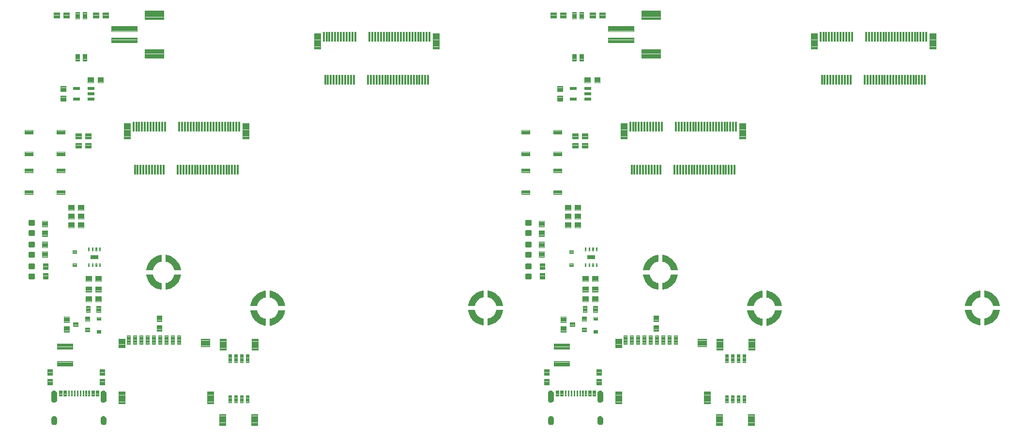
<source format=gtp>
G04 EAGLE Gerber RS-274X export*
G75*
%MOMM*%
%FSLAX34Y34*%
%LPD*%
%INSolderpaste Top*%
%IPPOS*%
%AMOC8*
5,1,8,0,0,1.08239X$1,22.5*%
G01*
%ADD10C,0.102000*%
%ADD11C,0.096000*%
%ADD12R,0.300000X1.750000*%
%ADD13C,0.099059*%
%ADD14C,0.100000*%
%ADD15C,0.105000*%
%ADD16C,0.098000*%
%ADD17R,1.375000X0.800000*%
%ADD18C,0.100800*%
%ADD19C,0.300000*%
%ADD20C,0.104000*%
%ADD21C,0.099000*%

G36*
X1114421Y242053D02*
X1114421Y242053D01*
X1114466Y242054D01*
X1114517Y242076D01*
X1114572Y242089D01*
X1114608Y242115D01*
X1114648Y242133D01*
X1114687Y242174D01*
X1114732Y242207D01*
X1114755Y242245D01*
X1114785Y242277D01*
X1114805Y242330D01*
X1114834Y242378D01*
X1114842Y242429D01*
X1114855Y242463D01*
X1114854Y242497D01*
X1114861Y242542D01*
X1114861Y253542D01*
X1114851Y253595D01*
X1114850Y253648D01*
X1114831Y253691D01*
X1114822Y253737D01*
X1114791Y253781D01*
X1114770Y253830D01*
X1114736Y253862D01*
X1114709Y253901D01*
X1114664Y253930D01*
X1114625Y253966D01*
X1114574Y253987D01*
X1114542Y254008D01*
X1114510Y254013D01*
X1114471Y254029D01*
X1111736Y254640D01*
X1109172Y255668D01*
X1106808Y257095D01*
X1104704Y258884D01*
X1102915Y260988D01*
X1101488Y263352D01*
X1100460Y265916D01*
X1099849Y268651D01*
X1099827Y268700D01*
X1099815Y268752D01*
X1099787Y268790D01*
X1099768Y268832D01*
X1099729Y268869D01*
X1099697Y268912D01*
X1099657Y268936D01*
X1099623Y268968D01*
X1099572Y268986D01*
X1099526Y269014D01*
X1099472Y269023D01*
X1099436Y269036D01*
X1099404Y269034D01*
X1099362Y269041D01*
X1088362Y269041D01*
X1088307Y269030D01*
X1088251Y269029D01*
X1088210Y269010D01*
X1088167Y269002D01*
X1088121Y268970D01*
X1088070Y268947D01*
X1088040Y268914D01*
X1088003Y268889D01*
X1087973Y268842D01*
X1087935Y268800D01*
X1087920Y268759D01*
X1087896Y268722D01*
X1087887Y268666D01*
X1087868Y268613D01*
X1087869Y268561D01*
X1087863Y268525D01*
X1087871Y268493D01*
X1087871Y268488D01*
X1087871Y268486D01*
X1087871Y268485D01*
X1087872Y268447D01*
X1088711Y264126D01*
X1088723Y264097D01*
X1088731Y264055D01*
X1090200Y259905D01*
X1090216Y259878D01*
X1090230Y259838D01*
X1092296Y255951D01*
X1092316Y255927D01*
X1092335Y255889D01*
X1094953Y252350D01*
X1094977Y252329D01*
X1095002Y252294D01*
X1098114Y249182D01*
X1098129Y249172D01*
X1098137Y249161D01*
X1098152Y249152D01*
X1098170Y249133D01*
X1101709Y246515D01*
X1101737Y246502D01*
X1101771Y246476D01*
X1105658Y244410D01*
X1105688Y244401D01*
X1105725Y244380D01*
X1109875Y242911D01*
X1109906Y242906D01*
X1109946Y242891D01*
X1114267Y242052D01*
X1114323Y242052D01*
X1114379Y242043D01*
X1114421Y242053D01*
G37*
G36*
X245741Y242053D02*
X245741Y242053D01*
X245786Y242054D01*
X245837Y242076D01*
X245892Y242089D01*
X245928Y242115D01*
X245968Y242133D01*
X246007Y242174D01*
X246052Y242207D01*
X246075Y242245D01*
X246105Y242277D01*
X246125Y242330D01*
X246154Y242378D01*
X246162Y242429D01*
X246175Y242463D01*
X246174Y242497D01*
X246181Y242542D01*
X246181Y253542D01*
X246171Y253595D01*
X246170Y253648D01*
X246151Y253691D01*
X246142Y253737D01*
X246111Y253781D01*
X246090Y253830D01*
X246056Y253862D01*
X246029Y253901D01*
X245984Y253930D01*
X245945Y253966D01*
X245894Y253987D01*
X245862Y254008D01*
X245830Y254013D01*
X245791Y254029D01*
X243056Y254640D01*
X240492Y255668D01*
X238128Y257095D01*
X236024Y258884D01*
X234235Y260988D01*
X232808Y263352D01*
X231780Y265916D01*
X231169Y268651D01*
X231147Y268700D01*
X231135Y268752D01*
X231107Y268790D01*
X231088Y268832D01*
X231049Y268869D01*
X231017Y268912D01*
X230977Y268936D01*
X230943Y268968D01*
X230892Y268986D01*
X230846Y269014D01*
X230792Y269023D01*
X230756Y269036D01*
X230724Y269034D01*
X230682Y269041D01*
X219682Y269041D01*
X219627Y269030D01*
X219571Y269029D01*
X219530Y269010D01*
X219487Y269002D01*
X219441Y268970D01*
X219390Y268947D01*
X219360Y268914D01*
X219323Y268889D01*
X219293Y268842D01*
X219255Y268800D01*
X219240Y268759D01*
X219216Y268722D01*
X219207Y268666D01*
X219188Y268613D01*
X219189Y268561D01*
X219183Y268525D01*
X219191Y268493D01*
X219191Y268488D01*
X219191Y268486D01*
X219191Y268485D01*
X219192Y268447D01*
X220031Y264126D01*
X220043Y264097D01*
X220051Y264055D01*
X221520Y259905D01*
X221536Y259878D01*
X221550Y259838D01*
X223616Y255951D01*
X223636Y255927D01*
X223655Y255889D01*
X226273Y252350D01*
X226297Y252329D01*
X226322Y252294D01*
X229434Y249182D01*
X229449Y249172D01*
X229457Y249161D01*
X229472Y249152D01*
X229490Y249133D01*
X233029Y246515D01*
X233057Y246502D01*
X233091Y246476D01*
X236978Y244410D01*
X237008Y244401D01*
X237045Y244380D01*
X241195Y242911D01*
X241226Y242906D01*
X241266Y242891D01*
X245587Y242052D01*
X245643Y242052D01*
X245699Y242043D01*
X245741Y242053D01*
G37*
G36*
X808859Y179569D02*
X808859Y179569D01*
X808904Y179570D01*
X808955Y179592D01*
X809010Y179605D01*
X809046Y179631D01*
X809086Y179649D01*
X809125Y179690D01*
X809170Y179723D01*
X809193Y179761D01*
X809223Y179793D01*
X809243Y179846D01*
X809272Y179894D01*
X809280Y179945D01*
X809293Y179979D01*
X809292Y180013D01*
X809299Y180058D01*
X809299Y191058D01*
X809289Y191111D01*
X809288Y191164D01*
X809269Y191207D01*
X809260Y191253D01*
X809229Y191297D01*
X809208Y191346D01*
X809174Y191378D01*
X809147Y191417D01*
X809102Y191446D01*
X809063Y191482D01*
X809012Y191503D01*
X808980Y191524D01*
X808948Y191529D01*
X808909Y191545D01*
X806174Y192156D01*
X803610Y193184D01*
X801246Y194611D01*
X799142Y196400D01*
X797353Y198504D01*
X795926Y200868D01*
X794898Y203432D01*
X794287Y206167D01*
X794265Y206216D01*
X794253Y206268D01*
X794225Y206306D01*
X794206Y206348D01*
X794167Y206385D01*
X794135Y206428D01*
X794095Y206452D01*
X794061Y206484D01*
X794010Y206502D01*
X793964Y206530D01*
X793910Y206539D01*
X793874Y206552D01*
X793842Y206550D01*
X793800Y206557D01*
X782800Y206557D01*
X782745Y206546D01*
X782689Y206545D01*
X782648Y206526D01*
X782605Y206518D01*
X782559Y206486D01*
X782508Y206463D01*
X782478Y206430D01*
X782441Y206405D01*
X782411Y206358D01*
X782373Y206316D01*
X782358Y206275D01*
X782334Y206238D01*
X782325Y206182D01*
X782306Y206129D01*
X782307Y206077D01*
X782301Y206041D01*
X782309Y206009D01*
X782309Y206004D01*
X782309Y206002D01*
X782309Y206001D01*
X782310Y205963D01*
X783149Y201642D01*
X783161Y201613D01*
X783169Y201571D01*
X784638Y197421D01*
X784654Y197394D01*
X784668Y197354D01*
X786734Y193467D01*
X786754Y193443D01*
X786773Y193405D01*
X789391Y189866D01*
X789415Y189845D01*
X789440Y189810D01*
X792552Y186698D01*
X792567Y186688D01*
X792575Y186677D01*
X792590Y186668D01*
X792608Y186649D01*
X796147Y184031D01*
X796175Y184018D01*
X796209Y183992D01*
X800096Y181926D01*
X800126Y181917D01*
X800163Y181896D01*
X804313Y180427D01*
X804344Y180422D01*
X804384Y180407D01*
X808705Y179568D01*
X808761Y179568D01*
X808817Y179559D01*
X808859Y179569D01*
G37*
G36*
X1677539Y179569D02*
X1677539Y179569D01*
X1677584Y179570D01*
X1677635Y179592D01*
X1677690Y179605D01*
X1677726Y179631D01*
X1677766Y179649D01*
X1677805Y179690D01*
X1677850Y179723D01*
X1677873Y179761D01*
X1677903Y179793D01*
X1677923Y179846D01*
X1677952Y179894D01*
X1677960Y179945D01*
X1677973Y179979D01*
X1677972Y180013D01*
X1677979Y180058D01*
X1677979Y191058D01*
X1677969Y191111D01*
X1677968Y191164D01*
X1677949Y191207D01*
X1677940Y191253D01*
X1677909Y191297D01*
X1677888Y191346D01*
X1677854Y191378D01*
X1677827Y191417D01*
X1677782Y191446D01*
X1677743Y191482D01*
X1677692Y191503D01*
X1677660Y191524D01*
X1677628Y191529D01*
X1677589Y191545D01*
X1674854Y192156D01*
X1672290Y193184D01*
X1669926Y194611D01*
X1667822Y196400D01*
X1666033Y198504D01*
X1664606Y200868D01*
X1663578Y203432D01*
X1662967Y206167D01*
X1662945Y206216D01*
X1662933Y206268D01*
X1662905Y206306D01*
X1662886Y206348D01*
X1662847Y206385D01*
X1662815Y206428D01*
X1662775Y206452D01*
X1662741Y206484D01*
X1662690Y206502D01*
X1662644Y206530D01*
X1662590Y206539D01*
X1662554Y206552D01*
X1662522Y206550D01*
X1662480Y206557D01*
X1651480Y206557D01*
X1651425Y206546D01*
X1651369Y206545D01*
X1651328Y206526D01*
X1651285Y206518D01*
X1651239Y206486D01*
X1651188Y206463D01*
X1651158Y206430D01*
X1651121Y206405D01*
X1651091Y206358D01*
X1651053Y206316D01*
X1651038Y206275D01*
X1651014Y206238D01*
X1651005Y206182D01*
X1650986Y206129D01*
X1650987Y206077D01*
X1650981Y206041D01*
X1650989Y206009D01*
X1650989Y206004D01*
X1650989Y206002D01*
X1650989Y206001D01*
X1650990Y205963D01*
X1651829Y201642D01*
X1651841Y201613D01*
X1651849Y201571D01*
X1653318Y197421D01*
X1653334Y197394D01*
X1653348Y197354D01*
X1655414Y193467D01*
X1655434Y193443D01*
X1655453Y193405D01*
X1658071Y189866D01*
X1658095Y189845D01*
X1658120Y189810D01*
X1661232Y186698D01*
X1661247Y186688D01*
X1661255Y186677D01*
X1661270Y186668D01*
X1661288Y186649D01*
X1664827Y184031D01*
X1664855Y184018D01*
X1664889Y183992D01*
X1668776Y181926D01*
X1668806Y181917D01*
X1668843Y181896D01*
X1672993Y180427D01*
X1673024Y180422D01*
X1673064Y180407D01*
X1677385Y179568D01*
X1677441Y179568D01*
X1677497Y179559D01*
X1677539Y179569D01*
G37*
G36*
X427859Y179315D02*
X427859Y179315D01*
X427904Y179316D01*
X427955Y179338D01*
X428010Y179351D01*
X428046Y179377D01*
X428086Y179395D01*
X428125Y179436D01*
X428170Y179469D01*
X428193Y179507D01*
X428223Y179539D01*
X428243Y179592D01*
X428272Y179640D01*
X428280Y179691D01*
X428293Y179725D01*
X428292Y179759D01*
X428299Y179804D01*
X428299Y190804D01*
X428289Y190857D01*
X428288Y190910D01*
X428269Y190953D01*
X428260Y190999D01*
X428229Y191043D01*
X428208Y191092D01*
X428174Y191124D01*
X428147Y191163D01*
X428102Y191192D01*
X428063Y191228D01*
X428012Y191249D01*
X427980Y191270D01*
X427948Y191275D01*
X427909Y191291D01*
X425174Y191902D01*
X422610Y192930D01*
X420246Y194357D01*
X418142Y196146D01*
X416353Y198250D01*
X414926Y200614D01*
X413898Y203178D01*
X413287Y205913D01*
X413265Y205962D01*
X413253Y206014D01*
X413225Y206052D01*
X413206Y206094D01*
X413167Y206131D01*
X413135Y206174D01*
X413095Y206198D01*
X413061Y206230D01*
X413010Y206248D01*
X412964Y206276D01*
X412910Y206285D01*
X412874Y206298D01*
X412842Y206296D01*
X412800Y206303D01*
X401800Y206303D01*
X401745Y206292D01*
X401689Y206291D01*
X401648Y206272D01*
X401605Y206264D01*
X401559Y206232D01*
X401508Y206209D01*
X401478Y206176D01*
X401441Y206151D01*
X401411Y206104D01*
X401373Y206062D01*
X401358Y206021D01*
X401334Y205984D01*
X401325Y205928D01*
X401306Y205875D01*
X401307Y205823D01*
X401301Y205787D01*
X401309Y205755D01*
X401309Y205750D01*
X401309Y205748D01*
X401309Y205747D01*
X401310Y205709D01*
X402149Y201388D01*
X402161Y201359D01*
X402169Y201317D01*
X403638Y197167D01*
X403654Y197140D01*
X403668Y197100D01*
X405734Y193213D01*
X405754Y193189D01*
X405773Y193151D01*
X408391Y189612D01*
X408415Y189591D01*
X408440Y189556D01*
X411552Y186444D01*
X411567Y186434D01*
X411575Y186423D01*
X411590Y186414D01*
X411608Y186395D01*
X415147Y183777D01*
X415175Y183764D01*
X415209Y183738D01*
X419096Y181672D01*
X419126Y181663D01*
X419163Y181642D01*
X423313Y180173D01*
X423344Y180168D01*
X423384Y180153D01*
X427705Y179314D01*
X427761Y179314D01*
X427817Y179305D01*
X427859Y179315D01*
G37*
G36*
X1296539Y179315D02*
X1296539Y179315D01*
X1296584Y179316D01*
X1296635Y179338D01*
X1296690Y179351D01*
X1296726Y179377D01*
X1296766Y179395D01*
X1296805Y179436D01*
X1296850Y179469D01*
X1296873Y179507D01*
X1296903Y179539D01*
X1296923Y179592D01*
X1296952Y179640D01*
X1296960Y179691D01*
X1296973Y179725D01*
X1296972Y179759D01*
X1296979Y179804D01*
X1296979Y190804D01*
X1296969Y190857D01*
X1296968Y190910D01*
X1296949Y190953D01*
X1296940Y190999D01*
X1296909Y191043D01*
X1296888Y191092D01*
X1296854Y191124D01*
X1296827Y191163D01*
X1296782Y191192D01*
X1296743Y191228D01*
X1296692Y191249D01*
X1296660Y191270D01*
X1296628Y191275D01*
X1296589Y191291D01*
X1293854Y191902D01*
X1291290Y192930D01*
X1288926Y194357D01*
X1286822Y196146D01*
X1285033Y198250D01*
X1283606Y200614D01*
X1282578Y203178D01*
X1281967Y205913D01*
X1281945Y205962D01*
X1281933Y206014D01*
X1281905Y206052D01*
X1281886Y206094D01*
X1281847Y206131D01*
X1281815Y206174D01*
X1281775Y206198D01*
X1281741Y206230D01*
X1281690Y206248D01*
X1281644Y206276D01*
X1281590Y206285D01*
X1281554Y206298D01*
X1281522Y206296D01*
X1281480Y206303D01*
X1270480Y206303D01*
X1270425Y206292D01*
X1270369Y206291D01*
X1270328Y206272D01*
X1270285Y206264D01*
X1270239Y206232D01*
X1270188Y206209D01*
X1270158Y206176D01*
X1270121Y206151D01*
X1270091Y206104D01*
X1270053Y206062D01*
X1270038Y206021D01*
X1270014Y205984D01*
X1270005Y205928D01*
X1269986Y205875D01*
X1269987Y205823D01*
X1269981Y205787D01*
X1269989Y205755D01*
X1269989Y205750D01*
X1269989Y205748D01*
X1269989Y205747D01*
X1269990Y205709D01*
X1270829Y201388D01*
X1270841Y201359D01*
X1270849Y201317D01*
X1272318Y197167D01*
X1272334Y197140D01*
X1272348Y197100D01*
X1274414Y193213D01*
X1274434Y193189D01*
X1274453Y193151D01*
X1277071Y189612D01*
X1277095Y189591D01*
X1277120Y189556D01*
X1280232Y186444D01*
X1280247Y186434D01*
X1280255Y186423D01*
X1280270Y186414D01*
X1280288Y186395D01*
X1283827Y183777D01*
X1283855Y183764D01*
X1283889Y183738D01*
X1287776Y181672D01*
X1287806Y181663D01*
X1287843Y181642D01*
X1291993Y180173D01*
X1292024Y180168D01*
X1292064Y180153D01*
X1296385Y179314D01*
X1296441Y179314D01*
X1296497Y179305D01*
X1296539Y179315D01*
G37*
G36*
X230735Y276053D02*
X230735Y276053D01*
X230788Y276054D01*
X230831Y276073D01*
X230877Y276082D01*
X230921Y276113D01*
X230970Y276134D01*
X231002Y276168D01*
X231041Y276195D01*
X231070Y276240D01*
X231106Y276279D01*
X231127Y276330D01*
X231148Y276362D01*
X231153Y276394D01*
X231169Y276433D01*
X231780Y279168D01*
X232808Y281732D01*
X234235Y284096D01*
X236024Y286200D01*
X238128Y287989D01*
X240492Y289416D01*
X243056Y290444D01*
X245791Y291055D01*
X245840Y291077D01*
X245892Y291089D01*
X245930Y291117D01*
X245972Y291136D01*
X246009Y291175D01*
X246052Y291207D01*
X246076Y291247D01*
X246108Y291281D01*
X246126Y291332D01*
X246154Y291378D01*
X246163Y291432D01*
X246176Y291468D01*
X246174Y291500D01*
X246181Y291542D01*
X246181Y302542D01*
X246170Y302597D01*
X246169Y302653D01*
X246150Y302694D01*
X246142Y302737D01*
X246110Y302783D01*
X246087Y302835D01*
X246054Y302864D01*
X246029Y302901D01*
X245982Y302931D01*
X245940Y302969D01*
X245899Y302984D01*
X245862Y303008D01*
X245806Y303017D01*
X245753Y303036D01*
X245701Y303035D01*
X245665Y303041D01*
X245633Y303033D01*
X245587Y303032D01*
X241266Y302193D01*
X241237Y302181D01*
X241195Y302173D01*
X237045Y300704D01*
X237018Y300688D01*
X236978Y300674D01*
X233091Y298608D01*
X233067Y298588D01*
X233029Y298569D01*
X229490Y295951D01*
X229469Y295927D01*
X229434Y295902D01*
X226322Y292790D01*
X226304Y292764D01*
X226273Y292734D01*
X223655Y289196D01*
X223642Y289167D01*
X223616Y289133D01*
X221550Y285246D01*
X221543Y285223D01*
X221534Y285209D01*
X221533Y285201D01*
X221520Y285179D01*
X220051Y281029D01*
X220046Y280998D01*
X220031Y280958D01*
X219192Y276637D01*
X219192Y276581D01*
X219183Y276525D01*
X219193Y276483D01*
X219194Y276438D01*
X219216Y276387D01*
X219229Y276332D01*
X219255Y276297D01*
X219273Y276256D01*
X219314Y276217D01*
X219347Y276172D01*
X219385Y276149D01*
X219417Y276119D01*
X219470Y276099D01*
X219518Y276070D01*
X219569Y276062D01*
X219603Y276049D01*
X219637Y276050D01*
X219682Y276043D01*
X230682Y276043D01*
X230735Y276053D01*
G37*
G36*
X1099415Y276053D02*
X1099415Y276053D01*
X1099468Y276054D01*
X1099511Y276073D01*
X1099557Y276082D01*
X1099601Y276113D01*
X1099650Y276134D01*
X1099682Y276168D01*
X1099721Y276195D01*
X1099750Y276240D01*
X1099786Y276279D01*
X1099807Y276330D01*
X1099828Y276362D01*
X1099833Y276394D01*
X1099849Y276433D01*
X1100460Y279168D01*
X1101488Y281732D01*
X1102915Y284096D01*
X1104704Y286200D01*
X1106808Y287989D01*
X1109172Y289416D01*
X1111736Y290444D01*
X1114471Y291055D01*
X1114520Y291077D01*
X1114572Y291089D01*
X1114610Y291117D01*
X1114652Y291136D01*
X1114689Y291175D01*
X1114732Y291207D01*
X1114756Y291247D01*
X1114788Y291281D01*
X1114806Y291332D01*
X1114834Y291378D01*
X1114843Y291432D01*
X1114856Y291468D01*
X1114854Y291500D01*
X1114861Y291542D01*
X1114861Y302542D01*
X1114850Y302597D01*
X1114849Y302653D01*
X1114830Y302694D01*
X1114822Y302737D01*
X1114790Y302783D01*
X1114767Y302835D01*
X1114734Y302864D01*
X1114709Y302901D01*
X1114662Y302931D01*
X1114620Y302969D01*
X1114579Y302984D01*
X1114542Y303008D01*
X1114486Y303017D01*
X1114433Y303036D01*
X1114381Y303035D01*
X1114345Y303041D01*
X1114313Y303033D01*
X1114267Y303032D01*
X1109946Y302193D01*
X1109917Y302181D01*
X1109875Y302173D01*
X1105725Y300704D01*
X1105698Y300688D01*
X1105658Y300674D01*
X1101771Y298608D01*
X1101747Y298588D01*
X1101709Y298569D01*
X1098170Y295951D01*
X1098149Y295927D01*
X1098114Y295902D01*
X1095002Y292790D01*
X1094984Y292764D01*
X1094953Y292734D01*
X1092335Y289196D01*
X1092322Y289167D01*
X1092296Y289133D01*
X1090230Y285246D01*
X1090223Y285223D01*
X1090214Y285209D01*
X1090213Y285201D01*
X1090200Y285179D01*
X1088731Y281029D01*
X1088726Y280998D01*
X1088711Y280958D01*
X1087872Y276637D01*
X1087872Y276581D01*
X1087863Y276525D01*
X1087873Y276483D01*
X1087874Y276438D01*
X1087896Y276387D01*
X1087909Y276332D01*
X1087935Y276297D01*
X1087953Y276256D01*
X1087994Y276217D01*
X1088027Y276172D01*
X1088065Y276149D01*
X1088097Y276119D01*
X1088150Y276099D01*
X1088198Y276070D01*
X1088249Y276062D01*
X1088283Y276049D01*
X1088317Y276050D01*
X1088362Y276043D01*
X1099362Y276043D01*
X1099415Y276053D01*
G37*
G36*
X1662533Y213569D02*
X1662533Y213569D01*
X1662586Y213570D01*
X1662629Y213589D01*
X1662675Y213598D01*
X1662719Y213629D01*
X1662768Y213650D01*
X1662800Y213684D01*
X1662839Y213711D01*
X1662868Y213756D01*
X1662904Y213795D01*
X1662925Y213846D01*
X1662946Y213878D01*
X1662951Y213910D01*
X1662967Y213949D01*
X1663578Y216684D01*
X1664606Y219248D01*
X1666033Y221612D01*
X1667822Y223716D01*
X1669926Y225505D01*
X1672290Y226932D01*
X1674854Y227960D01*
X1677589Y228571D01*
X1677638Y228593D01*
X1677690Y228605D01*
X1677728Y228633D01*
X1677770Y228652D01*
X1677807Y228691D01*
X1677850Y228723D01*
X1677874Y228763D01*
X1677906Y228797D01*
X1677924Y228848D01*
X1677952Y228894D01*
X1677961Y228948D01*
X1677974Y228984D01*
X1677972Y229016D01*
X1677979Y229058D01*
X1677979Y240058D01*
X1677968Y240113D01*
X1677967Y240169D01*
X1677948Y240210D01*
X1677940Y240253D01*
X1677908Y240299D01*
X1677885Y240351D01*
X1677852Y240380D01*
X1677827Y240417D01*
X1677780Y240447D01*
X1677738Y240485D01*
X1677697Y240500D01*
X1677660Y240524D01*
X1677604Y240533D01*
X1677551Y240552D01*
X1677499Y240551D01*
X1677463Y240557D01*
X1677431Y240549D01*
X1677385Y240548D01*
X1673064Y239709D01*
X1673035Y239697D01*
X1672993Y239689D01*
X1668843Y238220D01*
X1668816Y238204D01*
X1668776Y238190D01*
X1664889Y236124D01*
X1664865Y236104D01*
X1664827Y236085D01*
X1661288Y233467D01*
X1661267Y233443D01*
X1661232Y233418D01*
X1658120Y230306D01*
X1658102Y230280D01*
X1658071Y230250D01*
X1655453Y226712D01*
X1655440Y226683D01*
X1655414Y226649D01*
X1653348Y222762D01*
X1653341Y222739D01*
X1653332Y222725D01*
X1653331Y222717D01*
X1653318Y222695D01*
X1651849Y218545D01*
X1651844Y218514D01*
X1651829Y218474D01*
X1650990Y214153D01*
X1650990Y214097D01*
X1650981Y214041D01*
X1650991Y213999D01*
X1650992Y213954D01*
X1651014Y213903D01*
X1651027Y213848D01*
X1651053Y213813D01*
X1651071Y213772D01*
X1651112Y213733D01*
X1651145Y213688D01*
X1651183Y213665D01*
X1651215Y213635D01*
X1651268Y213615D01*
X1651316Y213586D01*
X1651367Y213578D01*
X1651401Y213565D01*
X1651435Y213566D01*
X1651480Y213559D01*
X1662480Y213559D01*
X1662533Y213569D01*
G37*
G36*
X793853Y213569D02*
X793853Y213569D01*
X793906Y213570D01*
X793949Y213589D01*
X793995Y213598D01*
X794039Y213629D01*
X794088Y213650D01*
X794120Y213684D01*
X794159Y213711D01*
X794188Y213756D01*
X794224Y213795D01*
X794245Y213846D01*
X794266Y213878D01*
X794271Y213910D01*
X794287Y213949D01*
X794898Y216684D01*
X795926Y219248D01*
X797353Y221612D01*
X799142Y223716D01*
X801246Y225505D01*
X803610Y226932D01*
X806174Y227960D01*
X808909Y228571D01*
X808958Y228593D01*
X809010Y228605D01*
X809048Y228633D01*
X809090Y228652D01*
X809127Y228691D01*
X809170Y228723D01*
X809194Y228763D01*
X809226Y228797D01*
X809244Y228848D01*
X809272Y228894D01*
X809281Y228948D01*
X809294Y228984D01*
X809292Y229016D01*
X809299Y229058D01*
X809299Y240058D01*
X809288Y240113D01*
X809287Y240169D01*
X809268Y240210D01*
X809260Y240253D01*
X809228Y240299D01*
X809205Y240351D01*
X809172Y240380D01*
X809147Y240417D01*
X809100Y240447D01*
X809058Y240485D01*
X809017Y240500D01*
X808980Y240524D01*
X808924Y240533D01*
X808871Y240552D01*
X808819Y240551D01*
X808783Y240557D01*
X808751Y240549D01*
X808705Y240548D01*
X804384Y239709D01*
X804355Y239697D01*
X804313Y239689D01*
X800163Y238220D01*
X800136Y238204D01*
X800096Y238190D01*
X796209Y236124D01*
X796185Y236104D01*
X796147Y236085D01*
X792608Y233467D01*
X792587Y233443D01*
X792552Y233418D01*
X789440Y230306D01*
X789422Y230280D01*
X789391Y230250D01*
X786773Y226712D01*
X786760Y226683D01*
X786734Y226649D01*
X784668Y222762D01*
X784661Y222739D01*
X784652Y222725D01*
X784651Y222717D01*
X784638Y222695D01*
X783169Y218545D01*
X783164Y218514D01*
X783149Y218474D01*
X782310Y214153D01*
X782310Y214097D01*
X782301Y214041D01*
X782311Y213999D01*
X782312Y213954D01*
X782334Y213903D01*
X782347Y213848D01*
X782373Y213813D01*
X782391Y213772D01*
X782432Y213733D01*
X782465Y213688D01*
X782503Y213665D01*
X782535Y213635D01*
X782588Y213615D01*
X782636Y213586D01*
X782687Y213578D01*
X782721Y213565D01*
X782755Y213566D01*
X782800Y213559D01*
X793800Y213559D01*
X793853Y213569D01*
G37*
G36*
X1281533Y213315D02*
X1281533Y213315D01*
X1281586Y213316D01*
X1281629Y213335D01*
X1281675Y213344D01*
X1281719Y213375D01*
X1281768Y213396D01*
X1281800Y213430D01*
X1281839Y213457D01*
X1281868Y213502D01*
X1281904Y213541D01*
X1281925Y213592D01*
X1281946Y213624D01*
X1281951Y213656D01*
X1281967Y213695D01*
X1282578Y216430D01*
X1283606Y218994D01*
X1285033Y221358D01*
X1286822Y223462D01*
X1288926Y225251D01*
X1291290Y226678D01*
X1293854Y227706D01*
X1296589Y228317D01*
X1296638Y228339D01*
X1296690Y228351D01*
X1296728Y228379D01*
X1296770Y228398D01*
X1296807Y228437D01*
X1296850Y228469D01*
X1296874Y228509D01*
X1296906Y228543D01*
X1296924Y228594D01*
X1296952Y228640D01*
X1296961Y228694D01*
X1296974Y228730D01*
X1296972Y228762D01*
X1296979Y228804D01*
X1296979Y239804D01*
X1296968Y239859D01*
X1296967Y239915D01*
X1296948Y239956D01*
X1296940Y239999D01*
X1296908Y240045D01*
X1296885Y240097D01*
X1296852Y240126D01*
X1296827Y240163D01*
X1296780Y240193D01*
X1296738Y240231D01*
X1296697Y240246D01*
X1296660Y240270D01*
X1296604Y240279D01*
X1296551Y240298D01*
X1296499Y240297D01*
X1296463Y240303D01*
X1296431Y240295D01*
X1296385Y240294D01*
X1292064Y239455D01*
X1292035Y239443D01*
X1291993Y239435D01*
X1287843Y237966D01*
X1287816Y237950D01*
X1287776Y237936D01*
X1283889Y235870D01*
X1283865Y235850D01*
X1283827Y235831D01*
X1280288Y233213D01*
X1280267Y233189D01*
X1280232Y233164D01*
X1277120Y230052D01*
X1277102Y230026D01*
X1277071Y229996D01*
X1274453Y226458D01*
X1274440Y226429D01*
X1274414Y226395D01*
X1272348Y222508D01*
X1272341Y222485D01*
X1272332Y222471D01*
X1272331Y222463D01*
X1272318Y222441D01*
X1270849Y218291D01*
X1270844Y218260D01*
X1270829Y218220D01*
X1269990Y213899D01*
X1269990Y213843D01*
X1269981Y213787D01*
X1269991Y213745D01*
X1269992Y213700D01*
X1270014Y213649D01*
X1270027Y213594D01*
X1270053Y213559D01*
X1270071Y213518D01*
X1270112Y213479D01*
X1270145Y213434D01*
X1270183Y213411D01*
X1270215Y213381D01*
X1270268Y213361D01*
X1270316Y213332D01*
X1270367Y213324D01*
X1270401Y213311D01*
X1270435Y213312D01*
X1270480Y213305D01*
X1281480Y213305D01*
X1281533Y213315D01*
G37*
G36*
X412853Y213315D02*
X412853Y213315D01*
X412906Y213316D01*
X412949Y213335D01*
X412995Y213344D01*
X413039Y213375D01*
X413088Y213396D01*
X413120Y213430D01*
X413159Y213457D01*
X413188Y213502D01*
X413224Y213541D01*
X413245Y213592D01*
X413266Y213624D01*
X413271Y213656D01*
X413287Y213695D01*
X413898Y216430D01*
X414926Y218994D01*
X416353Y221358D01*
X418142Y223462D01*
X420246Y225251D01*
X422610Y226678D01*
X425174Y227706D01*
X427909Y228317D01*
X427958Y228339D01*
X428010Y228351D01*
X428048Y228379D01*
X428090Y228398D01*
X428127Y228437D01*
X428170Y228469D01*
X428194Y228509D01*
X428226Y228543D01*
X428244Y228594D01*
X428272Y228640D01*
X428281Y228694D01*
X428294Y228730D01*
X428292Y228762D01*
X428299Y228804D01*
X428299Y239804D01*
X428288Y239859D01*
X428287Y239915D01*
X428268Y239956D01*
X428260Y239999D01*
X428228Y240045D01*
X428205Y240097D01*
X428172Y240126D01*
X428147Y240163D01*
X428100Y240193D01*
X428058Y240231D01*
X428017Y240246D01*
X427980Y240270D01*
X427924Y240279D01*
X427871Y240298D01*
X427819Y240297D01*
X427783Y240303D01*
X427751Y240295D01*
X427705Y240294D01*
X423384Y239455D01*
X423355Y239443D01*
X423313Y239435D01*
X419163Y237966D01*
X419136Y237950D01*
X419096Y237936D01*
X415209Y235870D01*
X415185Y235850D01*
X415147Y235831D01*
X411608Y233213D01*
X411587Y233189D01*
X411552Y233164D01*
X408440Y230052D01*
X408422Y230026D01*
X408391Y229996D01*
X405773Y226458D01*
X405760Y226429D01*
X405734Y226395D01*
X403668Y222508D01*
X403661Y222485D01*
X403652Y222471D01*
X403651Y222463D01*
X403638Y222441D01*
X402169Y218291D01*
X402164Y218260D01*
X402149Y218220D01*
X401310Y213899D01*
X401310Y213843D01*
X401301Y213787D01*
X401311Y213745D01*
X401312Y213700D01*
X401334Y213649D01*
X401347Y213594D01*
X401373Y213559D01*
X401391Y213518D01*
X401432Y213479D01*
X401465Y213434D01*
X401503Y213411D01*
X401535Y213381D01*
X401588Y213361D01*
X401636Y213332D01*
X401687Y213324D01*
X401721Y213311D01*
X401755Y213312D01*
X401800Y213305D01*
X412800Y213305D01*
X412853Y213315D01*
G37*
G36*
X279737Y276054D02*
X279737Y276054D01*
X279793Y276055D01*
X279834Y276074D01*
X279877Y276082D01*
X279923Y276114D01*
X279975Y276137D01*
X280004Y276170D01*
X280041Y276195D01*
X280071Y276242D01*
X280109Y276284D01*
X280124Y276325D01*
X280148Y276362D01*
X280157Y276418D01*
X280176Y276471D01*
X280175Y276523D01*
X280181Y276559D01*
X280173Y276591D01*
X280172Y276637D01*
X279333Y280958D01*
X279321Y280987D01*
X279313Y281029D01*
X277844Y285179D01*
X277828Y285206D01*
X277819Y285233D01*
X277817Y285239D01*
X277816Y285241D01*
X277814Y285246D01*
X275748Y289133D01*
X275728Y289157D01*
X275709Y289196D01*
X273091Y292734D01*
X273067Y292755D01*
X273042Y292790D01*
X269930Y295902D01*
X269904Y295920D01*
X269874Y295951D01*
X266336Y298569D01*
X266307Y298582D01*
X266273Y298608D01*
X262386Y300674D01*
X262356Y300683D01*
X262319Y300704D01*
X258169Y302173D01*
X258138Y302178D01*
X258098Y302193D01*
X253777Y303032D01*
X253721Y303032D01*
X253665Y303041D01*
X253623Y303031D01*
X253578Y303030D01*
X253527Y303008D01*
X253472Y302995D01*
X253437Y302969D01*
X253396Y302951D01*
X253357Y302910D01*
X253312Y302877D01*
X253289Y302839D01*
X253259Y302807D01*
X253239Y302754D01*
X253210Y302706D01*
X253202Y302655D01*
X253189Y302621D01*
X253190Y302587D01*
X253183Y302542D01*
X253183Y291542D01*
X253193Y291489D01*
X253194Y291436D01*
X253213Y291393D01*
X253222Y291347D01*
X253253Y291303D01*
X253274Y291254D01*
X253308Y291222D01*
X253335Y291183D01*
X253380Y291154D01*
X253419Y291118D01*
X253470Y291097D01*
X253502Y291076D01*
X253534Y291071D01*
X253573Y291055D01*
X256308Y290444D01*
X258872Y289416D01*
X261236Y287989D01*
X263340Y286200D01*
X265129Y284096D01*
X266556Y281732D01*
X267584Y279168D01*
X268195Y276433D01*
X268217Y276384D01*
X268229Y276332D01*
X268257Y276294D01*
X268276Y276252D01*
X268315Y276215D01*
X268347Y276172D01*
X268387Y276148D01*
X268421Y276116D01*
X268472Y276098D01*
X268518Y276070D01*
X268572Y276061D01*
X268608Y276048D01*
X268640Y276050D01*
X268682Y276043D01*
X279682Y276043D01*
X279737Y276054D01*
G37*
G36*
X1148417Y276054D02*
X1148417Y276054D01*
X1148473Y276055D01*
X1148514Y276074D01*
X1148557Y276082D01*
X1148603Y276114D01*
X1148655Y276137D01*
X1148684Y276170D01*
X1148721Y276195D01*
X1148751Y276242D01*
X1148789Y276284D01*
X1148804Y276325D01*
X1148828Y276362D01*
X1148837Y276418D01*
X1148856Y276471D01*
X1148855Y276523D01*
X1148861Y276559D01*
X1148853Y276591D01*
X1148852Y276637D01*
X1148013Y280958D01*
X1148001Y280987D01*
X1147993Y281029D01*
X1146524Y285179D01*
X1146508Y285206D01*
X1146499Y285233D01*
X1146497Y285239D01*
X1146496Y285241D01*
X1146494Y285246D01*
X1144428Y289133D01*
X1144408Y289157D01*
X1144389Y289196D01*
X1141771Y292734D01*
X1141747Y292755D01*
X1141722Y292790D01*
X1138610Y295902D01*
X1138584Y295920D01*
X1138554Y295951D01*
X1135016Y298569D01*
X1134987Y298582D01*
X1134953Y298608D01*
X1131066Y300674D01*
X1131036Y300683D01*
X1130999Y300704D01*
X1126849Y302173D01*
X1126818Y302178D01*
X1126778Y302193D01*
X1122457Y303032D01*
X1122401Y303032D01*
X1122345Y303041D01*
X1122303Y303031D01*
X1122258Y303030D01*
X1122207Y303008D01*
X1122152Y302995D01*
X1122117Y302969D01*
X1122076Y302951D01*
X1122037Y302910D01*
X1121992Y302877D01*
X1121969Y302839D01*
X1121939Y302807D01*
X1121919Y302754D01*
X1121890Y302706D01*
X1121882Y302655D01*
X1121869Y302621D01*
X1121870Y302587D01*
X1121863Y302542D01*
X1121863Y291542D01*
X1121873Y291489D01*
X1121874Y291436D01*
X1121893Y291393D01*
X1121902Y291347D01*
X1121933Y291303D01*
X1121954Y291254D01*
X1121988Y291222D01*
X1122015Y291183D01*
X1122060Y291154D01*
X1122099Y291118D01*
X1122150Y291097D01*
X1122182Y291076D01*
X1122214Y291071D01*
X1122253Y291055D01*
X1124988Y290444D01*
X1127552Y289416D01*
X1129916Y287989D01*
X1132020Y286200D01*
X1133809Y284096D01*
X1135236Y281732D01*
X1136264Y279168D01*
X1136875Y276433D01*
X1136897Y276384D01*
X1136909Y276332D01*
X1136937Y276294D01*
X1136956Y276252D01*
X1136995Y276215D01*
X1137027Y276172D01*
X1137067Y276148D01*
X1137101Y276116D01*
X1137152Y276098D01*
X1137198Y276070D01*
X1137252Y276061D01*
X1137288Y276048D01*
X1137320Y276050D01*
X1137362Y276043D01*
X1148362Y276043D01*
X1148417Y276054D01*
G37*
G36*
X1711535Y213570D02*
X1711535Y213570D01*
X1711591Y213571D01*
X1711632Y213590D01*
X1711675Y213598D01*
X1711721Y213630D01*
X1711773Y213653D01*
X1711802Y213686D01*
X1711839Y213711D01*
X1711869Y213758D01*
X1711907Y213800D01*
X1711922Y213841D01*
X1711946Y213878D01*
X1711955Y213934D01*
X1711974Y213987D01*
X1711973Y214039D01*
X1711979Y214075D01*
X1711971Y214107D01*
X1711970Y214153D01*
X1711131Y218474D01*
X1711119Y218503D01*
X1711111Y218545D01*
X1709642Y222695D01*
X1709626Y222722D01*
X1709617Y222749D01*
X1709615Y222755D01*
X1709614Y222757D01*
X1709612Y222762D01*
X1707546Y226649D01*
X1707526Y226673D01*
X1707507Y226712D01*
X1704889Y230250D01*
X1704865Y230271D01*
X1704840Y230306D01*
X1701728Y233418D01*
X1701702Y233436D01*
X1701672Y233467D01*
X1698134Y236085D01*
X1698105Y236098D01*
X1698071Y236124D01*
X1694184Y238190D01*
X1694154Y238199D01*
X1694117Y238220D01*
X1689967Y239689D01*
X1689936Y239694D01*
X1689896Y239709D01*
X1685575Y240548D01*
X1685519Y240548D01*
X1685463Y240557D01*
X1685421Y240547D01*
X1685376Y240546D01*
X1685325Y240524D01*
X1685270Y240511D01*
X1685235Y240485D01*
X1685194Y240467D01*
X1685155Y240426D01*
X1685110Y240393D01*
X1685087Y240355D01*
X1685057Y240323D01*
X1685037Y240270D01*
X1685008Y240222D01*
X1685000Y240171D01*
X1684987Y240137D01*
X1684988Y240103D01*
X1684981Y240058D01*
X1684981Y229058D01*
X1684991Y229005D01*
X1684992Y228952D01*
X1685011Y228909D01*
X1685020Y228863D01*
X1685051Y228819D01*
X1685072Y228770D01*
X1685106Y228738D01*
X1685133Y228699D01*
X1685178Y228670D01*
X1685217Y228634D01*
X1685268Y228613D01*
X1685300Y228592D01*
X1685332Y228587D01*
X1685371Y228571D01*
X1688106Y227960D01*
X1690670Y226932D01*
X1693034Y225505D01*
X1695138Y223716D01*
X1696927Y221612D01*
X1698354Y219248D01*
X1699382Y216684D01*
X1699993Y213949D01*
X1700015Y213900D01*
X1700027Y213848D01*
X1700055Y213810D01*
X1700074Y213768D01*
X1700113Y213731D01*
X1700145Y213688D01*
X1700185Y213664D01*
X1700219Y213632D01*
X1700270Y213614D01*
X1700316Y213586D01*
X1700370Y213577D01*
X1700406Y213564D01*
X1700438Y213566D01*
X1700480Y213559D01*
X1711480Y213559D01*
X1711535Y213570D01*
G37*
G36*
X842855Y213570D02*
X842855Y213570D01*
X842911Y213571D01*
X842952Y213590D01*
X842995Y213598D01*
X843041Y213630D01*
X843093Y213653D01*
X843122Y213686D01*
X843159Y213711D01*
X843189Y213758D01*
X843227Y213800D01*
X843242Y213841D01*
X843266Y213878D01*
X843275Y213934D01*
X843294Y213987D01*
X843293Y214039D01*
X843299Y214075D01*
X843291Y214107D01*
X843290Y214153D01*
X842451Y218474D01*
X842439Y218503D01*
X842431Y218545D01*
X840962Y222695D01*
X840946Y222722D01*
X840937Y222749D01*
X840935Y222755D01*
X840934Y222757D01*
X840932Y222762D01*
X838866Y226649D01*
X838846Y226673D01*
X838827Y226712D01*
X836209Y230250D01*
X836185Y230271D01*
X836160Y230306D01*
X833048Y233418D01*
X833022Y233436D01*
X832992Y233467D01*
X829454Y236085D01*
X829425Y236098D01*
X829391Y236124D01*
X825504Y238190D01*
X825474Y238199D01*
X825437Y238220D01*
X821287Y239689D01*
X821256Y239694D01*
X821216Y239709D01*
X816895Y240548D01*
X816839Y240548D01*
X816783Y240557D01*
X816741Y240547D01*
X816696Y240546D01*
X816645Y240524D01*
X816590Y240511D01*
X816555Y240485D01*
X816514Y240467D01*
X816475Y240426D01*
X816430Y240393D01*
X816407Y240355D01*
X816377Y240323D01*
X816357Y240270D01*
X816328Y240222D01*
X816320Y240171D01*
X816307Y240137D01*
X816308Y240103D01*
X816301Y240058D01*
X816301Y229058D01*
X816311Y229005D01*
X816312Y228952D01*
X816331Y228909D01*
X816340Y228863D01*
X816371Y228819D01*
X816392Y228770D01*
X816426Y228738D01*
X816453Y228699D01*
X816498Y228670D01*
X816537Y228634D01*
X816588Y228613D01*
X816620Y228592D01*
X816652Y228587D01*
X816691Y228571D01*
X819426Y227960D01*
X821990Y226932D01*
X824354Y225505D01*
X826458Y223716D01*
X828247Y221612D01*
X829674Y219248D01*
X830702Y216684D01*
X831313Y213949D01*
X831335Y213900D01*
X831347Y213848D01*
X831375Y213810D01*
X831394Y213768D01*
X831433Y213731D01*
X831465Y213688D01*
X831505Y213664D01*
X831539Y213632D01*
X831590Y213614D01*
X831636Y213586D01*
X831690Y213577D01*
X831726Y213564D01*
X831758Y213566D01*
X831800Y213559D01*
X842800Y213559D01*
X842855Y213570D01*
G37*
G36*
X461855Y213316D02*
X461855Y213316D01*
X461911Y213317D01*
X461952Y213336D01*
X461995Y213344D01*
X462041Y213376D01*
X462093Y213399D01*
X462122Y213432D01*
X462159Y213457D01*
X462189Y213504D01*
X462227Y213546D01*
X462242Y213587D01*
X462266Y213624D01*
X462275Y213680D01*
X462294Y213733D01*
X462293Y213785D01*
X462299Y213821D01*
X462291Y213853D01*
X462290Y213899D01*
X461451Y218220D01*
X461439Y218249D01*
X461431Y218291D01*
X459962Y222441D01*
X459946Y222468D01*
X459937Y222495D01*
X459935Y222501D01*
X459934Y222503D01*
X459932Y222508D01*
X457866Y226395D01*
X457846Y226419D01*
X457827Y226458D01*
X455209Y229996D01*
X455185Y230017D01*
X455160Y230052D01*
X452048Y233164D01*
X452022Y233182D01*
X451992Y233213D01*
X448454Y235831D01*
X448425Y235844D01*
X448391Y235870D01*
X444504Y237936D01*
X444474Y237945D01*
X444437Y237966D01*
X440287Y239435D01*
X440256Y239440D01*
X440216Y239455D01*
X435895Y240294D01*
X435839Y240294D01*
X435783Y240303D01*
X435741Y240293D01*
X435696Y240292D01*
X435645Y240270D01*
X435590Y240257D01*
X435555Y240231D01*
X435514Y240213D01*
X435475Y240172D01*
X435430Y240139D01*
X435407Y240101D01*
X435377Y240069D01*
X435357Y240016D01*
X435328Y239968D01*
X435320Y239917D01*
X435307Y239883D01*
X435308Y239849D01*
X435301Y239804D01*
X435301Y228804D01*
X435311Y228751D01*
X435312Y228698D01*
X435331Y228655D01*
X435340Y228609D01*
X435371Y228565D01*
X435392Y228516D01*
X435426Y228484D01*
X435453Y228445D01*
X435498Y228416D01*
X435537Y228380D01*
X435588Y228359D01*
X435620Y228338D01*
X435652Y228333D01*
X435691Y228317D01*
X438426Y227706D01*
X440990Y226678D01*
X443354Y225251D01*
X445458Y223462D01*
X447247Y221358D01*
X448674Y218994D01*
X449702Y216430D01*
X450313Y213695D01*
X450335Y213646D01*
X450347Y213594D01*
X450375Y213556D01*
X450394Y213514D01*
X450433Y213477D01*
X450465Y213434D01*
X450505Y213410D01*
X450539Y213378D01*
X450590Y213360D01*
X450636Y213332D01*
X450690Y213323D01*
X450726Y213310D01*
X450758Y213312D01*
X450800Y213305D01*
X461800Y213305D01*
X461855Y213316D01*
G37*
G36*
X1330535Y213316D02*
X1330535Y213316D01*
X1330591Y213317D01*
X1330632Y213336D01*
X1330675Y213344D01*
X1330721Y213376D01*
X1330773Y213399D01*
X1330802Y213432D01*
X1330839Y213457D01*
X1330869Y213504D01*
X1330907Y213546D01*
X1330922Y213587D01*
X1330946Y213624D01*
X1330955Y213680D01*
X1330974Y213733D01*
X1330973Y213785D01*
X1330979Y213821D01*
X1330971Y213853D01*
X1330970Y213899D01*
X1330131Y218220D01*
X1330119Y218249D01*
X1330111Y218291D01*
X1328642Y222441D01*
X1328626Y222468D01*
X1328617Y222495D01*
X1328615Y222501D01*
X1328614Y222503D01*
X1328612Y222508D01*
X1326546Y226395D01*
X1326526Y226419D01*
X1326507Y226458D01*
X1323889Y229996D01*
X1323865Y230017D01*
X1323840Y230052D01*
X1320728Y233164D01*
X1320702Y233182D01*
X1320672Y233213D01*
X1317134Y235831D01*
X1317105Y235844D01*
X1317071Y235870D01*
X1313184Y237936D01*
X1313154Y237945D01*
X1313117Y237966D01*
X1308967Y239435D01*
X1308936Y239440D01*
X1308896Y239455D01*
X1304575Y240294D01*
X1304519Y240294D01*
X1304463Y240303D01*
X1304421Y240293D01*
X1304376Y240292D01*
X1304325Y240270D01*
X1304270Y240257D01*
X1304235Y240231D01*
X1304194Y240213D01*
X1304155Y240172D01*
X1304110Y240139D01*
X1304087Y240101D01*
X1304057Y240069D01*
X1304037Y240016D01*
X1304008Y239968D01*
X1304000Y239917D01*
X1303987Y239883D01*
X1303988Y239849D01*
X1303981Y239804D01*
X1303981Y228804D01*
X1303991Y228751D01*
X1303992Y228698D01*
X1304011Y228655D01*
X1304020Y228609D01*
X1304051Y228565D01*
X1304072Y228516D01*
X1304106Y228484D01*
X1304133Y228445D01*
X1304178Y228416D01*
X1304217Y228380D01*
X1304268Y228359D01*
X1304300Y228338D01*
X1304332Y228333D01*
X1304371Y228317D01*
X1307106Y227706D01*
X1309670Y226678D01*
X1312034Y225251D01*
X1314138Y223462D01*
X1315927Y221358D01*
X1317354Y218994D01*
X1318382Y216430D01*
X1318993Y213695D01*
X1319015Y213646D01*
X1319027Y213594D01*
X1319055Y213556D01*
X1319074Y213514D01*
X1319113Y213477D01*
X1319145Y213434D01*
X1319185Y213410D01*
X1319219Y213378D01*
X1319270Y213360D01*
X1319316Y213332D01*
X1319370Y213323D01*
X1319406Y213310D01*
X1319438Y213312D01*
X1319480Y213305D01*
X1330480Y213305D01*
X1330535Y213316D01*
G37*
G36*
X253731Y242051D02*
X253731Y242051D01*
X253777Y242052D01*
X258098Y242891D01*
X258127Y242903D01*
X258169Y242911D01*
X262319Y244380D01*
X262346Y244396D01*
X262386Y244410D01*
X266273Y246476D01*
X266297Y246496D01*
X266336Y246515D01*
X269874Y249133D01*
X269895Y249157D01*
X269930Y249182D01*
X273042Y252294D01*
X273060Y252321D01*
X273091Y252350D01*
X275709Y255889D01*
X275722Y255917D01*
X275748Y255951D01*
X277814Y259838D01*
X277823Y259868D01*
X277844Y259905D01*
X279313Y264055D01*
X279318Y264086D01*
X279333Y264126D01*
X280172Y268447D01*
X280172Y268503D01*
X280181Y268559D01*
X280171Y268601D01*
X280170Y268646D01*
X280148Y268697D01*
X280135Y268752D01*
X280109Y268788D01*
X280091Y268828D01*
X280050Y268867D01*
X280017Y268912D01*
X279979Y268935D01*
X279947Y268965D01*
X279894Y268985D01*
X279846Y269014D01*
X279795Y269022D01*
X279761Y269035D01*
X279727Y269034D01*
X279682Y269041D01*
X268682Y269041D01*
X268629Y269031D01*
X268576Y269030D01*
X268533Y269011D01*
X268487Y269002D01*
X268443Y268971D01*
X268394Y268950D01*
X268362Y268916D01*
X268323Y268889D01*
X268294Y268844D01*
X268258Y268805D01*
X268237Y268754D01*
X268216Y268722D01*
X268211Y268690D01*
X268208Y268684D01*
X268207Y268683D01*
X268207Y268682D01*
X268195Y268651D01*
X267584Y265916D01*
X266556Y263352D01*
X265129Y260988D01*
X263340Y258884D01*
X261236Y257095D01*
X258872Y255668D01*
X256308Y254640D01*
X253573Y254029D01*
X253524Y254007D01*
X253472Y253995D01*
X253434Y253967D01*
X253392Y253948D01*
X253355Y253909D01*
X253312Y253877D01*
X253288Y253837D01*
X253256Y253803D01*
X253238Y253752D01*
X253210Y253706D01*
X253201Y253652D01*
X253188Y253616D01*
X253190Y253584D01*
X253183Y253542D01*
X253183Y242542D01*
X253194Y242487D01*
X253195Y242431D01*
X253214Y242390D01*
X253222Y242347D01*
X253254Y242301D01*
X253277Y242250D01*
X253310Y242220D01*
X253335Y242183D01*
X253382Y242153D01*
X253424Y242115D01*
X253465Y242100D01*
X253502Y242076D01*
X253558Y242067D01*
X253611Y242048D01*
X253663Y242049D01*
X253699Y242043D01*
X253731Y242051D01*
G37*
G36*
X1122411Y242051D02*
X1122411Y242051D01*
X1122457Y242052D01*
X1126778Y242891D01*
X1126807Y242903D01*
X1126849Y242911D01*
X1130999Y244380D01*
X1131026Y244396D01*
X1131066Y244410D01*
X1134953Y246476D01*
X1134977Y246496D01*
X1135016Y246515D01*
X1138554Y249133D01*
X1138575Y249157D01*
X1138610Y249182D01*
X1141722Y252294D01*
X1141740Y252321D01*
X1141771Y252350D01*
X1144389Y255889D01*
X1144402Y255917D01*
X1144428Y255951D01*
X1146494Y259838D01*
X1146503Y259868D01*
X1146524Y259905D01*
X1147993Y264055D01*
X1147998Y264086D01*
X1148013Y264126D01*
X1148852Y268447D01*
X1148852Y268503D01*
X1148861Y268559D01*
X1148851Y268601D01*
X1148850Y268646D01*
X1148828Y268697D01*
X1148815Y268752D01*
X1148789Y268788D01*
X1148771Y268828D01*
X1148730Y268867D01*
X1148697Y268912D01*
X1148659Y268935D01*
X1148627Y268965D01*
X1148574Y268985D01*
X1148526Y269014D01*
X1148475Y269022D01*
X1148441Y269035D01*
X1148407Y269034D01*
X1148362Y269041D01*
X1137362Y269041D01*
X1137309Y269031D01*
X1137256Y269030D01*
X1137213Y269011D01*
X1137167Y269002D01*
X1137123Y268971D01*
X1137074Y268950D01*
X1137042Y268916D01*
X1137003Y268889D01*
X1136974Y268844D01*
X1136938Y268805D01*
X1136917Y268754D01*
X1136896Y268722D01*
X1136891Y268690D01*
X1136888Y268684D01*
X1136887Y268683D01*
X1136887Y268682D01*
X1136875Y268651D01*
X1136264Y265916D01*
X1135236Y263352D01*
X1133809Y260988D01*
X1132020Y258884D01*
X1129916Y257095D01*
X1127552Y255668D01*
X1124988Y254640D01*
X1122253Y254029D01*
X1122204Y254007D01*
X1122152Y253995D01*
X1122114Y253967D01*
X1122072Y253948D01*
X1122035Y253909D01*
X1121992Y253877D01*
X1121968Y253837D01*
X1121936Y253803D01*
X1121918Y253752D01*
X1121890Y253706D01*
X1121881Y253652D01*
X1121868Y253616D01*
X1121870Y253584D01*
X1121863Y253542D01*
X1121863Y242542D01*
X1121874Y242487D01*
X1121875Y242431D01*
X1121894Y242390D01*
X1121902Y242347D01*
X1121934Y242301D01*
X1121957Y242250D01*
X1121990Y242220D01*
X1122015Y242183D01*
X1122062Y242153D01*
X1122104Y242115D01*
X1122145Y242100D01*
X1122182Y242076D01*
X1122238Y242067D01*
X1122291Y242048D01*
X1122343Y242049D01*
X1122379Y242043D01*
X1122411Y242051D01*
G37*
G36*
X1685529Y179567D02*
X1685529Y179567D01*
X1685575Y179568D01*
X1689896Y180407D01*
X1689925Y180419D01*
X1689967Y180427D01*
X1694117Y181896D01*
X1694144Y181912D01*
X1694184Y181926D01*
X1698071Y183992D01*
X1698095Y184012D01*
X1698134Y184031D01*
X1701672Y186649D01*
X1701693Y186673D01*
X1701728Y186698D01*
X1704840Y189810D01*
X1704858Y189837D01*
X1704889Y189866D01*
X1707507Y193405D01*
X1707520Y193433D01*
X1707546Y193467D01*
X1709612Y197354D01*
X1709621Y197384D01*
X1709642Y197421D01*
X1711111Y201571D01*
X1711116Y201602D01*
X1711131Y201642D01*
X1711970Y205963D01*
X1711970Y206019D01*
X1711979Y206075D01*
X1711969Y206117D01*
X1711968Y206162D01*
X1711946Y206213D01*
X1711933Y206268D01*
X1711907Y206304D01*
X1711889Y206344D01*
X1711848Y206383D01*
X1711815Y206428D01*
X1711777Y206451D01*
X1711745Y206481D01*
X1711692Y206501D01*
X1711644Y206530D01*
X1711593Y206538D01*
X1711559Y206551D01*
X1711525Y206550D01*
X1711480Y206557D01*
X1700480Y206557D01*
X1700427Y206547D01*
X1700374Y206546D01*
X1700331Y206527D01*
X1700285Y206518D01*
X1700241Y206487D01*
X1700192Y206466D01*
X1700160Y206432D01*
X1700121Y206405D01*
X1700092Y206360D01*
X1700056Y206321D01*
X1700035Y206270D01*
X1700014Y206238D01*
X1700009Y206206D01*
X1700006Y206200D01*
X1700005Y206199D01*
X1700005Y206198D01*
X1699993Y206167D01*
X1699382Y203432D01*
X1698354Y200868D01*
X1696927Y198504D01*
X1695138Y196400D01*
X1693034Y194611D01*
X1690670Y193184D01*
X1688106Y192156D01*
X1685371Y191545D01*
X1685322Y191523D01*
X1685270Y191511D01*
X1685232Y191483D01*
X1685190Y191464D01*
X1685153Y191425D01*
X1685110Y191393D01*
X1685086Y191353D01*
X1685054Y191319D01*
X1685036Y191268D01*
X1685008Y191222D01*
X1684999Y191168D01*
X1684986Y191132D01*
X1684988Y191100D01*
X1684981Y191058D01*
X1684981Y180058D01*
X1684992Y180003D01*
X1684993Y179947D01*
X1685012Y179906D01*
X1685020Y179863D01*
X1685052Y179817D01*
X1685075Y179766D01*
X1685108Y179736D01*
X1685133Y179699D01*
X1685180Y179669D01*
X1685222Y179631D01*
X1685263Y179616D01*
X1685300Y179592D01*
X1685356Y179583D01*
X1685409Y179564D01*
X1685461Y179565D01*
X1685497Y179559D01*
X1685529Y179567D01*
G37*
G36*
X816849Y179567D02*
X816849Y179567D01*
X816895Y179568D01*
X821216Y180407D01*
X821245Y180419D01*
X821287Y180427D01*
X825437Y181896D01*
X825464Y181912D01*
X825504Y181926D01*
X829391Y183992D01*
X829415Y184012D01*
X829454Y184031D01*
X832992Y186649D01*
X833013Y186673D01*
X833048Y186698D01*
X836160Y189810D01*
X836178Y189837D01*
X836209Y189866D01*
X838827Y193405D01*
X838840Y193433D01*
X838866Y193467D01*
X840932Y197354D01*
X840941Y197384D01*
X840962Y197421D01*
X842431Y201571D01*
X842436Y201602D01*
X842451Y201642D01*
X843290Y205963D01*
X843290Y206019D01*
X843299Y206075D01*
X843289Y206117D01*
X843288Y206162D01*
X843266Y206213D01*
X843253Y206268D01*
X843227Y206304D01*
X843209Y206344D01*
X843168Y206383D01*
X843135Y206428D01*
X843097Y206451D01*
X843065Y206481D01*
X843012Y206501D01*
X842964Y206530D01*
X842913Y206538D01*
X842879Y206551D01*
X842845Y206550D01*
X842800Y206557D01*
X831800Y206557D01*
X831747Y206547D01*
X831694Y206546D01*
X831651Y206527D01*
X831605Y206518D01*
X831561Y206487D01*
X831512Y206466D01*
X831480Y206432D01*
X831441Y206405D01*
X831412Y206360D01*
X831376Y206321D01*
X831355Y206270D01*
X831334Y206238D01*
X831329Y206206D01*
X831326Y206200D01*
X831325Y206199D01*
X831325Y206198D01*
X831313Y206167D01*
X830702Y203432D01*
X829674Y200868D01*
X828247Y198504D01*
X826458Y196400D01*
X824354Y194611D01*
X821990Y193184D01*
X819426Y192156D01*
X816691Y191545D01*
X816642Y191523D01*
X816590Y191511D01*
X816552Y191483D01*
X816510Y191464D01*
X816473Y191425D01*
X816430Y191393D01*
X816406Y191353D01*
X816374Y191319D01*
X816356Y191268D01*
X816328Y191222D01*
X816319Y191168D01*
X816306Y191132D01*
X816308Y191100D01*
X816301Y191058D01*
X816301Y180058D01*
X816312Y180003D01*
X816313Y179947D01*
X816332Y179906D01*
X816340Y179863D01*
X816372Y179817D01*
X816395Y179766D01*
X816428Y179736D01*
X816453Y179699D01*
X816500Y179669D01*
X816542Y179631D01*
X816583Y179616D01*
X816620Y179592D01*
X816676Y179583D01*
X816729Y179564D01*
X816781Y179565D01*
X816817Y179559D01*
X816849Y179567D01*
G37*
G36*
X1304529Y179313D02*
X1304529Y179313D01*
X1304575Y179314D01*
X1308896Y180153D01*
X1308925Y180165D01*
X1308967Y180173D01*
X1313117Y181642D01*
X1313144Y181658D01*
X1313184Y181672D01*
X1317071Y183738D01*
X1317095Y183758D01*
X1317134Y183777D01*
X1320672Y186395D01*
X1320693Y186419D01*
X1320728Y186444D01*
X1323840Y189556D01*
X1323858Y189583D01*
X1323889Y189612D01*
X1326507Y193151D01*
X1326520Y193179D01*
X1326546Y193213D01*
X1328612Y197100D01*
X1328621Y197130D01*
X1328642Y197167D01*
X1330111Y201317D01*
X1330116Y201348D01*
X1330131Y201388D01*
X1330970Y205709D01*
X1330970Y205765D01*
X1330979Y205821D01*
X1330969Y205863D01*
X1330968Y205908D01*
X1330946Y205959D01*
X1330933Y206014D01*
X1330907Y206050D01*
X1330889Y206090D01*
X1330848Y206129D01*
X1330815Y206174D01*
X1330777Y206197D01*
X1330745Y206227D01*
X1330692Y206247D01*
X1330644Y206276D01*
X1330593Y206284D01*
X1330559Y206297D01*
X1330525Y206296D01*
X1330480Y206303D01*
X1319480Y206303D01*
X1319427Y206293D01*
X1319374Y206292D01*
X1319331Y206273D01*
X1319285Y206264D01*
X1319241Y206233D01*
X1319192Y206212D01*
X1319160Y206178D01*
X1319121Y206151D01*
X1319092Y206106D01*
X1319056Y206067D01*
X1319035Y206016D01*
X1319014Y205984D01*
X1319009Y205952D01*
X1319006Y205946D01*
X1319005Y205945D01*
X1319005Y205944D01*
X1318993Y205913D01*
X1318382Y203178D01*
X1317354Y200614D01*
X1315927Y198250D01*
X1314138Y196146D01*
X1312034Y194357D01*
X1309670Y192930D01*
X1307106Y191902D01*
X1304371Y191291D01*
X1304322Y191269D01*
X1304270Y191257D01*
X1304232Y191229D01*
X1304190Y191210D01*
X1304153Y191171D01*
X1304110Y191139D01*
X1304086Y191099D01*
X1304054Y191065D01*
X1304036Y191014D01*
X1304008Y190968D01*
X1303999Y190914D01*
X1303986Y190878D01*
X1303988Y190846D01*
X1303981Y190804D01*
X1303981Y179804D01*
X1303992Y179749D01*
X1303993Y179693D01*
X1304012Y179652D01*
X1304020Y179609D01*
X1304052Y179563D01*
X1304075Y179512D01*
X1304108Y179482D01*
X1304133Y179445D01*
X1304180Y179415D01*
X1304222Y179377D01*
X1304263Y179362D01*
X1304300Y179338D01*
X1304356Y179329D01*
X1304409Y179310D01*
X1304461Y179311D01*
X1304497Y179305D01*
X1304529Y179313D01*
G37*
G36*
X435849Y179313D02*
X435849Y179313D01*
X435895Y179314D01*
X440216Y180153D01*
X440245Y180165D01*
X440287Y180173D01*
X444437Y181642D01*
X444464Y181658D01*
X444504Y181672D01*
X448391Y183738D01*
X448415Y183758D01*
X448454Y183777D01*
X451992Y186395D01*
X452013Y186419D01*
X452048Y186444D01*
X455160Y189556D01*
X455178Y189583D01*
X455209Y189612D01*
X457827Y193151D01*
X457840Y193179D01*
X457866Y193213D01*
X459932Y197100D01*
X459941Y197130D01*
X459962Y197167D01*
X461431Y201317D01*
X461436Y201348D01*
X461451Y201388D01*
X462290Y205709D01*
X462290Y205765D01*
X462299Y205821D01*
X462289Y205863D01*
X462288Y205908D01*
X462266Y205959D01*
X462253Y206014D01*
X462227Y206050D01*
X462209Y206090D01*
X462168Y206129D01*
X462135Y206174D01*
X462097Y206197D01*
X462065Y206227D01*
X462012Y206247D01*
X461964Y206276D01*
X461913Y206284D01*
X461879Y206297D01*
X461845Y206296D01*
X461800Y206303D01*
X450800Y206303D01*
X450747Y206293D01*
X450694Y206292D01*
X450651Y206273D01*
X450605Y206264D01*
X450561Y206233D01*
X450512Y206212D01*
X450480Y206178D01*
X450441Y206151D01*
X450412Y206106D01*
X450376Y206067D01*
X450355Y206016D01*
X450334Y205984D01*
X450329Y205952D01*
X450326Y205946D01*
X450325Y205945D01*
X450325Y205944D01*
X450313Y205913D01*
X449702Y203178D01*
X448674Y200614D01*
X447247Y198250D01*
X445458Y196146D01*
X443354Y194357D01*
X440990Y192930D01*
X438426Y191902D01*
X435691Y191291D01*
X435642Y191269D01*
X435590Y191257D01*
X435552Y191229D01*
X435510Y191210D01*
X435473Y191171D01*
X435430Y191139D01*
X435406Y191099D01*
X435374Y191065D01*
X435356Y191014D01*
X435328Y190968D01*
X435319Y190914D01*
X435306Y190878D01*
X435308Y190846D01*
X435301Y190804D01*
X435301Y179804D01*
X435312Y179749D01*
X435313Y179693D01*
X435332Y179652D01*
X435340Y179609D01*
X435372Y179563D01*
X435395Y179512D01*
X435428Y179482D01*
X435453Y179445D01*
X435500Y179415D01*
X435542Y179377D01*
X435583Y179362D01*
X435620Y179338D01*
X435676Y179329D01*
X435729Y179310D01*
X435781Y179311D01*
X435817Y179305D01*
X435849Y179313D01*
G37*
G36*
X1013280Y44459D02*
X1013280Y44459D01*
X1013281Y44459D01*
X1014349Y44478D01*
X1014356Y44483D01*
X1014360Y44479D01*
X1015397Y44735D01*
X1015402Y44742D01*
X1015408Y44739D01*
X1016362Y45220D01*
X1016366Y45227D01*
X1016371Y45226D01*
X1017195Y45907D01*
X1017196Y45915D01*
X1017202Y45915D01*
X1017853Y46762D01*
X1017853Y46770D01*
X1017859Y46771D01*
X1018306Y47742D01*
X1018304Y47750D01*
X1018309Y47752D01*
X1018528Y48798D01*
X1018525Y48805D01*
X1018529Y48808D01*
X1018529Y60808D01*
X1018526Y60813D01*
X1018529Y60816D01*
X1018349Y61911D01*
X1018343Y61917D01*
X1018346Y61922D01*
X1017927Y62950D01*
X1017920Y62954D01*
X1017922Y62959D01*
X1017285Y63868D01*
X1017277Y63871D01*
X1017277Y63876D01*
X1016454Y64620D01*
X1016446Y64621D01*
X1016445Y64627D01*
X1015477Y65169D01*
X1015468Y65168D01*
X1015466Y65174D01*
X1014402Y65487D01*
X1014397Y65485D01*
X1014393Y65485D01*
X1014391Y65489D01*
X1013283Y65557D01*
X1013277Y65553D01*
X1013273Y65557D01*
X1012165Y65387D01*
X1012159Y65381D01*
X1012154Y65384D01*
X1011112Y64972D01*
X1011108Y64965D01*
X1011103Y64967D01*
X1010178Y64333D01*
X1010176Y64325D01*
X1010170Y64326D01*
X1009410Y63503D01*
X1009409Y63494D01*
X1009403Y63494D01*
X1008846Y62522D01*
X1008847Y62514D01*
X1008841Y62512D01*
X1008514Y61440D01*
X1008517Y61432D01*
X1008512Y61429D01*
X1008431Y60312D01*
X1008432Y60309D01*
X1008431Y60308D01*
X1008431Y48308D01*
X1008436Y48301D01*
X1008432Y48297D01*
X1008651Y47353D01*
X1008657Y47347D01*
X1008655Y47342D01*
X1009079Y46470D01*
X1009086Y46467D01*
X1009084Y46461D01*
X1009691Y45705D01*
X1009699Y45703D01*
X1009699Y45697D01*
X1010459Y45096D01*
X1010468Y45096D01*
X1010469Y45090D01*
X1011344Y44672D01*
X1011352Y44674D01*
X1011354Y44669D01*
X1012300Y44457D01*
X1012307Y44460D01*
X1012311Y44455D01*
X1013280Y44459D01*
G37*
G36*
X144600Y44459D02*
X144600Y44459D01*
X144601Y44459D01*
X145669Y44478D01*
X145676Y44483D01*
X145680Y44479D01*
X146717Y44735D01*
X146722Y44742D01*
X146728Y44739D01*
X147682Y45220D01*
X147686Y45227D01*
X147691Y45226D01*
X148515Y45907D01*
X148516Y45915D01*
X148522Y45915D01*
X149173Y46762D01*
X149173Y46770D01*
X149179Y46771D01*
X149626Y47742D01*
X149624Y47750D01*
X149629Y47752D01*
X149848Y48798D01*
X149845Y48805D01*
X149849Y48808D01*
X149849Y60808D01*
X149846Y60813D01*
X149849Y60816D01*
X149669Y61911D01*
X149663Y61917D01*
X149666Y61922D01*
X149247Y62950D01*
X149240Y62954D01*
X149242Y62959D01*
X148605Y63868D01*
X148597Y63871D01*
X148597Y63876D01*
X147774Y64620D01*
X147766Y64621D01*
X147765Y64627D01*
X146797Y65169D01*
X146788Y65168D01*
X146786Y65174D01*
X145722Y65487D01*
X145717Y65485D01*
X145713Y65485D01*
X145711Y65489D01*
X144603Y65557D01*
X144597Y65553D01*
X144593Y65557D01*
X143485Y65387D01*
X143479Y65381D01*
X143474Y65384D01*
X142432Y64972D01*
X142428Y64965D01*
X142423Y64967D01*
X141498Y64333D01*
X141496Y64325D01*
X141490Y64326D01*
X140730Y63503D01*
X140729Y63494D01*
X140723Y63494D01*
X140166Y62522D01*
X140167Y62514D01*
X140161Y62512D01*
X139834Y61440D01*
X139837Y61432D01*
X139832Y61429D01*
X139751Y60312D01*
X139752Y60309D01*
X139751Y60308D01*
X139751Y48308D01*
X139756Y48301D01*
X139752Y48297D01*
X139971Y47353D01*
X139977Y47347D01*
X139975Y47342D01*
X140399Y46470D01*
X140406Y46467D01*
X140404Y46461D01*
X141011Y45705D01*
X141019Y45703D01*
X141019Y45697D01*
X141779Y45096D01*
X141788Y45096D01*
X141789Y45090D01*
X142664Y44672D01*
X142672Y44674D01*
X142674Y44669D01*
X143620Y44457D01*
X143627Y44460D01*
X143631Y44455D01*
X144600Y44459D01*
G37*
G36*
X59181Y44468D02*
X59181Y44468D01*
X59188Y44473D01*
X59192Y44469D01*
X60244Y44719D01*
X60249Y44725D01*
X60254Y44722D01*
X61224Y45199D01*
X61227Y45207D01*
X61233Y45205D01*
X62072Y45886D01*
X62074Y45894D01*
X62080Y45894D01*
X62746Y46745D01*
X62747Y46753D01*
X62752Y46754D01*
X63213Y47731D01*
X63211Y47739D01*
X63217Y47742D01*
X63448Y48797D01*
X63445Y48805D01*
X63449Y48808D01*
X63449Y60808D01*
X63445Y60813D01*
X63449Y60816D01*
X63256Y61922D01*
X63250Y61927D01*
X63253Y61932D01*
X62820Y62967D01*
X62813Y62971D01*
X62815Y62976D01*
X62162Y63889D01*
X62154Y63891D01*
X62155Y63897D01*
X61316Y64641D01*
X61307Y64642D01*
X61307Y64647D01*
X60323Y65186D01*
X60315Y65185D01*
X60313Y65190D01*
X59234Y65497D01*
X59226Y65494D01*
X59223Y65499D01*
X58103Y65557D01*
X58098Y65554D01*
X58095Y65557D01*
X57049Y65439D01*
X57043Y65433D01*
X57038Y65437D01*
X56044Y65089D01*
X56040Y65082D01*
X56035Y65084D01*
X55143Y64524D01*
X55141Y64517D01*
X55135Y64517D01*
X54391Y63773D01*
X54389Y63765D01*
X54384Y63765D01*
X53824Y62873D01*
X53824Y62865D01*
X53819Y62864D01*
X53471Y61870D01*
X53474Y61862D01*
X53469Y61859D01*
X53351Y60814D01*
X53353Y60810D01*
X53351Y60808D01*
X53351Y48808D01*
X53354Y48803D01*
X53351Y48800D01*
X53509Y47804D01*
X53515Y47798D01*
X53512Y47793D01*
X53887Y46857D01*
X53894Y46853D01*
X53892Y46847D01*
X54466Y46018D01*
X54474Y46015D01*
X54473Y46010D01*
X55217Y45329D01*
X55226Y45328D01*
X55226Y45322D01*
X56103Y44824D01*
X56112Y44825D01*
X56114Y44820D01*
X57079Y44529D01*
X57087Y44532D01*
X57090Y44527D01*
X58097Y44459D01*
X58099Y44460D01*
X58100Y44459D01*
X59181Y44468D01*
G37*
G36*
X927861Y44468D02*
X927861Y44468D01*
X927868Y44473D01*
X927872Y44469D01*
X928924Y44719D01*
X928929Y44725D01*
X928934Y44722D01*
X929904Y45199D01*
X929907Y45207D01*
X929913Y45205D01*
X930752Y45886D01*
X930754Y45894D01*
X930760Y45894D01*
X931426Y46745D01*
X931427Y46753D01*
X931432Y46754D01*
X931893Y47731D01*
X931891Y47739D01*
X931897Y47742D01*
X932128Y48797D01*
X932125Y48805D01*
X932129Y48808D01*
X932129Y60808D01*
X932125Y60813D01*
X932129Y60816D01*
X931936Y61922D01*
X931930Y61927D01*
X931933Y61932D01*
X931500Y62967D01*
X931493Y62971D01*
X931495Y62976D01*
X930842Y63889D01*
X930834Y63891D01*
X930835Y63897D01*
X929996Y64641D01*
X929987Y64642D01*
X929987Y64647D01*
X929003Y65186D01*
X928995Y65185D01*
X928993Y65190D01*
X927914Y65497D01*
X927906Y65494D01*
X927903Y65499D01*
X926783Y65557D01*
X926778Y65554D01*
X926775Y65557D01*
X925729Y65439D01*
X925723Y65433D01*
X925718Y65437D01*
X924724Y65089D01*
X924720Y65082D01*
X924715Y65084D01*
X923823Y64524D01*
X923821Y64517D01*
X923815Y64517D01*
X923071Y63773D01*
X923069Y63765D01*
X923064Y63765D01*
X922504Y62873D01*
X922504Y62865D01*
X922499Y62864D01*
X922151Y61870D01*
X922154Y61862D01*
X922149Y61859D01*
X922031Y60814D01*
X922033Y60810D01*
X922031Y60808D01*
X922031Y48808D01*
X922034Y48803D01*
X922031Y48800D01*
X922189Y47804D01*
X922195Y47798D01*
X922192Y47793D01*
X922567Y46857D01*
X922574Y46853D01*
X922572Y46847D01*
X923146Y46018D01*
X923154Y46015D01*
X923153Y46010D01*
X923897Y45329D01*
X923906Y45328D01*
X923906Y45322D01*
X924783Y44824D01*
X924792Y44825D01*
X924794Y44820D01*
X925759Y44529D01*
X925767Y44532D01*
X925770Y44527D01*
X926777Y44459D01*
X926779Y44460D01*
X926780Y44459D01*
X927861Y44468D01*
G37*
G36*
X145104Y4963D02*
X145104Y4963D01*
X145107Y4959D01*
X146183Y5114D01*
X146188Y5120D01*
X146193Y5117D01*
X147207Y5507D01*
X147211Y5514D01*
X147217Y5513D01*
X148119Y6119D01*
X148121Y6127D01*
X148127Y6126D01*
X148871Y6918D01*
X148872Y6926D01*
X148878Y6926D01*
X149427Y7864D01*
X149426Y7872D01*
X149432Y7874D01*
X149759Y8910D01*
X149756Y8918D01*
X149761Y8921D01*
X149849Y10004D01*
X149847Y10007D01*
X149849Y10008D01*
X149849Y16008D01*
X149846Y16012D01*
X149849Y16014D01*
X149699Y17147D01*
X149693Y17153D01*
X149696Y17158D01*
X149298Y18228D01*
X149291Y18232D01*
X149293Y18238D01*
X148666Y19193D01*
X148658Y19196D01*
X148659Y19201D01*
X147836Y19993D01*
X147828Y19994D01*
X147827Y20000D01*
X146848Y20589D01*
X146840Y20588D01*
X146838Y20593D01*
X145753Y20949D01*
X145745Y20947D01*
X145742Y20951D01*
X144605Y21057D01*
X144596Y21052D01*
X144591Y21056D01*
X143454Y20849D01*
X143448Y20843D01*
X143443Y20846D01*
X142381Y20391D01*
X142377Y20384D01*
X142371Y20386D01*
X141436Y19706D01*
X141434Y19698D01*
X141428Y19699D01*
X140668Y18828D01*
X140668Y18820D01*
X140662Y18819D01*
X140115Y17800D01*
X140116Y17792D01*
X140111Y17790D01*
X140107Y17777D01*
X140094Y17728D01*
X140093Y17728D01*
X140094Y17728D01*
X140080Y17679D01*
X140066Y17629D01*
X140053Y17580D01*
X140039Y17531D01*
X140026Y17482D01*
X140012Y17432D01*
X139999Y17383D01*
X139985Y17334D01*
X139971Y17285D01*
X139958Y17235D01*
X139944Y17186D01*
X139931Y17137D01*
X139917Y17088D01*
X139904Y17038D01*
X139890Y16989D01*
X139877Y16940D01*
X139876Y16940D01*
X139863Y16891D01*
X139849Y16841D01*
X139804Y16676D01*
X139807Y16668D01*
X139802Y16665D01*
X139751Y15510D01*
X139752Y15509D01*
X139751Y15508D01*
X139751Y9508D01*
X139755Y9502D01*
X139752Y9499D01*
X139964Y8418D01*
X139970Y8413D01*
X139967Y8408D01*
X140414Y7402D01*
X140421Y7398D01*
X140419Y7392D01*
X141079Y6511D01*
X141087Y6508D01*
X141087Y6503D01*
X141926Y5790D01*
X141934Y5790D01*
X141935Y5784D01*
X142912Y5276D01*
X142920Y5277D01*
X142922Y5272D01*
X143987Y4994D01*
X143995Y4997D01*
X143998Y4993D01*
X145099Y4959D01*
X145104Y4963D01*
G37*
G36*
X1013784Y4963D02*
X1013784Y4963D01*
X1013787Y4959D01*
X1014863Y5114D01*
X1014868Y5120D01*
X1014873Y5117D01*
X1015887Y5507D01*
X1015891Y5514D01*
X1015897Y5513D01*
X1016799Y6119D01*
X1016801Y6127D01*
X1016807Y6126D01*
X1017551Y6918D01*
X1017552Y6926D01*
X1017558Y6926D01*
X1018107Y7864D01*
X1018106Y7872D01*
X1018112Y7874D01*
X1018439Y8910D01*
X1018436Y8918D01*
X1018441Y8921D01*
X1018529Y10004D01*
X1018527Y10007D01*
X1018529Y10008D01*
X1018529Y16008D01*
X1018526Y16012D01*
X1018529Y16014D01*
X1018379Y17147D01*
X1018373Y17153D01*
X1018376Y17158D01*
X1017978Y18228D01*
X1017971Y18232D01*
X1017973Y18238D01*
X1017346Y19193D01*
X1017338Y19196D01*
X1017339Y19201D01*
X1016516Y19993D01*
X1016508Y19994D01*
X1016507Y20000D01*
X1015528Y20589D01*
X1015520Y20588D01*
X1015518Y20593D01*
X1014433Y20949D01*
X1014425Y20947D01*
X1014422Y20951D01*
X1013285Y21057D01*
X1013276Y21052D01*
X1013271Y21056D01*
X1012134Y20849D01*
X1012128Y20843D01*
X1012123Y20846D01*
X1011061Y20391D01*
X1011057Y20384D01*
X1011051Y20386D01*
X1010116Y19706D01*
X1010114Y19698D01*
X1010108Y19699D01*
X1009348Y18828D01*
X1009348Y18820D01*
X1009342Y18819D01*
X1008795Y17800D01*
X1008796Y17792D01*
X1008791Y17790D01*
X1008787Y17777D01*
X1008774Y17728D01*
X1008773Y17728D01*
X1008774Y17728D01*
X1008760Y17679D01*
X1008746Y17629D01*
X1008733Y17580D01*
X1008719Y17531D01*
X1008706Y17482D01*
X1008692Y17432D01*
X1008679Y17383D01*
X1008665Y17334D01*
X1008651Y17285D01*
X1008638Y17235D01*
X1008624Y17186D01*
X1008611Y17137D01*
X1008597Y17088D01*
X1008584Y17038D01*
X1008570Y16989D01*
X1008557Y16940D01*
X1008556Y16940D01*
X1008543Y16891D01*
X1008529Y16841D01*
X1008484Y16676D01*
X1008487Y16668D01*
X1008482Y16665D01*
X1008431Y15510D01*
X1008432Y15509D01*
X1008431Y15508D01*
X1008431Y9508D01*
X1008435Y9502D01*
X1008432Y9499D01*
X1008644Y8418D01*
X1008650Y8413D01*
X1008647Y8408D01*
X1009094Y7402D01*
X1009101Y7398D01*
X1009099Y7392D01*
X1009759Y6511D01*
X1009767Y6508D01*
X1009767Y6503D01*
X1010606Y5790D01*
X1010614Y5790D01*
X1010615Y5784D01*
X1011592Y5276D01*
X1011600Y5277D01*
X1011602Y5272D01*
X1012667Y4994D01*
X1012675Y4997D01*
X1012678Y4993D01*
X1013779Y4959D01*
X1013784Y4963D01*
G37*
G36*
X58602Y4963D02*
X58602Y4963D01*
X58607Y4959D01*
X59694Y5104D01*
X59700Y5110D01*
X59705Y5107D01*
X60733Y5491D01*
X60738Y5497D01*
X60743Y5496D01*
X61660Y6098D01*
X61663Y6106D01*
X61669Y6105D01*
X62429Y6897D01*
X62430Y6905D01*
X62436Y6906D01*
X63000Y7847D01*
X63000Y7850D01*
X63001Y7851D01*
X63000Y7853D01*
X62999Y7855D01*
X63005Y7857D01*
X63346Y8900D01*
X63344Y8908D01*
X63348Y8911D01*
X63449Y10004D01*
X63447Y10006D01*
X63449Y10008D01*
X63449Y16008D01*
X63447Y16011D01*
X63449Y16013D01*
X63348Y17105D01*
X63343Y17111D01*
X63346Y17116D01*
X63005Y18159D01*
X62998Y18164D01*
X63000Y18169D01*
X62436Y19110D01*
X62428Y19113D01*
X62429Y19119D01*
X61669Y19911D01*
X61661Y19912D01*
X61660Y19918D01*
X60743Y20521D01*
X60735Y20520D01*
X60733Y20526D01*
X59705Y20909D01*
X59697Y20907D01*
X59694Y20912D01*
X58607Y21057D01*
X58599Y21053D01*
X58595Y21057D01*
X57458Y20951D01*
X57452Y20946D01*
X57447Y20949D01*
X56362Y20593D01*
X56357Y20586D01*
X56352Y20589D01*
X55373Y20000D01*
X55370Y19992D01*
X55364Y19993D01*
X54541Y19201D01*
X54540Y19193D01*
X54534Y19193D01*
X53907Y18238D01*
X53908Y18230D01*
X53902Y18228D01*
X53504Y17158D01*
X53506Y17150D01*
X53501Y17147D01*
X53351Y16014D01*
X53354Y16010D01*
X53351Y16008D01*
X53351Y10008D01*
X53354Y10004D01*
X53351Y10002D01*
X53501Y8869D01*
X53507Y8863D01*
X53504Y8858D01*
X53902Y7788D01*
X53909Y7784D01*
X53907Y7778D01*
X54534Y6823D01*
X54542Y6820D01*
X54541Y6815D01*
X55364Y6023D01*
X55372Y6022D01*
X55373Y6016D01*
X56352Y5427D01*
X56360Y5428D01*
X56362Y5423D01*
X57447Y5067D01*
X57455Y5070D01*
X57458Y5065D01*
X58595Y4959D01*
X58602Y4963D01*
G37*
G36*
X927282Y4963D02*
X927282Y4963D01*
X927287Y4959D01*
X928374Y5104D01*
X928380Y5110D01*
X928385Y5107D01*
X929413Y5491D01*
X929418Y5497D01*
X929423Y5496D01*
X930340Y6098D01*
X930343Y6106D01*
X930349Y6105D01*
X931109Y6897D01*
X931110Y6905D01*
X931116Y6906D01*
X931680Y7847D01*
X931680Y7850D01*
X931681Y7851D01*
X931680Y7853D01*
X931679Y7855D01*
X931685Y7857D01*
X932026Y8900D01*
X932024Y8908D01*
X932028Y8911D01*
X932129Y10004D01*
X932127Y10006D01*
X932129Y10008D01*
X932129Y16008D01*
X932127Y16011D01*
X932129Y16013D01*
X932028Y17105D01*
X932023Y17111D01*
X932026Y17116D01*
X931685Y18159D01*
X931678Y18164D01*
X931680Y18169D01*
X931116Y19110D01*
X931108Y19113D01*
X931109Y19119D01*
X930349Y19911D01*
X930341Y19912D01*
X930340Y19918D01*
X929423Y20521D01*
X929415Y20520D01*
X929413Y20526D01*
X928385Y20909D01*
X928377Y20907D01*
X928374Y20912D01*
X927287Y21057D01*
X927279Y21053D01*
X927275Y21057D01*
X926138Y20951D01*
X926132Y20946D01*
X926127Y20949D01*
X925042Y20593D01*
X925037Y20586D01*
X925032Y20589D01*
X924053Y20000D01*
X924050Y19992D01*
X924044Y19993D01*
X923221Y19201D01*
X923220Y19193D01*
X923214Y19193D01*
X922587Y18238D01*
X922588Y18230D01*
X922582Y18228D01*
X922184Y17158D01*
X922186Y17150D01*
X922181Y17147D01*
X922031Y16014D01*
X922034Y16010D01*
X922031Y16008D01*
X922031Y10008D01*
X922034Y10004D01*
X922031Y10002D01*
X922181Y8869D01*
X922187Y8863D01*
X922184Y8858D01*
X922582Y7788D01*
X922589Y7784D01*
X922587Y7778D01*
X923214Y6823D01*
X923222Y6820D01*
X923221Y6815D01*
X924044Y6023D01*
X924052Y6022D01*
X924053Y6016D01*
X925032Y5427D01*
X925040Y5428D01*
X925042Y5423D01*
X926127Y5067D01*
X926135Y5070D01*
X926138Y5065D01*
X927275Y4959D01*
X927282Y4963D01*
G37*
D10*
X368710Y114810D02*
X363730Y114810D01*
X363730Y129290D01*
X368710Y129290D01*
X368710Y114810D01*
X368710Y115779D02*
X363730Y115779D01*
X363730Y116748D02*
X368710Y116748D01*
X368710Y117717D02*
X363730Y117717D01*
X363730Y118686D02*
X368710Y118686D01*
X368710Y119655D02*
X363730Y119655D01*
X363730Y120624D02*
X368710Y120624D01*
X368710Y121593D02*
X363730Y121593D01*
X363730Y122562D02*
X368710Y122562D01*
X368710Y123531D02*
X363730Y123531D01*
X363730Y124500D02*
X368710Y124500D01*
X368710Y125469D02*
X363730Y125469D01*
X363730Y126438D02*
X368710Y126438D01*
X368710Y127407D02*
X363730Y127407D01*
X363730Y128376D02*
X368710Y128376D01*
X373730Y114810D02*
X378710Y114810D01*
X373730Y114810D02*
X373730Y129290D01*
X378710Y129290D01*
X378710Y114810D01*
X378710Y115779D02*
X373730Y115779D01*
X373730Y116748D02*
X378710Y116748D01*
X378710Y117717D02*
X373730Y117717D01*
X373730Y118686D02*
X378710Y118686D01*
X378710Y119655D02*
X373730Y119655D01*
X373730Y120624D02*
X378710Y120624D01*
X378710Y121593D02*
X373730Y121593D01*
X373730Y122562D02*
X378710Y122562D01*
X378710Y123531D02*
X373730Y123531D01*
X373730Y124500D02*
X378710Y124500D01*
X378710Y125469D02*
X373730Y125469D01*
X373730Y126438D02*
X378710Y126438D01*
X378710Y127407D02*
X373730Y127407D01*
X373730Y128376D02*
X378710Y128376D01*
X383730Y114810D02*
X388710Y114810D01*
X383730Y114810D02*
X383730Y129290D01*
X388710Y129290D01*
X388710Y114810D01*
X388710Y115779D02*
X383730Y115779D01*
X383730Y116748D02*
X388710Y116748D01*
X388710Y117717D02*
X383730Y117717D01*
X383730Y118686D02*
X388710Y118686D01*
X388710Y119655D02*
X383730Y119655D01*
X383730Y120624D02*
X388710Y120624D01*
X388710Y121593D02*
X383730Y121593D01*
X383730Y122562D02*
X388710Y122562D01*
X388710Y123531D02*
X383730Y123531D01*
X383730Y124500D02*
X388710Y124500D01*
X388710Y125469D02*
X383730Y125469D01*
X383730Y126438D02*
X388710Y126438D01*
X388710Y127407D02*
X383730Y127407D01*
X383730Y128376D02*
X388710Y128376D01*
X393730Y114810D02*
X398710Y114810D01*
X393730Y114810D02*
X393730Y129290D01*
X398710Y129290D01*
X398710Y114810D01*
X398710Y115779D02*
X393730Y115779D01*
X393730Y116748D02*
X398710Y116748D01*
X398710Y117717D02*
X393730Y117717D01*
X393730Y118686D02*
X398710Y118686D01*
X398710Y119655D02*
X393730Y119655D01*
X393730Y120624D02*
X398710Y120624D01*
X398710Y121593D02*
X393730Y121593D01*
X393730Y122562D02*
X398710Y122562D01*
X398710Y123531D02*
X393730Y123531D01*
X393730Y124500D02*
X398710Y124500D01*
X398710Y125469D02*
X393730Y125469D01*
X393730Y126438D02*
X398710Y126438D01*
X398710Y127407D02*
X393730Y127407D01*
X393730Y128376D02*
X398710Y128376D01*
D11*
X358740Y136780D02*
X347700Y136780D01*
X347700Y155820D01*
X358740Y155820D01*
X358740Y136780D01*
X358740Y137692D02*
X347700Y137692D01*
X347700Y138604D02*
X358740Y138604D01*
X358740Y139516D02*
X347700Y139516D01*
X347700Y140428D02*
X358740Y140428D01*
X358740Y141340D02*
X347700Y141340D01*
X347700Y142252D02*
X358740Y142252D01*
X358740Y143164D02*
X347700Y143164D01*
X347700Y144076D02*
X358740Y144076D01*
X358740Y144988D02*
X347700Y144988D01*
X347700Y145900D02*
X358740Y145900D01*
X358740Y146812D02*
X347700Y146812D01*
X347700Y147724D02*
X358740Y147724D01*
X358740Y148636D02*
X347700Y148636D01*
X347700Y149548D02*
X358740Y149548D01*
X358740Y150460D02*
X347700Y150460D01*
X347700Y151372D02*
X358740Y151372D01*
X358740Y152284D02*
X347700Y152284D01*
X347700Y153196D02*
X358740Y153196D01*
X358740Y154108D02*
X347700Y154108D01*
X347700Y155020D02*
X358740Y155020D01*
X403700Y136780D02*
X414740Y136780D01*
X403700Y136780D02*
X403700Y155820D01*
X414740Y155820D01*
X414740Y136780D01*
X414740Y137692D02*
X403700Y137692D01*
X403700Y138604D02*
X414740Y138604D01*
X414740Y139516D02*
X403700Y139516D01*
X403700Y140428D02*
X414740Y140428D01*
X414740Y141340D02*
X403700Y141340D01*
X403700Y142252D02*
X414740Y142252D01*
X414740Y143164D02*
X403700Y143164D01*
X403700Y144076D02*
X414740Y144076D01*
X414740Y144988D02*
X403700Y144988D01*
X403700Y145900D02*
X414740Y145900D01*
X414740Y146812D02*
X403700Y146812D01*
X403700Y147724D02*
X414740Y147724D01*
X414740Y148636D02*
X403700Y148636D01*
X403700Y149548D02*
X414740Y149548D01*
X414740Y150460D02*
X403700Y150460D01*
X403700Y151372D02*
X414740Y151372D01*
X414740Y152284D02*
X403700Y152284D01*
X403700Y153196D02*
X414740Y153196D01*
X414740Y154108D02*
X403700Y154108D01*
X403700Y155020D02*
X414740Y155020D01*
X358520Y4530D02*
X347480Y4530D01*
X347480Y23570D01*
X358520Y23570D01*
X358520Y4530D01*
X358520Y5442D02*
X347480Y5442D01*
X347480Y6354D02*
X358520Y6354D01*
X358520Y7266D02*
X347480Y7266D01*
X347480Y8178D02*
X358520Y8178D01*
X358520Y9090D02*
X347480Y9090D01*
X347480Y10002D02*
X358520Y10002D01*
X358520Y10914D02*
X347480Y10914D01*
X347480Y11826D02*
X358520Y11826D01*
X358520Y12738D02*
X347480Y12738D01*
X347480Y13650D02*
X358520Y13650D01*
X358520Y14562D02*
X347480Y14562D01*
X347480Y15474D02*
X358520Y15474D01*
X358520Y16386D02*
X347480Y16386D01*
X347480Y17298D02*
X358520Y17298D01*
X358520Y18210D02*
X347480Y18210D01*
X347480Y19122D02*
X358520Y19122D01*
X358520Y20034D02*
X347480Y20034D01*
X347480Y20946D02*
X358520Y20946D01*
X358520Y21858D02*
X347480Y21858D01*
X347480Y22770D02*
X358520Y22770D01*
X403480Y4530D02*
X414520Y4530D01*
X403480Y4530D02*
X403480Y23570D01*
X414520Y23570D01*
X414520Y4530D01*
X414520Y5442D02*
X403480Y5442D01*
X403480Y6354D02*
X414520Y6354D01*
X414520Y7266D02*
X403480Y7266D01*
X403480Y8178D02*
X414520Y8178D01*
X414520Y9090D02*
X403480Y9090D01*
X403480Y10002D02*
X414520Y10002D01*
X414520Y10914D02*
X403480Y10914D01*
X403480Y11826D02*
X414520Y11826D01*
X414520Y12738D02*
X403480Y12738D01*
X403480Y13650D02*
X414520Y13650D01*
X414520Y14562D02*
X403480Y14562D01*
X403480Y15474D02*
X414520Y15474D01*
X414520Y16386D02*
X403480Y16386D01*
X403480Y17298D02*
X414520Y17298D01*
X414520Y18210D02*
X403480Y18210D01*
X403480Y19122D02*
X414520Y19122D01*
X414520Y20034D02*
X403480Y20034D01*
X403480Y20946D02*
X414520Y20946D01*
X414520Y21858D02*
X403480Y21858D01*
X403480Y22770D02*
X414520Y22770D01*
D10*
X368490Y44560D02*
X363510Y44560D01*
X363510Y57040D01*
X368490Y57040D01*
X368490Y44560D01*
X368490Y45529D02*
X363510Y45529D01*
X363510Y46498D02*
X368490Y46498D01*
X368490Y47467D02*
X363510Y47467D01*
X363510Y48436D02*
X368490Y48436D01*
X368490Y49405D02*
X363510Y49405D01*
X363510Y50374D02*
X368490Y50374D01*
X368490Y51343D02*
X363510Y51343D01*
X363510Y52312D02*
X368490Y52312D01*
X368490Y53281D02*
X363510Y53281D01*
X363510Y54250D02*
X368490Y54250D01*
X368490Y55219D02*
X363510Y55219D01*
X363510Y56188D02*
X368490Y56188D01*
X373510Y44560D02*
X378490Y44560D01*
X373510Y44560D02*
X373510Y57040D01*
X378490Y57040D01*
X378490Y44560D01*
X378490Y45529D02*
X373510Y45529D01*
X373510Y46498D02*
X378490Y46498D01*
X378490Y47467D02*
X373510Y47467D01*
X373510Y48436D02*
X378490Y48436D01*
X378490Y49405D02*
X373510Y49405D01*
X373510Y50374D02*
X378490Y50374D01*
X378490Y51343D02*
X373510Y51343D01*
X373510Y52312D02*
X378490Y52312D01*
X378490Y53281D02*
X373510Y53281D01*
X373510Y54250D02*
X378490Y54250D01*
X378490Y55219D02*
X373510Y55219D01*
X373510Y56188D02*
X378490Y56188D01*
X383510Y44560D02*
X388490Y44560D01*
X383510Y44560D02*
X383510Y57040D01*
X388490Y57040D01*
X388490Y44560D01*
X388490Y45529D02*
X383510Y45529D01*
X383510Y46498D02*
X388490Y46498D01*
X388490Y47467D02*
X383510Y47467D01*
X383510Y48436D02*
X388490Y48436D01*
X388490Y49405D02*
X383510Y49405D01*
X383510Y50374D02*
X388490Y50374D01*
X388490Y51343D02*
X383510Y51343D01*
X383510Y52312D02*
X388490Y52312D01*
X388490Y53281D02*
X383510Y53281D01*
X383510Y54250D02*
X388490Y54250D01*
X388490Y55219D02*
X383510Y55219D01*
X383510Y56188D02*
X388490Y56188D01*
X393510Y44560D02*
X398490Y44560D01*
X393510Y44560D02*
X393510Y57040D01*
X398490Y57040D01*
X398490Y44560D01*
X398490Y45529D02*
X393510Y45529D01*
X393510Y46498D02*
X398490Y46498D01*
X398490Y47467D02*
X393510Y47467D01*
X393510Y48436D02*
X398490Y48436D01*
X398490Y49405D02*
X393510Y49405D01*
X393510Y50374D02*
X398490Y50374D01*
X398490Y51343D02*
X393510Y51343D01*
X393510Y52312D02*
X398490Y52312D01*
X398490Y53281D02*
X393510Y53281D01*
X393510Y54250D02*
X398490Y54250D01*
X398490Y55219D02*
X393510Y55219D01*
X393510Y56188D02*
X398490Y56188D01*
D11*
X191580Y506710D02*
X180540Y506710D01*
X180540Y533250D01*
X191580Y533250D01*
X191580Y506710D01*
X191580Y507622D02*
X180540Y507622D01*
X180540Y508534D02*
X191580Y508534D01*
X191580Y509446D02*
X180540Y509446D01*
X180540Y510358D02*
X191580Y510358D01*
X191580Y511270D02*
X180540Y511270D01*
X180540Y512182D02*
X191580Y512182D01*
X191580Y513094D02*
X180540Y513094D01*
X180540Y514006D02*
X191580Y514006D01*
X191580Y514918D02*
X180540Y514918D01*
X180540Y515830D02*
X191580Y515830D01*
X191580Y516742D02*
X180540Y516742D01*
X180540Y517654D02*
X191580Y517654D01*
X191580Y518566D02*
X180540Y518566D01*
X180540Y519478D02*
X191580Y519478D01*
X191580Y520390D02*
X180540Y520390D01*
X180540Y521302D02*
X191580Y521302D01*
X191580Y522214D02*
X180540Y522214D01*
X180540Y523126D02*
X191580Y523126D01*
X191580Y524038D02*
X180540Y524038D01*
X180540Y524950D02*
X191580Y524950D01*
X191580Y525862D02*
X180540Y525862D01*
X180540Y526774D02*
X191580Y526774D01*
X191580Y527686D02*
X180540Y527686D01*
X180540Y528598D02*
X191580Y528598D01*
X191580Y529510D02*
X180540Y529510D01*
X180540Y530422D02*
X191580Y530422D01*
X191580Y531334D02*
X180540Y531334D01*
X180540Y532246D02*
X191580Y532246D01*
X191580Y533158D02*
X180540Y533158D01*
X387540Y506710D02*
X398580Y506710D01*
X387540Y506710D02*
X387540Y533250D01*
X398580Y533250D01*
X398580Y506710D01*
X398580Y507622D02*
X387540Y507622D01*
X387540Y508534D02*
X398580Y508534D01*
X398580Y509446D02*
X387540Y509446D01*
X387540Y510358D02*
X398580Y510358D01*
X398580Y511270D02*
X387540Y511270D01*
X387540Y512182D02*
X398580Y512182D01*
X398580Y513094D02*
X387540Y513094D01*
X387540Y514006D02*
X398580Y514006D01*
X398580Y514918D02*
X387540Y514918D01*
X387540Y515830D02*
X398580Y515830D01*
X398580Y516742D02*
X387540Y516742D01*
X387540Y517654D02*
X398580Y517654D01*
X398580Y518566D02*
X387540Y518566D01*
X387540Y519478D02*
X398580Y519478D01*
X398580Y520390D02*
X387540Y520390D01*
X387540Y521302D02*
X398580Y521302D01*
X398580Y522214D02*
X387540Y522214D01*
X387540Y523126D02*
X398580Y523126D01*
X398580Y524038D02*
X387540Y524038D01*
X387540Y524950D02*
X398580Y524950D01*
X398580Y525862D02*
X387540Y525862D01*
X387540Y526774D02*
X398580Y526774D01*
X398580Y527686D02*
X387540Y527686D01*
X387540Y528598D02*
X398580Y528598D01*
X398580Y529510D02*
X387540Y529510D01*
X387540Y530422D02*
X398580Y530422D01*
X398580Y531334D02*
X387540Y531334D01*
X387540Y532246D02*
X398580Y532246D01*
X398580Y533158D02*
X387540Y533158D01*
D12*
X379560Y452230D03*
X369560Y452230D03*
X364560Y452230D03*
X374560Y452230D03*
X359560Y452230D03*
X349560Y452230D03*
X344560Y452230D03*
X354560Y452230D03*
X339560Y452230D03*
X329560Y452230D03*
X324560Y452230D03*
X334560Y452230D03*
X319560Y452230D03*
X309560Y452230D03*
X304560Y452230D03*
X314560Y452230D03*
X299560Y452230D03*
X289560Y452230D03*
X284560Y452230D03*
X294560Y452230D03*
X279560Y452230D03*
X274560Y452230D03*
X249560Y452230D03*
X244560Y452230D03*
X239560Y452230D03*
X229560Y452230D03*
X224560Y452230D03*
X234560Y452230D03*
X219560Y452230D03*
X209560Y452230D03*
X204560Y452230D03*
X214560Y452230D03*
X199560Y452230D03*
X382060Y527730D03*
X372060Y527730D03*
X367060Y527730D03*
X377060Y527730D03*
X362060Y527730D03*
X352060Y527730D03*
X347060Y527730D03*
X357060Y527730D03*
X342060Y527730D03*
X332060Y527730D03*
X327060Y527730D03*
X337060Y527730D03*
X322060Y527730D03*
X312060Y527730D03*
X307060Y527730D03*
X317060Y527730D03*
X302060Y527730D03*
X292060Y527730D03*
X287060Y527730D03*
X297060Y527730D03*
X282060Y527730D03*
X277060Y527730D03*
X252060Y527730D03*
X247060Y527730D03*
X242060Y527730D03*
X232060Y527730D03*
X227060Y527730D03*
X237060Y527730D03*
X222060Y527730D03*
X212060Y527730D03*
X207060Y527730D03*
X217060Y527730D03*
X202060Y527730D03*
X197060Y527730D03*
D13*
X62725Y483375D02*
X62725Y476745D01*
X62725Y483375D02*
X76975Y483375D01*
X76975Y476745D01*
X62725Y476745D01*
X62725Y477686D02*
X76975Y477686D01*
X76975Y478627D02*
X62725Y478627D01*
X62725Y479568D02*
X76975Y479568D01*
X76975Y480509D02*
X62725Y480509D01*
X62725Y481450D02*
X76975Y481450D01*
X76975Y482391D02*
X62725Y482391D01*
X62725Y483332D02*
X76975Y483332D01*
X6845Y483375D02*
X6845Y476745D01*
X6845Y483375D02*
X21095Y483375D01*
X21095Y476745D01*
X6845Y476745D01*
X6845Y477686D02*
X21095Y477686D01*
X21095Y478627D02*
X6845Y478627D01*
X6845Y479568D02*
X21095Y479568D01*
X21095Y480509D02*
X6845Y480509D01*
X6845Y481450D02*
X21095Y481450D01*
X21095Y482391D02*
X6845Y482391D01*
X6845Y483332D02*
X21095Y483332D01*
X62725Y514845D02*
X62725Y521475D01*
X76975Y521475D01*
X76975Y514845D01*
X62725Y514845D01*
X62725Y515786D02*
X76975Y515786D01*
X76975Y516727D02*
X62725Y516727D01*
X62725Y517668D02*
X76975Y517668D01*
X76975Y518609D02*
X62725Y518609D01*
X62725Y519550D02*
X76975Y519550D01*
X76975Y520491D02*
X62725Y520491D01*
X62725Y521432D02*
X76975Y521432D01*
X6845Y521475D02*
X6845Y514845D01*
X6845Y521475D02*
X21095Y521475D01*
X21095Y514845D01*
X6845Y514845D01*
X6845Y515786D02*
X21095Y515786D01*
X21095Y516727D02*
X6845Y516727D01*
X6845Y517668D02*
X21095Y517668D01*
X21095Y518609D02*
X6845Y518609D01*
X6845Y519550D02*
X21095Y519550D01*
X21095Y520491D02*
X6845Y520491D01*
X6845Y521432D02*
X21095Y521432D01*
X62725Y416065D02*
X62725Y409435D01*
X62725Y416065D02*
X76975Y416065D01*
X76975Y409435D01*
X62725Y409435D01*
X62725Y410376D02*
X76975Y410376D01*
X76975Y411317D02*
X62725Y411317D01*
X62725Y412258D02*
X76975Y412258D01*
X76975Y413199D02*
X62725Y413199D01*
X62725Y414140D02*
X76975Y414140D01*
X76975Y415081D02*
X62725Y415081D01*
X62725Y416022D02*
X76975Y416022D01*
X6845Y416065D02*
X6845Y409435D01*
X6845Y416065D02*
X21095Y416065D01*
X21095Y409435D01*
X6845Y409435D01*
X6845Y410376D02*
X21095Y410376D01*
X21095Y411317D02*
X6845Y411317D01*
X6845Y412258D02*
X21095Y412258D01*
X21095Y413199D02*
X6845Y413199D01*
X6845Y414140D02*
X21095Y414140D01*
X21095Y415081D02*
X6845Y415081D01*
X6845Y416022D02*
X21095Y416022D01*
X62725Y447535D02*
X62725Y454165D01*
X76975Y454165D01*
X76975Y447535D01*
X62725Y447535D01*
X62725Y448476D02*
X76975Y448476D01*
X76975Y449417D02*
X62725Y449417D01*
X62725Y450358D02*
X76975Y450358D01*
X76975Y451299D02*
X62725Y451299D01*
X62725Y452240D02*
X76975Y452240D01*
X76975Y453181D02*
X62725Y453181D01*
X62725Y454122D02*
X76975Y454122D01*
X6845Y454165D02*
X6845Y447535D01*
X6845Y454165D02*
X21095Y454165D01*
X21095Y447535D01*
X6845Y447535D01*
X6845Y448476D02*
X21095Y448476D01*
X21095Y449417D02*
X6845Y449417D01*
X6845Y450358D02*
X21095Y450358D01*
X21095Y451299D02*
X6845Y451299D01*
X6845Y452240D02*
X21095Y452240D01*
X21095Y453181D02*
X6845Y453181D01*
X6845Y454122D02*
X21095Y454122D01*
D14*
X95720Y490292D02*
X105720Y490292D01*
X95720Y490292D02*
X95720Y499292D01*
X105720Y499292D01*
X105720Y490292D01*
X105720Y491242D02*
X95720Y491242D01*
X95720Y492192D02*
X105720Y492192D01*
X105720Y493142D02*
X95720Y493142D01*
X95720Y494092D02*
X105720Y494092D01*
X105720Y495042D02*
X95720Y495042D01*
X95720Y495992D02*
X105720Y495992D01*
X105720Y496942D02*
X95720Y496942D01*
X95720Y497892D02*
X105720Y497892D01*
X105720Y498842D02*
X95720Y498842D01*
X112720Y490292D02*
X122720Y490292D01*
X112720Y490292D02*
X112720Y499292D01*
X122720Y499292D01*
X122720Y490292D01*
X122720Y491242D02*
X112720Y491242D01*
X112720Y492192D02*
X122720Y492192D01*
X122720Y493142D02*
X112720Y493142D01*
X112720Y494092D02*
X122720Y494092D01*
X122720Y495042D02*
X112720Y495042D01*
X112720Y495992D02*
X122720Y495992D01*
X122720Y496942D02*
X112720Y496942D01*
X112720Y497892D02*
X122720Y497892D01*
X122720Y498842D02*
X112720Y498842D01*
X112720Y515548D02*
X122720Y515548D01*
X122720Y506548D01*
X112720Y506548D01*
X112720Y515548D01*
X112720Y507498D02*
X122720Y507498D01*
X122720Y508448D02*
X112720Y508448D01*
X112720Y509398D02*
X122720Y509398D01*
X122720Y510348D02*
X112720Y510348D01*
X112720Y511298D02*
X122720Y511298D01*
X122720Y512248D02*
X112720Y512248D01*
X112720Y513198D02*
X122720Y513198D01*
X122720Y514148D02*
X112720Y514148D01*
X112720Y515098D02*
X122720Y515098D01*
X105720Y515548D02*
X95720Y515548D01*
X105720Y515548D02*
X105720Y506548D01*
X95720Y506548D01*
X95720Y515548D01*
X95720Y507498D02*
X105720Y507498D01*
X105720Y508448D02*
X95720Y508448D01*
X95720Y509398D02*
X105720Y509398D01*
X105720Y510348D02*
X95720Y510348D01*
X95720Y511298D02*
X105720Y511298D01*
X105720Y512248D02*
X95720Y512248D01*
X95720Y513198D02*
X105720Y513198D01*
X105720Y514148D02*
X95720Y514148D01*
X95720Y515098D02*
X105720Y515098D01*
D11*
X513280Y664190D02*
X524320Y664190D01*
X513280Y664190D02*
X513280Y690730D01*
X524320Y690730D01*
X524320Y664190D01*
X524320Y665102D02*
X513280Y665102D01*
X513280Y666014D02*
X524320Y666014D01*
X524320Y666926D02*
X513280Y666926D01*
X513280Y667838D02*
X524320Y667838D01*
X524320Y668750D02*
X513280Y668750D01*
X513280Y669662D02*
X524320Y669662D01*
X524320Y670574D02*
X513280Y670574D01*
X513280Y671486D02*
X524320Y671486D01*
X524320Y672398D02*
X513280Y672398D01*
X513280Y673310D02*
X524320Y673310D01*
X524320Y674222D02*
X513280Y674222D01*
X513280Y675134D02*
X524320Y675134D01*
X524320Y676046D02*
X513280Y676046D01*
X513280Y676958D02*
X524320Y676958D01*
X524320Y677870D02*
X513280Y677870D01*
X513280Y678782D02*
X524320Y678782D01*
X524320Y679694D02*
X513280Y679694D01*
X513280Y680606D02*
X524320Y680606D01*
X524320Y681518D02*
X513280Y681518D01*
X513280Y682430D02*
X524320Y682430D01*
X524320Y683342D02*
X513280Y683342D01*
X513280Y684254D02*
X524320Y684254D01*
X524320Y685166D02*
X513280Y685166D01*
X513280Y686078D02*
X524320Y686078D01*
X524320Y686990D02*
X513280Y686990D01*
X513280Y687902D02*
X524320Y687902D01*
X524320Y688814D02*
X513280Y688814D01*
X513280Y689726D02*
X524320Y689726D01*
X524320Y690638D02*
X513280Y690638D01*
X720280Y664190D02*
X731320Y664190D01*
X720280Y664190D02*
X720280Y690730D01*
X731320Y690730D01*
X731320Y664190D01*
X731320Y665102D02*
X720280Y665102D01*
X720280Y666014D02*
X731320Y666014D01*
X731320Y666926D02*
X720280Y666926D01*
X720280Y667838D02*
X731320Y667838D01*
X731320Y668750D02*
X720280Y668750D01*
X720280Y669662D02*
X731320Y669662D01*
X731320Y670574D02*
X720280Y670574D01*
X720280Y671486D02*
X731320Y671486D01*
X731320Y672398D02*
X720280Y672398D01*
X720280Y673310D02*
X731320Y673310D01*
X731320Y674222D02*
X720280Y674222D01*
X720280Y675134D02*
X731320Y675134D01*
X731320Y676046D02*
X720280Y676046D01*
X720280Y676958D02*
X731320Y676958D01*
X731320Y677870D02*
X720280Y677870D01*
X720280Y678782D02*
X731320Y678782D01*
X731320Y679694D02*
X720280Y679694D01*
X720280Y680606D02*
X731320Y680606D01*
X731320Y681518D02*
X720280Y681518D01*
X720280Y682430D02*
X731320Y682430D01*
X731320Y683342D02*
X720280Y683342D01*
X720280Y684254D02*
X731320Y684254D01*
X731320Y685166D02*
X720280Y685166D01*
X720280Y686078D02*
X731320Y686078D01*
X731320Y686990D02*
X720280Y686990D01*
X720280Y687902D02*
X731320Y687902D01*
X731320Y688814D02*
X720280Y688814D01*
X720280Y689726D02*
X731320Y689726D01*
X731320Y690638D02*
X720280Y690638D01*
D12*
X712300Y609710D03*
X702300Y609710D03*
X697300Y609710D03*
X707300Y609710D03*
X692300Y609710D03*
X682300Y609710D03*
X677300Y609710D03*
X687300Y609710D03*
X672300Y609710D03*
X662300Y609710D03*
X657300Y609710D03*
X667300Y609710D03*
X652300Y609710D03*
X642300Y609710D03*
X637300Y609710D03*
X647300Y609710D03*
X632300Y609710D03*
X622300Y609710D03*
X617300Y609710D03*
X627300Y609710D03*
X612300Y609710D03*
X607300Y609710D03*
X582300Y609710D03*
X577300Y609710D03*
X572300Y609710D03*
X562300Y609710D03*
X557300Y609710D03*
X567300Y609710D03*
X552300Y609710D03*
X542300Y609710D03*
X537300Y609710D03*
X547300Y609710D03*
X532300Y609710D03*
X714800Y685210D03*
X704800Y685210D03*
X699800Y685210D03*
X709800Y685210D03*
X694800Y685210D03*
X684800Y685210D03*
X679800Y685210D03*
X689800Y685210D03*
X674800Y685210D03*
X664800Y685210D03*
X659800Y685210D03*
X669800Y685210D03*
X654800Y685210D03*
X644800Y685210D03*
X639800Y685210D03*
X649800Y685210D03*
X634800Y685210D03*
X624800Y685210D03*
X619800Y685210D03*
X629800Y685210D03*
X614800Y685210D03*
X609800Y685210D03*
X584800Y685210D03*
X579800Y685210D03*
X574800Y685210D03*
X564800Y685210D03*
X559800Y685210D03*
X569800Y685210D03*
X554800Y685210D03*
X544800Y685210D03*
X539800Y685210D03*
X549800Y685210D03*
X534800Y685210D03*
X529800Y685210D03*
D15*
X257475Y161765D02*
X257475Y146815D01*
X251525Y146815D01*
X251525Y161765D01*
X257475Y161765D01*
X257475Y147812D02*
X251525Y147812D01*
X251525Y148809D02*
X257475Y148809D01*
X257475Y149806D02*
X251525Y149806D01*
X251525Y150803D02*
X257475Y150803D01*
X257475Y151800D02*
X251525Y151800D01*
X251525Y152797D02*
X257475Y152797D01*
X257475Y153794D02*
X251525Y153794D01*
X251525Y154791D02*
X257475Y154791D01*
X257475Y155788D02*
X251525Y155788D01*
X251525Y156785D02*
X257475Y156785D01*
X257475Y157782D02*
X251525Y157782D01*
X251525Y158779D02*
X257475Y158779D01*
X257475Y159776D02*
X251525Y159776D01*
X251525Y160773D02*
X257475Y160773D01*
X268475Y161765D02*
X268475Y146815D01*
X262525Y146815D01*
X262525Y161765D01*
X268475Y161765D01*
X268475Y147812D02*
X262525Y147812D01*
X262525Y148809D02*
X268475Y148809D01*
X268475Y149806D02*
X262525Y149806D01*
X262525Y150803D02*
X268475Y150803D01*
X268475Y151800D02*
X262525Y151800D01*
X262525Y152797D02*
X268475Y152797D01*
X268475Y153794D02*
X262525Y153794D01*
X262525Y154791D02*
X268475Y154791D01*
X268475Y155788D02*
X262525Y155788D01*
X262525Y156785D02*
X268475Y156785D01*
X268475Y157782D02*
X262525Y157782D01*
X262525Y158779D02*
X268475Y158779D01*
X268475Y159776D02*
X262525Y159776D01*
X262525Y160773D02*
X268475Y160773D01*
X279475Y161765D02*
X279475Y146815D01*
X273525Y146815D01*
X273525Y161765D01*
X279475Y161765D01*
X279475Y147812D02*
X273525Y147812D01*
X273525Y148809D02*
X279475Y148809D01*
X279475Y149806D02*
X273525Y149806D01*
X273525Y150803D02*
X279475Y150803D01*
X279475Y151800D02*
X273525Y151800D01*
X273525Y152797D02*
X279475Y152797D01*
X279475Y153794D02*
X273525Y153794D01*
X273525Y154791D02*
X279475Y154791D01*
X279475Y155788D02*
X273525Y155788D01*
X273525Y156785D02*
X279475Y156785D01*
X279475Y157782D02*
X273525Y157782D01*
X273525Y158779D02*
X279475Y158779D01*
X279475Y159776D02*
X273525Y159776D01*
X273525Y160773D02*
X279475Y160773D01*
X246475Y161765D02*
X246475Y146815D01*
X240525Y146815D01*
X240525Y161765D01*
X246475Y161765D01*
X246475Y147812D02*
X240525Y147812D01*
X240525Y148809D02*
X246475Y148809D01*
X246475Y149806D02*
X240525Y149806D01*
X240525Y150803D02*
X246475Y150803D01*
X246475Y151800D02*
X240525Y151800D01*
X240525Y152797D02*
X246475Y152797D01*
X246475Y153794D02*
X240525Y153794D01*
X240525Y154791D02*
X246475Y154791D01*
X246475Y155788D02*
X240525Y155788D01*
X240525Y156785D02*
X246475Y156785D01*
X246475Y157782D02*
X240525Y157782D01*
X240525Y158779D02*
X246475Y158779D01*
X246475Y159776D02*
X240525Y159776D01*
X240525Y160773D02*
X246475Y160773D01*
X235475Y161765D02*
X235475Y146815D01*
X229525Y146815D01*
X229525Y161765D01*
X235475Y161765D01*
X235475Y147812D02*
X229525Y147812D01*
X229525Y148809D02*
X235475Y148809D01*
X235475Y149806D02*
X229525Y149806D01*
X229525Y150803D02*
X235475Y150803D01*
X235475Y151800D02*
X229525Y151800D01*
X229525Y152797D02*
X235475Y152797D01*
X235475Y153794D02*
X229525Y153794D01*
X229525Y154791D02*
X235475Y154791D01*
X235475Y155788D02*
X229525Y155788D01*
X229525Y156785D02*
X235475Y156785D01*
X235475Y157782D02*
X229525Y157782D01*
X229525Y158779D02*
X235475Y158779D01*
X235475Y159776D02*
X229525Y159776D01*
X229525Y160773D02*
X235475Y160773D01*
X224475Y161765D02*
X224475Y146815D01*
X218525Y146815D01*
X218525Y161765D01*
X224475Y161765D01*
X224475Y147812D02*
X218525Y147812D01*
X218525Y148809D02*
X224475Y148809D01*
X224475Y149806D02*
X218525Y149806D01*
X218525Y150803D02*
X224475Y150803D01*
X224475Y151800D02*
X218525Y151800D01*
X218525Y152797D02*
X224475Y152797D01*
X224475Y153794D02*
X218525Y153794D01*
X218525Y154791D02*
X224475Y154791D01*
X224475Y155788D02*
X218525Y155788D01*
X218525Y156785D02*
X224475Y156785D01*
X224475Y157782D02*
X218525Y157782D01*
X218525Y158779D02*
X224475Y158779D01*
X224475Y159776D02*
X218525Y159776D01*
X218525Y160773D02*
X224475Y160773D01*
X213475Y161765D02*
X213475Y146815D01*
X207525Y146815D01*
X207525Y161765D01*
X213475Y161765D01*
X213475Y147812D02*
X207525Y147812D01*
X207525Y148809D02*
X213475Y148809D01*
X213475Y149806D02*
X207525Y149806D01*
X207525Y150803D02*
X213475Y150803D01*
X213475Y151800D02*
X207525Y151800D01*
X207525Y152797D02*
X213475Y152797D01*
X213475Y153794D02*
X207525Y153794D01*
X207525Y154791D02*
X213475Y154791D01*
X213475Y155788D02*
X207525Y155788D01*
X207525Y156785D02*
X213475Y156785D01*
X213475Y157782D02*
X207525Y157782D01*
X207525Y158779D02*
X213475Y158779D01*
X213475Y159776D02*
X207525Y159776D01*
X207525Y160773D02*
X213475Y160773D01*
X202475Y161765D02*
X202475Y146815D01*
X196525Y146815D01*
X196525Y161765D01*
X202475Y161765D01*
X202475Y147812D02*
X196525Y147812D01*
X196525Y148809D02*
X202475Y148809D01*
X202475Y149806D02*
X196525Y149806D01*
X196525Y150803D02*
X202475Y150803D01*
X202475Y151800D02*
X196525Y151800D01*
X196525Y152797D02*
X202475Y152797D01*
X202475Y153794D02*
X196525Y153794D01*
X196525Y154791D02*
X202475Y154791D01*
X202475Y155788D02*
X196525Y155788D01*
X196525Y156785D02*
X202475Y156785D01*
X202475Y157782D02*
X196525Y157782D01*
X196525Y158779D02*
X202475Y158779D01*
X202475Y159776D02*
X196525Y159776D01*
X196525Y160773D02*
X202475Y160773D01*
X191475Y161765D02*
X191475Y146815D01*
X185525Y146815D01*
X185525Y161765D01*
X191475Y161765D01*
X191475Y147812D02*
X185525Y147812D01*
X185525Y148809D02*
X191475Y148809D01*
X191475Y149806D02*
X185525Y149806D01*
X185525Y150803D02*
X191475Y150803D01*
X191475Y151800D02*
X185525Y151800D01*
X185525Y152797D02*
X191475Y152797D01*
X191475Y153794D02*
X185525Y153794D01*
X185525Y154791D02*
X191475Y154791D01*
X191475Y155788D02*
X185525Y155788D01*
X185525Y156785D02*
X191475Y156785D01*
X191475Y157782D02*
X185525Y157782D01*
X185525Y158779D02*
X191475Y158779D01*
X191475Y159776D02*
X185525Y159776D01*
X185525Y160773D02*
X191475Y160773D01*
D11*
X325980Y42770D02*
X337020Y42770D01*
X325980Y42770D02*
X325980Y63810D01*
X337020Y63810D01*
X337020Y42770D01*
X337020Y43682D02*
X325980Y43682D01*
X325980Y44594D02*
X337020Y44594D01*
X337020Y45506D02*
X325980Y45506D01*
X325980Y46418D02*
X337020Y46418D01*
X337020Y47330D02*
X325980Y47330D01*
X325980Y48242D02*
X337020Y48242D01*
X337020Y49154D02*
X325980Y49154D01*
X325980Y50066D02*
X337020Y50066D01*
X337020Y50978D02*
X325980Y50978D01*
X325980Y51890D02*
X337020Y51890D01*
X337020Y52802D02*
X325980Y52802D01*
X325980Y53714D02*
X337020Y53714D01*
X337020Y54626D02*
X325980Y54626D01*
X325980Y55538D02*
X337020Y55538D01*
X337020Y56450D02*
X325980Y56450D01*
X325980Y57362D02*
X337020Y57362D01*
X337020Y58274D02*
X325980Y58274D01*
X325980Y59186D02*
X337020Y59186D01*
X337020Y60098D02*
X325980Y60098D01*
X325980Y61010D02*
X337020Y61010D01*
X337020Y61922D02*
X325980Y61922D01*
X325980Y62834D02*
X337020Y62834D01*
X337020Y63746D02*
X325980Y63746D01*
X182020Y42770D02*
X170980Y42770D01*
X170980Y63810D01*
X182020Y63810D01*
X182020Y42770D01*
X182020Y43682D02*
X170980Y43682D01*
X170980Y44594D02*
X182020Y44594D01*
X182020Y45506D02*
X170980Y45506D01*
X170980Y46418D02*
X182020Y46418D01*
X182020Y47330D02*
X170980Y47330D01*
X170980Y48242D02*
X182020Y48242D01*
X182020Y49154D02*
X170980Y49154D01*
X170980Y50066D02*
X182020Y50066D01*
X182020Y50978D02*
X170980Y50978D01*
X170980Y51890D02*
X182020Y51890D01*
X182020Y52802D02*
X170980Y52802D01*
X170980Y53714D02*
X182020Y53714D01*
X182020Y54626D02*
X170980Y54626D01*
X170980Y55538D02*
X182020Y55538D01*
X182020Y56450D02*
X170980Y56450D01*
X170980Y57362D02*
X182020Y57362D01*
X182020Y58274D02*
X170980Y58274D01*
X170980Y59186D02*
X182020Y59186D01*
X182020Y60098D02*
X170980Y60098D01*
X170980Y61010D02*
X182020Y61010D01*
X182020Y61922D02*
X170980Y61922D01*
X170980Y62834D02*
X182020Y62834D01*
X182020Y63746D02*
X170980Y63746D01*
D16*
X314990Y142780D02*
X330010Y142780D01*
X314990Y142780D02*
X314990Y155800D01*
X330010Y155800D01*
X330010Y142780D01*
X330010Y143711D02*
X314990Y143711D01*
X314990Y144642D02*
X330010Y144642D01*
X330010Y145573D02*
X314990Y145573D01*
X314990Y146504D02*
X330010Y146504D01*
X330010Y147435D02*
X314990Y147435D01*
X314990Y148366D02*
X330010Y148366D01*
X330010Y149297D02*
X314990Y149297D01*
X314990Y150228D02*
X330010Y150228D01*
X330010Y151159D02*
X314990Y151159D01*
X314990Y152090D02*
X330010Y152090D01*
X330010Y153021D02*
X314990Y153021D01*
X314990Y153952D02*
X330010Y153952D01*
X330010Y154883D02*
X314990Y154883D01*
D11*
X182020Y140770D02*
X170980Y140770D01*
X170980Y155810D01*
X182020Y155810D01*
X182020Y140770D01*
X182020Y141682D02*
X170980Y141682D01*
X170980Y142594D02*
X182020Y142594D01*
X182020Y143506D02*
X170980Y143506D01*
X170980Y144418D02*
X182020Y144418D01*
X182020Y145330D02*
X170980Y145330D01*
X170980Y146242D02*
X182020Y146242D01*
X182020Y147154D02*
X170980Y147154D01*
X170980Y148066D02*
X182020Y148066D01*
X182020Y148978D02*
X170980Y148978D01*
X170980Y149890D02*
X182020Y149890D01*
X182020Y150802D02*
X170980Y150802D01*
X170980Y151714D02*
X182020Y151714D01*
X182020Y152626D02*
X170980Y152626D01*
X170980Y153538D02*
X182020Y153538D01*
X182020Y154450D02*
X170980Y154450D01*
X170980Y155362D02*
X182020Y155362D01*
D14*
X246816Y169648D02*
X246816Y179648D01*
X246816Y169648D02*
X237816Y169648D01*
X237816Y179648D01*
X246816Y179648D01*
X246816Y170598D02*
X237816Y170598D01*
X237816Y171548D02*
X246816Y171548D01*
X246816Y172498D02*
X237816Y172498D01*
X237816Y173448D02*
X246816Y173448D01*
X246816Y174398D02*
X237816Y174398D01*
X237816Y175348D02*
X246816Y175348D01*
X246816Y176298D02*
X237816Y176298D01*
X237816Y177248D02*
X246816Y177248D01*
X246816Y178198D02*
X237816Y178198D01*
X237816Y179148D02*
X246816Y179148D01*
X246816Y186648D02*
X246816Y196648D01*
X246816Y186648D02*
X237816Y186648D01*
X237816Y196648D01*
X246816Y196648D01*
X246816Y187598D02*
X237816Y187598D01*
X237816Y188548D02*
X246816Y188548D01*
X246816Y189498D02*
X237816Y189498D01*
X237816Y190448D02*
X246816Y190448D01*
X246816Y191398D02*
X237816Y191398D01*
X237816Y192348D02*
X246816Y192348D01*
X246816Y193298D02*
X237816Y193298D01*
X237816Y194248D02*
X246816Y194248D01*
X246816Y195198D02*
X237816Y195198D01*
X237816Y196148D02*
X246816Y196148D01*
D10*
X110090Y56118D02*
X108110Y56118D01*
X108110Y65098D01*
X110090Y65098D01*
X110090Y56118D01*
X110090Y57087D02*
X108110Y57087D01*
X108110Y58056D02*
X110090Y58056D01*
X110090Y59025D02*
X108110Y59025D01*
X108110Y59994D02*
X110090Y59994D01*
X110090Y60963D02*
X108110Y60963D01*
X108110Y61932D02*
X110090Y61932D01*
X110090Y62901D02*
X108110Y62901D01*
X108110Y63870D02*
X110090Y63870D01*
X110090Y64839D02*
X108110Y64839D01*
X105090Y56118D02*
X103110Y56118D01*
X103110Y65098D01*
X105090Y65098D01*
X105090Y56118D01*
X105090Y57087D02*
X103110Y57087D01*
X103110Y58056D02*
X105090Y58056D01*
X105090Y59025D02*
X103110Y59025D01*
X103110Y59994D02*
X105090Y59994D01*
X105090Y60963D02*
X103110Y60963D01*
X103110Y61932D02*
X105090Y61932D01*
X105090Y62901D02*
X103110Y62901D01*
X103110Y63870D02*
X105090Y63870D01*
X105090Y64839D02*
X103110Y64839D01*
X131360Y56118D02*
X136340Y56118D01*
X131360Y56118D02*
X131360Y65098D01*
X136340Y65098D01*
X136340Y56118D01*
X136340Y57087D02*
X131360Y57087D01*
X131360Y58056D02*
X136340Y58056D01*
X136340Y59025D02*
X131360Y59025D01*
X131360Y59994D02*
X136340Y59994D01*
X136340Y60963D02*
X131360Y60963D01*
X131360Y61932D02*
X136340Y61932D01*
X136340Y62901D02*
X131360Y62901D01*
X131360Y63870D02*
X136340Y63870D01*
X136340Y64839D02*
X131360Y64839D01*
X128590Y56118D02*
X123610Y56118D01*
X123610Y65098D01*
X128590Y65098D01*
X128590Y56118D01*
X128590Y57087D02*
X123610Y57087D01*
X123610Y58056D02*
X128590Y58056D01*
X128590Y59025D02*
X123610Y59025D01*
X123610Y59994D02*
X128590Y59994D01*
X128590Y60963D02*
X123610Y60963D01*
X123610Y61932D02*
X128590Y61932D01*
X128590Y62901D02*
X123610Y62901D01*
X123610Y63870D02*
X128590Y63870D01*
X128590Y64839D02*
X123610Y64839D01*
X120090Y56118D02*
X118110Y56118D01*
X118110Y65098D01*
X120090Y65098D01*
X120090Y56118D01*
X120090Y57087D02*
X118110Y57087D01*
X118110Y58056D02*
X120090Y58056D01*
X120090Y59025D02*
X118110Y59025D01*
X118110Y59994D02*
X120090Y59994D01*
X120090Y60963D02*
X118110Y60963D01*
X118110Y61932D02*
X120090Y61932D01*
X120090Y62901D02*
X118110Y62901D01*
X118110Y63870D02*
X120090Y63870D01*
X120090Y64839D02*
X118110Y64839D01*
X115090Y56118D02*
X113110Y56118D01*
X113110Y65098D01*
X115090Y65098D01*
X115090Y56118D01*
X115090Y57087D02*
X113110Y57087D01*
X113110Y58056D02*
X115090Y58056D01*
X115090Y59025D02*
X113110Y59025D01*
X113110Y59994D02*
X115090Y59994D01*
X115090Y60963D02*
X113110Y60963D01*
X113110Y61932D02*
X115090Y61932D01*
X115090Y62901D02*
X113110Y62901D01*
X113110Y63870D02*
X115090Y63870D01*
X115090Y64839D02*
X113110Y64839D01*
X95090Y65098D02*
X93110Y65098D01*
X95090Y65098D02*
X95090Y56118D01*
X93110Y56118D01*
X93110Y65098D01*
X93110Y57087D02*
X95090Y57087D01*
X95090Y58056D02*
X93110Y58056D01*
X93110Y59025D02*
X95090Y59025D01*
X95090Y59994D02*
X93110Y59994D01*
X93110Y60963D02*
X95090Y60963D01*
X95090Y61932D02*
X93110Y61932D01*
X93110Y62901D02*
X95090Y62901D01*
X95090Y63870D02*
X93110Y63870D01*
X93110Y64839D02*
X95090Y64839D01*
X98110Y65098D02*
X100090Y65098D01*
X100090Y56118D01*
X98110Y56118D01*
X98110Y65098D01*
X98110Y57087D02*
X100090Y57087D01*
X100090Y58056D02*
X98110Y58056D01*
X98110Y59025D02*
X100090Y59025D01*
X100090Y59994D02*
X98110Y59994D01*
X98110Y60963D02*
X100090Y60963D01*
X100090Y61932D02*
X98110Y61932D01*
X98110Y62901D02*
X100090Y62901D01*
X100090Y63870D02*
X98110Y63870D01*
X98110Y64839D02*
X100090Y64839D01*
X71840Y65098D02*
X66860Y65098D01*
X71840Y65098D02*
X71840Y56118D01*
X66860Y56118D01*
X66860Y65098D01*
X66860Y57087D02*
X71840Y57087D01*
X71840Y58056D02*
X66860Y58056D01*
X66860Y59025D02*
X71840Y59025D01*
X71840Y59994D02*
X66860Y59994D01*
X66860Y60963D02*
X71840Y60963D01*
X71840Y61932D02*
X66860Y61932D01*
X66860Y62901D02*
X71840Y62901D01*
X71840Y63870D02*
X66860Y63870D01*
X66860Y64839D02*
X71840Y64839D01*
X74610Y65098D02*
X79590Y65098D01*
X79590Y56118D01*
X74610Y56118D01*
X74610Y65098D01*
X74610Y57087D02*
X79590Y57087D01*
X79590Y58056D02*
X74610Y58056D01*
X74610Y59025D02*
X79590Y59025D01*
X79590Y59994D02*
X74610Y59994D01*
X74610Y60963D02*
X79590Y60963D01*
X79590Y61932D02*
X74610Y61932D01*
X74610Y62901D02*
X79590Y62901D01*
X79590Y63870D02*
X74610Y63870D01*
X74610Y64839D02*
X79590Y64839D01*
X83110Y65098D02*
X85090Y65098D01*
X85090Y56118D01*
X83110Y56118D01*
X83110Y65098D01*
X83110Y57087D02*
X85090Y57087D01*
X85090Y58056D02*
X83110Y58056D01*
X83110Y59025D02*
X85090Y59025D01*
X85090Y59994D02*
X83110Y59994D01*
X83110Y60963D02*
X85090Y60963D01*
X85090Y61932D02*
X83110Y61932D01*
X83110Y62901D02*
X85090Y62901D01*
X85090Y63870D02*
X83110Y63870D01*
X83110Y64839D02*
X85090Y64839D01*
X88110Y65098D02*
X90090Y65098D01*
X90090Y56118D01*
X88110Y56118D01*
X88110Y65098D01*
X88110Y57087D02*
X90090Y57087D01*
X90090Y58056D02*
X88110Y58056D01*
X88110Y59025D02*
X90090Y59025D01*
X90090Y59994D02*
X88110Y59994D01*
X88110Y60963D02*
X90090Y60963D01*
X90090Y61932D02*
X88110Y61932D01*
X88110Y62901D02*
X90090Y62901D01*
X90090Y63870D02*
X88110Y63870D01*
X88110Y64839D02*
X90090Y64839D01*
D14*
X46300Y92400D02*
X46300Y102400D01*
X55300Y102400D01*
X55300Y92400D01*
X46300Y92400D01*
X46300Y93350D02*
X55300Y93350D01*
X55300Y94300D02*
X46300Y94300D01*
X46300Y95250D02*
X55300Y95250D01*
X55300Y96200D02*
X46300Y96200D01*
X46300Y97150D02*
X55300Y97150D01*
X55300Y98100D02*
X46300Y98100D01*
X46300Y99050D02*
X55300Y99050D01*
X55300Y100000D02*
X46300Y100000D01*
X46300Y100950D02*
X55300Y100950D01*
X55300Y101900D02*
X46300Y101900D01*
X46300Y85400D02*
X46300Y75400D01*
X46300Y85400D02*
X55300Y85400D01*
X55300Y75400D01*
X46300Y75400D01*
X46300Y76350D02*
X55300Y76350D01*
X55300Y77300D02*
X46300Y77300D01*
X46300Y78250D02*
X55300Y78250D01*
X55300Y79200D02*
X46300Y79200D01*
X46300Y80150D02*
X55300Y80150D01*
X55300Y81100D02*
X46300Y81100D01*
X46300Y82050D02*
X55300Y82050D01*
X55300Y83000D02*
X46300Y83000D01*
X46300Y83950D02*
X55300Y83950D01*
X55300Y84900D02*
X46300Y84900D01*
X137740Y92400D02*
X137740Y102400D01*
X146740Y102400D01*
X146740Y92400D01*
X137740Y92400D01*
X137740Y93350D02*
X146740Y93350D01*
X146740Y94300D02*
X137740Y94300D01*
X137740Y95250D02*
X146740Y95250D01*
X146740Y96200D02*
X137740Y96200D01*
X137740Y97150D02*
X146740Y97150D01*
X146740Y98100D02*
X137740Y98100D01*
X137740Y99050D02*
X146740Y99050D01*
X146740Y100000D02*
X137740Y100000D01*
X137740Y100950D02*
X146740Y100950D01*
X146740Y101900D02*
X137740Y101900D01*
X137740Y85400D02*
X137740Y75400D01*
X137740Y85400D02*
X146740Y85400D01*
X146740Y75400D01*
X137740Y75400D01*
X137740Y76350D02*
X146740Y76350D01*
X146740Y77300D02*
X137740Y77300D01*
X137740Y78250D02*
X146740Y78250D01*
X146740Y79200D02*
X137740Y79200D01*
X137740Y80150D02*
X146740Y80150D01*
X146740Y81100D02*
X137740Y81100D01*
X137740Y82050D02*
X146740Y82050D01*
X146740Y83000D02*
X137740Y83000D01*
X137740Y83950D02*
X146740Y83950D01*
X146740Y84900D02*
X137740Y84900D01*
D17*
X128524Y299466D03*
D10*
X137284Y315956D02*
X139264Y315956D01*
X139264Y310476D01*
X137284Y310476D01*
X137284Y315956D01*
X137284Y311445D02*
X139264Y311445D01*
X139264Y312414D02*
X137284Y312414D01*
X137284Y313383D02*
X139264Y313383D01*
X139264Y314352D02*
X137284Y314352D01*
X137284Y315321D02*
X139264Y315321D01*
X132764Y315956D02*
X130784Y315956D01*
X132764Y315956D02*
X132764Y310476D01*
X130784Y310476D01*
X130784Y315956D01*
X130784Y311445D02*
X132764Y311445D01*
X132764Y312414D02*
X130784Y312414D01*
X130784Y313383D02*
X132764Y313383D01*
X132764Y314352D02*
X130784Y314352D01*
X130784Y315321D02*
X132764Y315321D01*
X126264Y315956D02*
X124284Y315956D01*
X126264Y315956D02*
X126264Y310476D01*
X124284Y310476D01*
X124284Y315956D01*
X124284Y311445D02*
X126264Y311445D01*
X126264Y312414D02*
X124284Y312414D01*
X124284Y313383D02*
X126264Y313383D01*
X126264Y314352D02*
X124284Y314352D01*
X124284Y315321D02*
X126264Y315321D01*
X119764Y315956D02*
X117784Y315956D01*
X119764Y315956D02*
X119764Y310476D01*
X117784Y310476D01*
X117784Y315956D01*
X117784Y311445D02*
X119764Y311445D01*
X119764Y312414D02*
X117784Y312414D01*
X117784Y313383D02*
X119764Y313383D01*
X119764Y314352D02*
X117784Y314352D01*
X117784Y315321D02*
X119764Y315321D01*
X119764Y282976D02*
X117784Y282976D01*
X117784Y288456D01*
X119764Y288456D01*
X119764Y282976D01*
X119764Y283945D02*
X117784Y283945D01*
X117784Y284914D02*
X119764Y284914D01*
X119764Y285883D02*
X117784Y285883D01*
X117784Y286852D02*
X119764Y286852D01*
X119764Y287821D02*
X117784Y287821D01*
X124284Y282976D02*
X126264Y282976D01*
X124284Y282976D02*
X124284Y288456D01*
X126264Y288456D01*
X126264Y282976D01*
X126264Y283945D02*
X124284Y283945D01*
X124284Y284914D02*
X126264Y284914D01*
X126264Y285883D02*
X124284Y285883D01*
X124284Y286852D02*
X126264Y286852D01*
X126264Y287821D02*
X124284Y287821D01*
X130784Y282976D02*
X132764Y282976D01*
X130784Y282976D02*
X130784Y288456D01*
X132764Y288456D01*
X132764Y282976D01*
X132764Y283945D02*
X130784Y283945D01*
X130784Y284914D02*
X132764Y284914D01*
X132764Y285883D02*
X130784Y285883D01*
X130784Y286852D02*
X132764Y286852D01*
X132764Y287821D02*
X130784Y287821D01*
X137284Y282976D02*
X139264Y282976D01*
X137284Y282976D02*
X137284Y288456D01*
X139264Y288456D01*
X139264Y282976D01*
X139264Y283945D02*
X137284Y283945D01*
X137284Y284914D02*
X139264Y284914D01*
X139264Y285883D02*
X137284Y285883D01*
X137284Y286852D02*
X139264Y286852D01*
X139264Y287821D02*
X137284Y287821D01*
D14*
X140881Y247324D02*
X130881Y247324D01*
X140881Y247324D02*
X140881Y238324D01*
X130881Y238324D01*
X130881Y247324D01*
X130881Y239274D02*
X140881Y239274D01*
X140881Y240224D02*
X130881Y240224D01*
X130881Y241174D02*
X140881Y241174D01*
X140881Y242124D02*
X130881Y242124D01*
X130881Y243074D02*
X140881Y243074D01*
X140881Y244024D02*
X130881Y244024D01*
X130881Y244974D02*
X140881Y244974D01*
X140881Y245924D02*
X130881Y245924D01*
X130881Y246874D02*
X140881Y246874D01*
X123881Y247324D02*
X113881Y247324D01*
X123881Y247324D02*
X123881Y238324D01*
X113881Y238324D01*
X113881Y247324D01*
X113881Y239274D02*
X123881Y239274D01*
X123881Y240224D02*
X113881Y240224D01*
X113881Y241174D02*
X123881Y241174D01*
X123881Y242124D02*
X113881Y242124D01*
X113881Y243074D02*
X123881Y243074D01*
X123881Y244024D02*
X113881Y244024D01*
X113881Y244974D02*
X123881Y244974D01*
X123881Y245924D02*
X113881Y245924D01*
X113881Y246874D02*
X123881Y246874D01*
X130881Y230560D02*
X140881Y230560D01*
X140881Y221560D01*
X130881Y221560D01*
X130881Y230560D01*
X130881Y222510D02*
X140881Y222510D01*
X140881Y223460D02*
X130881Y223460D01*
X130881Y224410D02*
X140881Y224410D01*
X140881Y225360D02*
X130881Y225360D01*
X130881Y226310D02*
X140881Y226310D01*
X140881Y227260D02*
X130881Y227260D01*
X130881Y228210D02*
X140881Y228210D01*
X140881Y229160D02*
X130881Y229160D01*
X130881Y230110D02*
X140881Y230110D01*
X123881Y230560D02*
X113881Y230560D01*
X123881Y230560D02*
X123881Y221560D01*
X113881Y221560D01*
X113881Y230560D01*
X113881Y222510D02*
X123881Y222510D01*
X123881Y223460D02*
X113881Y223460D01*
X113881Y224410D02*
X123881Y224410D01*
X123881Y225360D02*
X113881Y225360D01*
X113881Y226310D02*
X123881Y226310D01*
X123881Y227260D02*
X113881Y227260D01*
X113881Y228210D02*
X123881Y228210D01*
X123881Y229160D02*
X113881Y229160D01*
X113881Y230110D02*
X123881Y230110D01*
X90970Y117262D02*
X90970Y108262D01*
X63970Y108262D01*
X63970Y117262D01*
X90970Y117262D01*
X90970Y109212D02*
X63970Y109212D01*
X63970Y110162D02*
X90970Y110162D01*
X90970Y111112D02*
X63970Y111112D01*
X63970Y112062D02*
X90970Y112062D01*
X90970Y113012D02*
X63970Y113012D01*
X63970Y113962D02*
X90970Y113962D01*
X90970Y114912D02*
X63970Y114912D01*
X63970Y115862D02*
X90970Y115862D01*
X90970Y116812D02*
X63970Y116812D01*
X90970Y138262D02*
X90970Y147262D01*
X90970Y138262D02*
X63970Y138262D01*
X63970Y147262D01*
X90970Y147262D01*
X90970Y139212D02*
X63970Y139212D01*
X63970Y140162D02*
X90970Y140162D01*
X90970Y141112D02*
X63970Y141112D01*
X63970Y142062D02*
X90970Y142062D01*
X90970Y143012D02*
X63970Y143012D01*
X63970Y143962D02*
X90970Y143962D01*
X90970Y144912D02*
X63970Y144912D01*
X63970Y145862D02*
X90970Y145862D01*
X90970Y146812D02*
X63970Y146812D01*
X113881Y257120D02*
X123881Y257120D01*
X113881Y257120D02*
X113881Y266120D01*
X123881Y266120D01*
X123881Y257120D01*
X123881Y258070D02*
X113881Y258070D01*
X113881Y259020D02*
X123881Y259020D01*
X123881Y259970D02*
X113881Y259970D01*
X113881Y260920D02*
X123881Y260920D01*
X123881Y261870D02*
X113881Y261870D01*
X113881Y262820D02*
X123881Y262820D01*
X123881Y263770D02*
X113881Y263770D01*
X113881Y264720D02*
X123881Y264720D01*
X123881Y265670D02*
X113881Y265670D01*
X130881Y257120D02*
X140881Y257120D01*
X130881Y257120D02*
X130881Y266120D01*
X140881Y266120D01*
X140881Y257120D01*
X140881Y258070D02*
X130881Y258070D01*
X130881Y259020D02*
X140881Y259020D01*
X140881Y259970D02*
X130881Y259970D01*
X130881Y260920D02*
X140881Y260920D01*
X140881Y261870D02*
X130881Y261870D01*
X130881Y262820D02*
X140881Y262820D01*
X140881Y263770D02*
X130881Y263770D01*
X130881Y264720D02*
X140881Y264720D01*
X140881Y265670D02*
X130881Y265670D01*
D18*
X97626Y283034D02*
X97626Y288326D01*
X97626Y283034D02*
X90334Y283034D01*
X90334Y288326D01*
X97626Y288326D01*
X97626Y283992D02*
X90334Y283992D01*
X90334Y284950D02*
X97626Y284950D01*
X97626Y285908D02*
X90334Y285908D01*
X90334Y286866D02*
X97626Y286866D01*
X97626Y287824D02*
X90334Y287824D01*
X97626Y306034D02*
X97626Y311326D01*
X97626Y306034D02*
X90334Y306034D01*
X90334Y311326D01*
X97626Y311326D01*
X97626Y306992D02*
X90334Y306992D01*
X90334Y307950D02*
X97626Y307950D01*
X97626Y308908D02*
X90334Y308908D01*
X90334Y309866D02*
X97626Y309866D01*
X97626Y310824D02*
X90334Y310824D01*
D14*
X100020Y375340D02*
X110020Y375340D01*
X110020Y366340D01*
X100020Y366340D01*
X100020Y375340D01*
X100020Y367290D02*
X110020Y367290D01*
X110020Y368240D02*
X100020Y368240D01*
X100020Y369190D02*
X110020Y369190D01*
X110020Y370140D02*
X100020Y370140D01*
X100020Y371090D02*
X110020Y371090D01*
X110020Y372040D02*
X100020Y372040D01*
X100020Y372990D02*
X110020Y372990D01*
X110020Y373940D02*
X100020Y373940D01*
X100020Y374890D02*
X110020Y374890D01*
X93020Y375340D02*
X83020Y375340D01*
X93020Y375340D02*
X93020Y366340D01*
X83020Y366340D01*
X83020Y375340D01*
X83020Y367290D02*
X93020Y367290D01*
X93020Y368240D02*
X83020Y368240D01*
X83020Y369190D02*
X93020Y369190D01*
X93020Y370140D02*
X83020Y370140D01*
X83020Y371090D02*
X93020Y371090D01*
X93020Y372040D02*
X83020Y372040D01*
X83020Y372990D02*
X93020Y372990D01*
X93020Y373940D02*
X83020Y373940D01*
X83020Y374890D02*
X93020Y374890D01*
X100020Y360100D02*
X110020Y360100D01*
X110020Y351100D01*
X100020Y351100D01*
X100020Y360100D01*
X100020Y352050D02*
X110020Y352050D01*
X110020Y353000D02*
X100020Y353000D01*
X100020Y353950D02*
X110020Y353950D01*
X110020Y354900D02*
X100020Y354900D01*
X100020Y355850D02*
X110020Y355850D01*
X110020Y356800D02*
X100020Y356800D01*
X100020Y357750D02*
X110020Y357750D01*
X110020Y358700D02*
X100020Y358700D01*
X100020Y359650D02*
X110020Y359650D01*
X93020Y360100D02*
X83020Y360100D01*
X93020Y360100D02*
X93020Y351100D01*
X83020Y351100D01*
X83020Y360100D01*
X83020Y352050D02*
X93020Y352050D01*
X93020Y353000D02*
X83020Y353000D01*
X83020Y353950D02*
X93020Y353950D01*
X93020Y354900D02*
X83020Y354900D01*
X83020Y355850D02*
X93020Y355850D01*
X93020Y356800D02*
X83020Y356800D01*
X83020Y357750D02*
X93020Y357750D01*
X93020Y358700D02*
X83020Y358700D01*
X83020Y359650D02*
X93020Y359650D01*
X100020Y390580D02*
X110020Y390580D01*
X110020Y381580D01*
X100020Y381580D01*
X100020Y390580D01*
X100020Y382530D02*
X110020Y382530D01*
X110020Y383480D02*
X100020Y383480D01*
X100020Y384430D02*
X110020Y384430D01*
X110020Y385380D02*
X100020Y385380D01*
X100020Y386330D02*
X110020Y386330D01*
X110020Y387280D02*
X100020Y387280D01*
X100020Y388230D02*
X110020Y388230D01*
X110020Y389180D02*
X100020Y389180D01*
X100020Y390130D02*
X110020Y390130D01*
X93020Y390580D02*
X83020Y390580D01*
X93020Y390580D02*
X93020Y381580D01*
X83020Y381580D01*
X83020Y390580D01*
X83020Y382530D02*
X93020Y382530D01*
X93020Y383480D02*
X83020Y383480D01*
X83020Y384430D02*
X93020Y384430D01*
X93020Y385380D02*
X83020Y385380D01*
X83020Y386330D02*
X93020Y386330D01*
X93020Y387280D02*
X83020Y387280D01*
X83020Y388230D02*
X93020Y388230D01*
X93020Y389180D02*
X83020Y389180D01*
X83020Y390130D02*
X93020Y390130D01*
X37410Y326428D02*
X37410Y316428D01*
X37410Y326428D02*
X46410Y326428D01*
X46410Y316428D01*
X37410Y316428D01*
X37410Y317378D02*
X46410Y317378D01*
X46410Y318328D02*
X37410Y318328D01*
X37410Y319278D02*
X46410Y319278D01*
X46410Y320228D02*
X37410Y320228D01*
X37410Y321178D02*
X46410Y321178D01*
X46410Y322128D02*
X37410Y322128D01*
X37410Y323078D02*
X46410Y323078D01*
X46410Y324028D02*
X37410Y324028D01*
X37410Y324978D02*
X46410Y324978D01*
X46410Y325928D02*
X37410Y325928D01*
X37410Y309428D02*
X37410Y299428D01*
X37410Y309428D02*
X46410Y309428D01*
X46410Y299428D01*
X37410Y299428D01*
X37410Y300378D02*
X46410Y300378D01*
X46410Y301328D02*
X37410Y301328D01*
X37410Y302278D02*
X46410Y302278D01*
X46410Y303228D02*
X37410Y303228D01*
X37410Y304178D02*
X46410Y304178D01*
X46410Y305128D02*
X37410Y305128D01*
X37410Y306078D02*
X46410Y306078D01*
X46410Y307028D02*
X37410Y307028D01*
X37410Y307978D02*
X46410Y307978D01*
X46410Y308928D02*
X37410Y308928D01*
D19*
X22550Y307150D02*
X15550Y307150D01*
X22550Y307150D02*
X22550Y300150D01*
X15550Y300150D01*
X15550Y307150D01*
X15550Y303000D02*
X22550Y303000D01*
X22550Y305850D02*
X15550Y305850D01*
X15550Y324690D02*
X22550Y324690D01*
X22550Y317690D01*
X15550Y317690D01*
X15550Y324690D01*
X15550Y320540D02*
X22550Y320540D01*
X22550Y323390D02*
X15550Y323390D01*
D20*
X132520Y213760D02*
X139480Y213760D01*
X139480Y202800D01*
X132520Y202800D01*
X132520Y213760D01*
X132520Y203788D02*
X139480Y203788D01*
X139480Y204776D02*
X132520Y204776D01*
X132520Y205764D02*
X139480Y205764D01*
X139480Y206752D02*
X132520Y206752D01*
X132520Y207740D02*
X139480Y207740D01*
X139480Y208728D02*
X132520Y208728D01*
X132520Y209716D02*
X139480Y209716D01*
X139480Y210704D02*
X132520Y210704D01*
X132520Y211692D02*
X139480Y211692D01*
X139480Y212680D02*
X132520Y212680D01*
X132520Y213668D02*
X139480Y213668D01*
X121480Y213760D02*
X114520Y213760D01*
X121480Y213760D02*
X121480Y202800D01*
X114520Y202800D01*
X114520Y213760D01*
X114520Y203788D02*
X121480Y203788D01*
X121480Y204776D02*
X114520Y204776D01*
X114520Y205764D02*
X121480Y205764D01*
X121480Y206752D02*
X114520Y206752D01*
X114520Y207740D02*
X121480Y207740D01*
X121480Y208728D02*
X114520Y208728D01*
X114520Y209716D02*
X121480Y209716D01*
X121480Y210704D02*
X114520Y210704D01*
X114520Y211692D02*
X121480Y211692D01*
X121480Y212680D02*
X114520Y212680D01*
X114520Y213668D02*
X121480Y213668D01*
D18*
X132752Y194232D02*
X132752Y188940D01*
X132752Y194232D02*
X140044Y194232D01*
X140044Y188940D01*
X132752Y188940D01*
X132752Y189898D02*
X140044Y189898D01*
X140044Y190856D02*
X132752Y190856D01*
X132752Y191814D02*
X140044Y191814D01*
X140044Y192772D02*
X132752Y192772D01*
X132752Y193730D02*
X140044Y193730D01*
X132752Y171232D02*
X132752Y165940D01*
X132752Y171232D02*
X140044Y171232D01*
X140044Y165940D01*
X132752Y165940D01*
X132752Y166898D02*
X140044Y166898D01*
X140044Y167856D02*
X132752Y167856D01*
X132752Y168814D02*
X140044Y168814D01*
X140044Y169772D02*
X132752Y169772D01*
X132752Y170730D02*
X140044Y170730D01*
D14*
X38680Y277820D02*
X38680Y287820D01*
X47680Y287820D01*
X47680Y277820D01*
X38680Y277820D01*
X38680Y278770D02*
X47680Y278770D01*
X47680Y279720D02*
X38680Y279720D01*
X38680Y280670D02*
X47680Y280670D01*
X47680Y281620D02*
X38680Y281620D01*
X38680Y282570D02*
X47680Y282570D01*
X47680Y283520D02*
X38680Y283520D01*
X38680Y284470D02*
X47680Y284470D01*
X47680Y285420D02*
X38680Y285420D01*
X38680Y286370D02*
X47680Y286370D01*
X47680Y287320D02*
X38680Y287320D01*
X38680Y270820D02*
X38680Y260820D01*
X38680Y270820D02*
X47680Y270820D01*
X47680Y260820D01*
X38680Y260820D01*
X38680Y261770D02*
X47680Y261770D01*
X47680Y262720D02*
X38680Y262720D01*
X38680Y263670D02*
X47680Y263670D01*
X47680Y264620D02*
X38680Y264620D01*
X38680Y265570D02*
X47680Y265570D01*
X47680Y266520D02*
X38680Y266520D01*
X38680Y267470D02*
X47680Y267470D01*
X47680Y268420D02*
X38680Y268420D01*
X38680Y269370D02*
X47680Y269370D01*
X47680Y270320D02*
X38680Y270320D01*
D19*
X22550Y269050D02*
X15550Y269050D01*
X22550Y269050D02*
X22550Y262050D01*
X15550Y262050D01*
X15550Y269050D01*
X15550Y264900D02*
X22550Y264900D01*
X22550Y267750D02*
X15550Y267750D01*
X15550Y286590D02*
X22550Y286590D01*
X22550Y279590D01*
X15550Y279590D01*
X15550Y286590D01*
X15550Y282440D02*
X22550Y282440D01*
X22550Y285290D02*
X15550Y285290D01*
D14*
X158686Y694856D02*
X158686Y703856D01*
X203686Y703856D01*
X203686Y694856D01*
X158686Y694856D01*
X158686Y695806D02*
X203686Y695806D01*
X203686Y696756D02*
X158686Y696756D01*
X158686Y697706D02*
X203686Y697706D01*
X203686Y698656D02*
X158686Y698656D01*
X158686Y699606D02*
X203686Y699606D01*
X203686Y700556D02*
X158686Y700556D01*
X158686Y701506D02*
X203686Y701506D01*
X203686Y702456D02*
X158686Y702456D01*
X158686Y703406D02*
X203686Y703406D01*
X158686Y683856D02*
X158686Y674856D01*
X158686Y683856D02*
X203686Y683856D01*
X203686Y674856D01*
X158686Y674856D01*
X158686Y675806D02*
X203686Y675806D01*
X203686Y676756D02*
X158686Y676756D01*
X158686Y677706D02*
X203686Y677706D01*
X203686Y678656D02*
X158686Y678656D01*
X158686Y679606D02*
X203686Y679606D01*
X203686Y680556D02*
X158686Y680556D01*
X158686Y681506D02*
X203686Y681506D01*
X203686Y682456D02*
X158686Y682456D01*
X158686Y683406D02*
X203686Y683406D01*
D11*
X216666Y715836D02*
X249706Y715836D01*
X216666Y715836D02*
X216666Y730876D01*
X249706Y730876D01*
X249706Y715836D01*
X249706Y716748D02*
X216666Y716748D01*
X216666Y717660D02*
X249706Y717660D01*
X249706Y718572D02*
X216666Y718572D01*
X216666Y719484D02*
X249706Y719484D01*
X249706Y720396D02*
X216666Y720396D01*
X216666Y721308D02*
X249706Y721308D01*
X249706Y722220D02*
X216666Y722220D01*
X216666Y723132D02*
X249706Y723132D01*
X249706Y724044D02*
X216666Y724044D01*
X216666Y724956D02*
X249706Y724956D01*
X249706Y725868D02*
X216666Y725868D01*
X216666Y726780D02*
X249706Y726780D01*
X249706Y727692D02*
X216666Y727692D01*
X216666Y728604D02*
X249706Y728604D01*
X249706Y729516D02*
X216666Y729516D01*
X216666Y730428D02*
X249706Y730428D01*
X249706Y647836D02*
X216666Y647836D01*
X216666Y662876D01*
X249706Y662876D01*
X249706Y647836D01*
X249706Y648748D02*
X216666Y648748D01*
X216666Y649660D02*
X249706Y649660D01*
X249706Y650572D02*
X216666Y650572D01*
X216666Y651484D02*
X249706Y651484D01*
X249706Y652396D02*
X216666Y652396D01*
X216666Y653308D02*
X249706Y653308D01*
X249706Y654220D02*
X216666Y654220D01*
X216666Y655132D02*
X249706Y655132D01*
X249706Y656044D02*
X216666Y656044D01*
X216666Y656956D02*
X249706Y656956D01*
X249706Y657868D02*
X216666Y657868D01*
X216666Y658780D02*
X249706Y658780D01*
X249706Y659692D02*
X216666Y659692D01*
X216666Y660604D02*
X249706Y660604D01*
X249706Y661516D02*
X216666Y661516D01*
X216666Y662428D02*
X249706Y662428D01*
D21*
X128234Y578479D02*
X128234Y573969D01*
X117224Y573969D01*
X117224Y578479D01*
X128234Y578479D01*
X128234Y574909D02*
X117224Y574909D01*
X117224Y575849D02*
X128234Y575849D01*
X128234Y576789D02*
X117224Y576789D01*
X117224Y577729D02*
X128234Y577729D01*
X128234Y583469D02*
X128234Y587979D01*
X128234Y583469D02*
X117224Y583469D01*
X117224Y587979D01*
X128234Y587979D01*
X128234Y584409D02*
X117224Y584409D01*
X117224Y585349D02*
X128234Y585349D01*
X128234Y586289D02*
X117224Y586289D01*
X117224Y587229D02*
X128234Y587229D01*
X128234Y592969D02*
X128234Y597479D01*
X128234Y592969D02*
X117224Y592969D01*
X117224Y597479D01*
X128234Y597479D01*
X128234Y593909D02*
X117224Y593909D01*
X117224Y594849D02*
X128234Y594849D01*
X128234Y595789D02*
X117224Y595789D01*
X117224Y596729D02*
X128234Y596729D01*
X102232Y597479D02*
X102232Y592969D01*
X91222Y592969D01*
X91222Y597479D01*
X102232Y597479D01*
X102232Y593909D02*
X91222Y593909D01*
X91222Y594849D02*
X102232Y594849D01*
X102232Y595789D02*
X91222Y595789D01*
X91222Y596729D02*
X102232Y596729D01*
X102232Y578479D02*
X102232Y573969D01*
X91222Y573969D01*
X91222Y578479D01*
X102232Y578479D01*
X102232Y574909D02*
X91222Y574909D01*
X91222Y575849D02*
X102232Y575849D01*
X102232Y576789D02*
X91222Y576789D01*
X91222Y577729D02*
X102232Y577729D01*
D14*
X37410Y362750D02*
X37410Y352750D01*
X37410Y362750D02*
X46410Y362750D01*
X46410Y352750D01*
X37410Y352750D01*
X37410Y353700D02*
X46410Y353700D01*
X46410Y354650D02*
X37410Y354650D01*
X37410Y355600D02*
X46410Y355600D01*
X46410Y356550D02*
X37410Y356550D01*
X37410Y357500D02*
X46410Y357500D01*
X46410Y358450D02*
X37410Y358450D01*
X37410Y359400D02*
X46410Y359400D01*
X46410Y360350D02*
X37410Y360350D01*
X37410Y361300D02*
X46410Y361300D01*
X46410Y362250D02*
X37410Y362250D01*
X37410Y345750D02*
X37410Y335750D01*
X37410Y345750D02*
X46410Y345750D01*
X46410Y335750D01*
X37410Y335750D01*
X37410Y336700D02*
X46410Y336700D01*
X46410Y337650D02*
X37410Y337650D01*
X37410Y338600D02*
X46410Y338600D01*
X46410Y339550D02*
X37410Y339550D01*
X37410Y340500D02*
X46410Y340500D01*
X46410Y341450D02*
X37410Y341450D01*
X37410Y342400D02*
X46410Y342400D01*
X46410Y343350D02*
X37410Y343350D01*
X37410Y344300D02*
X46410Y344300D01*
X46410Y345250D02*
X37410Y345250D01*
D19*
X22550Y345250D02*
X15550Y345250D01*
X22550Y345250D02*
X22550Y338250D01*
X15550Y338250D01*
X15550Y345250D01*
X15550Y341100D02*
X22550Y341100D01*
X22550Y343950D02*
X15550Y343950D01*
X15550Y362790D02*
X22550Y362790D01*
X22550Y355790D01*
X15550Y355790D01*
X15550Y362790D01*
X15550Y358640D02*
X22550Y358640D01*
X22550Y361490D02*
X15550Y361490D01*
D14*
X69922Y589224D02*
X69922Y599224D01*
X78922Y599224D01*
X78922Y589224D01*
X69922Y589224D01*
X69922Y590174D02*
X78922Y590174D01*
X78922Y591124D02*
X69922Y591124D01*
X69922Y592074D02*
X78922Y592074D01*
X78922Y593024D02*
X69922Y593024D01*
X69922Y593974D02*
X78922Y593974D01*
X78922Y594924D02*
X69922Y594924D01*
X69922Y595874D02*
X78922Y595874D01*
X78922Y596824D02*
X69922Y596824D01*
X69922Y597774D02*
X78922Y597774D01*
X78922Y598724D02*
X69922Y598724D01*
X69922Y582224D02*
X69922Y572224D01*
X69922Y582224D02*
X78922Y582224D01*
X78922Y572224D01*
X69922Y572224D01*
X69922Y573174D02*
X78922Y573174D01*
X78922Y574124D02*
X69922Y574124D01*
X69922Y575074D02*
X78922Y575074D01*
X78922Y576024D02*
X69922Y576024D01*
X69922Y576974D02*
X78922Y576974D01*
X78922Y577924D02*
X69922Y577924D01*
X69922Y578874D02*
X78922Y578874D01*
X78922Y579824D02*
X69922Y579824D01*
X69922Y580774D02*
X78922Y580774D01*
X78922Y581724D02*
X69922Y581724D01*
X117310Y605100D02*
X127310Y605100D01*
X117310Y605100D02*
X117310Y614100D01*
X127310Y614100D01*
X127310Y605100D01*
X127310Y606050D02*
X117310Y606050D01*
X117310Y607000D02*
X127310Y607000D01*
X127310Y607950D02*
X117310Y607950D01*
X117310Y608900D02*
X127310Y608900D01*
X127310Y609850D02*
X117310Y609850D01*
X117310Y610800D02*
X127310Y610800D01*
X127310Y611750D02*
X117310Y611750D01*
X117310Y612700D02*
X127310Y612700D01*
X127310Y613650D02*
X117310Y613650D01*
X134310Y605100D02*
X144310Y605100D01*
X134310Y605100D02*
X134310Y614100D01*
X144310Y614100D01*
X144310Y605100D01*
X144310Y606050D02*
X134310Y606050D01*
X134310Y607000D02*
X144310Y607000D01*
X144310Y607950D02*
X134310Y607950D01*
X134310Y608900D02*
X144310Y608900D01*
X144310Y609850D02*
X134310Y609850D01*
X134310Y610800D02*
X144310Y610800D01*
X144310Y611750D02*
X134310Y611750D01*
X134310Y612700D02*
X144310Y612700D01*
X144310Y613650D02*
X134310Y613650D01*
D13*
X95745Y716945D02*
X95745Y728655D01*
X102375Y728655D01*
X102375Y716945D01*
X95745Y716945D01*
X95745Y717886D02*
X102375Y717886D01*
X102375Y718827D02*
X95745Y718827D01*
X95745Y719768D02*
X102375Y719768D01*
X102375Y720709D02*
X95745Y720709D01*
X95745Y721650D02*
X102375Y721650D01*
X102375Y722591D02*
X95745Y722591D01*
X95745Y723532D02*
X102375Y723532D01*
X102375Y724473D02*
X95745Y724473D01*
X95745Y725414D02*
X102375Y725414D01*
X102375Y726355D02*
X95745Y726355D01*
X95745Y727296D02*
X102375Y727296D01*
X102375Y728237D02*
X95745Y728237D01*
X108445Y728655D02*
X108445Y716945D01*
X108445Y728655D02*
X115075Y728655D01*
X115075Y716945D01*
X108445Y716945D01*
X108445Y717886D02*
X115075Y717886D01*
X115075Y718827D02*
X108445Y718827D01*
X108445Y719768D02*
X115075Y719768D01*
X115075Y720709D02*
X108445Y720709D01*
X108445Y721650D02*
X115075Y721650D01*
X115075Y722591D02*
X108445Y722591D01*
X108445Y723532D02*
X115075Y723532D01*
X115075Y724473D02*
X108445Y724473D01*
X108445Y725414D02*
X115075Y725414D01*
X115075Y726355D02*
X108445Y726355D01*
X108445Y727296D02*
X115075Y727296D01*
X115075Y728237D02*
X108445Y728237D01*
X108445Y654655D02*
X108445Y642945D01*
X108445Y654655D02*
X115075Y654655D01*
X115075Y642945D01*
X108445Y642945D01*
X108445Y643886D02*
X115075Y643886D01*
X115075Y644827D02*
X108445Y644827D01*
X108445Y645768D02*
X115075Y645768D01*
X115075Y646709D02*
X108445Y646709D01*
X108445Y647650D02*
X115075Y647650D01*
X115075Y648591D02*
X108445Y648591D01*
X108445Y649532D02*
X115075Y649532D01*
X115075Y650473D02*
X108445Y650473D01*
X108445Y651414D02*
X115075Y651414D01*
X115075Y652355D02*
X108445Y652355D01*
X108445Y653296D02*
X115075Y653296D01*
X115075Y654237D02*
X108445Y654237D01*
X95745Y654655D02*
X95745Y642945D01*
X95745Y654655D02*
X102375Y654655D01*
X102375Y642945D01*
X95745Y642945D01*
X95745Y643886D02*
X102375Y643886D01*
X102375Y644827D02*
X95745Y644827D01*
X95745Y645768D02*
X102375Y645768D01*
X102375Y646709D02*
X95745Y646709D01*
X95745Y647650D02*
X102375Y647650D01*
X102375Y648591D02*
X95745Y648591D01*
X95745Y649532D02*
X102375Y649532D01*
X102375Y650473D02*
X95745Y650473D01*
X95745Y651414D02*
X102375Y651414D01*
X102375Y652355D02*
X95745Y652355D01*
X95745Y653296D02*
X102375Y653296D01*
X102375Y654237D02*
X95745Y654237D01*
D14*
X143200Y727130D02*
X153200Y727130D01*
X153200Y718130D01*
X143200Y718130D01*
X143200Y727130D01*
X143200Y719080D02*
X153200Y719080D01*
X153200Y720030D02*
X143200Y720030D01*
X143200Y720980D02*
X153200Y720980D01*
X153200Y721930D02*
X143200Y721930D01*
X143200Y722880D02*
X153200Y722880D01*
X153200Y723830D02*
X143200Y723830D01*
X143200Y724780D02*
X153200Y724780D01*
X153200Y725730D02*
X143200Y725730D01*
X143200Y726680D02*
X153200Y726680D01*
X136200Y727130D02*
X126200Y727130D01*
X136200Y727130D02*
X136200Y718130D01*
X126200Y718130D01*
X126200Y727130D01*
X126200Y719080D02*
X136200Y719080D01*
X136200Y720030D02*
X126200Y720030D01*
X126200Y720980D02*
X136200Y720980D01*
X136200Y721930D02*
X126200Y721930D01*
X126200Y722880D02*
X136200Y722880D01*
X136200Y723830D02*
X126200Y723830D01*
X126200Y724780D02*
X136200Y724780D01*
X136200Y725730D02*
X126200Y725730D01*
X126200Y726680D02*
X136200Y726680D01*
X67620Y718130D02*
X57620Y718130D01*
X57620Y727130D01*
X67620Y727130D01*
X67620Y718130D01*
X67620Y719080D02*
X57620Y719080D01*
X57620Y720030D02*
X67620Y720030D01*
X67620Y720980D02*
X57620Y720980D01*
X57620Y721930D02*
X67620Y721930D01*
X67620Y722880D02*
X57620Y722880D01*
X57620Y723830D02*
X67620Y723830D01*
X67620Y724780D02*
X57620Y724780D01*
X57620Y725730D02*
X67620Y725730D01*
X67620Y726680D02*
X57620Y726680D01*
X74620Y718130D02*
X84620Y718130D01*
X74620Y718130D02*
X74620Y727130D01*
X84620Y727130D01*
X84620Y718130D01*
X84620Y719080D02*
X74620Y719080D01*
X74620Y720030D02*
X84620Y720030D01*
X84620Y720980D02*
X74620Y720980D01*
X74620Y721930D02*
X84620Y721930D01*
X84620Y722880D02*
X74620Y722880D01*
X74620Y723830D02*
X84620Y723830D01*
X84620Y724780D02*
X74620Y724780D01*
X74620Y725730D02*
X84620Y725730D01*
X84620Y726680D02*
X74620Y726680D01*
D20*
X120660Y175590D02*
X120660Y168630D01*
X112700Y168630D01*
X112700Y175590D01*
X120660Y175590D01*
X120660Y169618D02*
X112700Y169618D01*
X112700Y170606D02*
X120660Y170606D01*
X120660Y171594D02*
X112700Y171594D01*
X112700Y172582D02*
X120660Y172582D01*
X120660Y173570D02*
X112700Y173570D01*
X112700Y174558D02*
X120660Y174558D01*
X120660Y175546D02*
X112700Y175546D01*
X120660Y187630D02*
X120660Y194590D01*
X120660Y187630D02*
X112700Y187630D01*
X112700Y194590D01*
X120660Y194590D01*
X120660Y188618D02*
X112700Y188618D01*
X112700Y189606D02*
X120660Y189606D01*
X120660Y190594D02*
X112700Y190594D01*
X112700Y191582D02*
X120660Y191582D01*
X120660Y192570D02*
X112700Y192570D01*
X112700Y193558D02*
X120660Y193558D01*
X120660Y194546D02*
X112700Y194546D01*
X99660Y185090D02*
X99660Y178130D01*
X91700Y178130D01*
X91700Y185090D01*
X99660Y185090D01*
X99660Y179118D02*
X91700Y179118D01*
X91700Y180106D02*
X99660Y180106D01*
X99660Y181094D02*
X91700Y181094D01*
X91700Y182082D02*
X99660Y182082D01*
X99660Y183070D02*
X91700Y183070D01*
X91700Y184058D02*
X99660Y184058D01*
X99660Y185046D02*
X91700Y185046D01*
D14*
X75510Y185110D02*
X75510Y195110D01*
X84510Y195110D01*
X84510Y185110D01*
X75510Y185110D01*
X75510Y186060D02*
X84510Y186060D01*
X84510Y187010D02*
X75510Y187010D01*
X75510Y187960D02*
X84510Y187960D01*
X84510Y188910D02*
X75510Y188910D01*
X75510Y189860D02*
X84510Y189860D01*
X84510Y190810D02*
X75510Y190810D01*
X75510Y191760D02*
X84510Y191760D01*
X84510Y192710D02*
X75510Y192710D01*
X75510Y193660D02*
X84510Y193660D01*
X84510Y194610D02*
X75510Y194610D01*
X75510Y178110D02*
X75510Y168110D01*
X75510Y178110D02*
X84510Y178110D01*
X84510Y168110D01*
X75510Y168110D01*
X75510Y169060D02*
X84510Y169060D01*
X84510Y170010D02*
X75510Y170010D01*
X75510Y170960D02*
X84510Y170960D01*
X84510Y171910D02*
X75510Y171910D01*
X75510Y172860D02*
X84510Y172860D01*
X84510Y173810D02*
X75510Y173810D01*
X75510Y174760D02*
X84510Y174760D01*
X84510Y175710D02*
X75510Y175710D01*
X75510Y176660D02*
X84510Y176660D01*
X84510Y177610D02*
X75510Y177610D01*
D10*
X1232410Y114810D02*
X1237390Y114810D01*
X1232410Y114810D02*
X1232410Y129290D01*
X1237390Y129290D01*
X1237390Y114810D01*
X1237390Y115779D02*
X1232410Y115779D01*
X1232410Y116748D02*
X1237390Y116748D01*
X1237390Y117717D02*
X1232410Y117717D01*
X1232410Y118686D02*
X1237390Y118686D01*
X1237390Y119655D02*
X1232410Y119655D01*
X1232410Y120624D02*
X1237390Y120624D01*
X1237390Y121593D02*
X1232410Y121593D01*
X1232410Y122562D02*
X1237390Y122562D01*
X1237390Y123531D02*
X1232410Y123531D01*
X1232410Y124500D02*
X1237390Y124500D01*
X1237390Y125469D02*
X1232410Y125469D01*
X1232410Y126438D02*
X1237390Y126438D01*
X1237390Y127407D02*
X1232410Y127407D01*
X1232410Y128376D02*
X1237390Y128376D01*
X1242410Y114810D02*
X1247390Y114810D01*
X1242410Y114810D02*
X1242410Y129290D01*
X1247390Y129290D01*
X1247390Y114810D01*
X1247390Y115779D02*
X1242410Y115779D01*
X1242410Y116748D02*
X1247390Y116748D01*
X1247390Y117717D02*
X1242410Y117717D01*
X1242410Y118686D02*
X1247390Y118686D01*
X1247390Y119655D02*
X1242410Y119655D01*
X1242410Y120624D02*
X1247390Y120624D01*
X1247390Y121593D02*
X1242410Y121593D01*
X1242410Y122562D02*
X1247390Y122562D01*
X1247390Y123531D02*
X1242410Y123531D01*
X1242410Y124500D02*
X1247390Y124500D01*
X1247390Y125469D02*
X1242410Y125469D01*
X1242410Y126438D02*
X1247390Y126438D01*
X1247390Y127407D02*
X1242410Y127407D01*
X1242410Y128376D02*
X1247390Y128376D01*
X1252410Y114810D02*
X1257390Y114810D01*
X1252410Y114810D02*
X1252410Y129290D01*
X1257390Y129290D01*
X1257390Y114810D01*
X1257390Y115779D02*
X1252410Y115779D01*
X1252410Y116748D02*
X1257390Y116748D01*
X1257390Y117717D02*
X1252410Y117717D01*
X1252410Y118686D02*
X1257390Y118686D01*
X1257390Y119655D02*
X1252410Y119655D01*
X1252410Y120624D02*
X1257390Y120624D01*
X1257390Y121593D02*
X1252410Y121593D01*
X1252410Y122562D02*
X1257390Y122562D01*
X1257390Y123531D02*
X1252410Y123531D01*
X1252410Y124500D02*
X1257390Y124500D01*
X1257390Y125469D02*
X1252410Y125469D01*
X1252410Y126438D02*
X1257390Y126438D01*
X1257390Y127407D02*
X1252410Y127407D01*
X1252410Y128376D02*
X1257390Y128376D01*
X1262410Y114810D02*
X1267390Y114810D01*
X1262410Y114810D02*
X1262410Y129290D01*
X1267390Y129290D01*
X1267390Y114810D01*
X1267390Y115779D02*
X1262410Y115779D01*
X1262410Y116748D02*
X1267390Y116748D01*
X1267390Y117717D02*
X1262410Y117717D01*
X1262410Y118686D02*
X1267390Y118686D01*
X1267390Y119655D02*
X1262410Y119655D01*
X1262410Y120624D02*
X1267390Y120624D01*
X1267390Y121593D02*
X1262410Y121593D01*
X1262410Y122562D02*
X1267390Y122562D01*
X1267390Y123531D02*
X1262410Y123531D01*
X1262410Y124500D02*
X1267390Y124500D01*
X1267390Y125469D02*
X1262410Y125469D01*
X1262410Y126438D02*
X1267390Y126438D01*
X1267390Y127407D02*
X1262410Y127407D01*
X1262410Y128376D02*
X1267390Y128376D01*
D11*
X1227420Y136780D02*
X1216380Y136780D01*
X1216380Y155820D01*
X1227420Y155820D01*
X1227420Y136780D01*
X1227420Y137692D02*
X1216380Y137692D01*
X1216380Y138604D02*
X1227420Y138604D01*
X1227420Y139516D02*
X1216380Y139516D01*
X1216380Y140428D02*
X1227420Y140428D01*
X1227420Y141340D02*
X1216380Y141340D01*
X1216380Y142252D02*
X1227420Y142252D01*
X1227420Y143164D02*
X1216380Y143164D01*
X1216380Y144076D02*
X1227420Y144076D01*
X1227420Y144988D02*
X1216380Y144988D01*
X1216380Y145900D02*
X1227420Y145900D01*
X1227420Y146812D02*
X1216380Y146812D01*
X1216380Y147724D02*
X1227420Y147724D01*
X1227420Y148636D02*
X1216380Y148636D01*
X1216380Y149548D02*
X1227420Y149548D01*
X1227420Y150460D02*
X1216380Y150460D01*
X1216380Y151372D02*
X1227420Y151372D01*
X1227420Y152284D02*
X1216380Y152284D01*
X1216380Y153196D02*
X1227420Y153196D01*
X1227420Y154108D02*
X1216380Y154108D01*
X1216380Y155020D02*
X1227420Y155020D01*
X1272380Y136780D02*
X1283420Y136780D01*
X1272380Y136780D02*
X1272380Y155820D01*
X1283420Y155820D01*
X1283420Y136780D01*
X1283420Y137692D02*
X1272380Y137692D01*
X1272380Y138604D02*
X1283420Y138604D01*
X1283420Y139516D02*
X1272380Y139516D01*
X1272380Y140428D02*
X1283420Y140428D01*
X1283420Y141340D02*
X1272380Y141340D01*
X1272380Y142252D02*
X1283420Y142252D01*
X1283420Y143164D02*
X1272380Y143164D01*
X1272380Y144076D02*
X1283420Y144076D01*
X1283420Y144988D02*
X1272380Y144988D01*
X1272380Y145900D02*
X1283420Y145900D01*
X1283420Y146812D02*
X1272380Y146812D01*
X1272380Y147724D02*
X1283420Y147724D01*
X1283420Y148636D02*
X1272380Y148636D01*
X1272380Y149548D02*
X1283420Y149548D01*
X1283420Y150460D02*
X1272380Y150460D01*
X1272380Y151372D02*
X1283420Y151372D01*
X1283420Y152284D02*
X1272380Y152284D01*
X1272380Y153196D02*
X1283420Y153196D01*
X1283420Y154108D02*
X1272380Y154108D01*
X1272380Y155020D02*
X1283420Y155020D01*
X1227200Y4530D02*
X1216160Y4530D01*
X1216160Y23570D01*
X1227200Y23570D01*
X1227200Y4530D01*
X1227200Y5442D02*
X1216160Y5442D01*
X1216160Y6354D02*
X1227200Y6354D01*
X1227200Y7266D02*
X1216160Y7266D01*
X1216160Y8178D02*
X1227200Y8178D01*
X1227200Y9090D02*
X1216160Y9090D01*
X1216160Y10002D02*
X1227200Y10002D01*
X1227200Y10914D02*
X1216160Y10914D01*
X1216160Y11826D02*
X1227200Y11826D01*
X1227200Y12738D02*
X1216160Y12738D01*
X1216160Y13650D02*
X1227200Y13650D01*
X1227200Y14562D02*
X1216160Y14562D01*
X1216160Y15474D02*
X1227200Y15474D01*
X1227200Y16386D02*
X1216160Y16386D01*
X1216160Y17298D02*
X1227200Y17298D01*
X1227200Y18210D02*
X1216160Y18210D01*
X1216160Y19122D02*
X1227200Y19122D01*
X1227200Y20034D02*
X1216160Y20034D01*
X1216160Y20946D02*
X1227200Y20946D01*
X1227200Y21858D02*
X1216160Y21858D01*
X1216160Y22770D02*
X1227200Y22770D01*
X1272160Y4530D02*
X1283200Y4530D01*
X1272160Y4530D02*
X1272160Y23570D01*
X1283200Y23570D01*
X1283200Y4530D01*
X1283200Y5442D02*
X1272160Y5442D01*
X1272160Y6354D02*
X1283200Y6354D01*
X1283200Y7266D02*
X1272160Y7266D01*
X1272160Y8178D02*
X1283200Y8178D01*
X1283200Y9090D02*
X1272160Y9090D01*
X1272160Y10002D02*
X1283200Y10002D01*
X1283200Y10914D02*
X1272160Y10914D01*
X1272160Y11826D02*
X1283200Y11826D01*
X1283200Y12738D02*
X1272160Y12738D01*
X1272160Y13650D02*
X1283200Y13650D01*
X1283200Y14562D02*
X1272160Y14562D01*
X1272160Y15474D02*
X1283200Y15474D01*
X1283200Y16386D02*
X1272160Y16386D01*
X1272160Y17298D02*
X1283200Y17298D01*
X1283200Y18210D02*
X1272160Y18210D01*
X1272160Y19122D02*
X1283200Y19122D01*
X1283200Y20034D02*
X1272160Y20034D01*
X1272160Y20946D02*
X1283200Y20946D01*
X1283200Y21858D02*
X1272160Y21858D01*
X1272160Y22770D02*
X1283200Y22770D01*
D10*
X1237170Y44560D02*
X1232190Y44560D01*
X1232190Y57040D01*
X1237170Y57040D01*
X1237170Y44560D01*
X1237170Y45529D02*
X1232190Y45529D01*
X1232190Y46498D02*
X1237170Y46498D01*
X1237170Y47467D02*
X1232190Y47467D01*
X1232190Y48436D02*
X1237170Y48436D01*
X1237170Y49405D02*
X1232190Y49405D01*
X1232190Y50374D02*
X1237170Y50374D01*
X1237170Y51343D02*
X1232190Y51343D01*
X1232190Y52312D02*
X1237170Y52312D01*
X1237170Y53281D02*
X1232190Y53281D01*
X1232190Y54250D02*
X1237170Y54250D01*
X1237170Y55219D02*
X1232190Y55219D01*
X1232190Y56188D02*
X1237170Y56188D01*
X1242190Y44560D02*
X1247170Y44560D01*
X1242190Y44560D02*
X1242190Y57040D01*
X1247170Y57040D01*
X1247170Y44560D01*
X1247170Y45529D02*
X1242190Y45529D01*
X1242190Y46498D02*
X1247170Y46498D01*
X1247170Y47467D02*
X1242190Y47467D01*
X1242190Y48436D02*
X1247170Y48436D01*
X1247170Y49405D02*
X1242190Y49405D01*
X1242190Y50374D02*
X1247170Y50374D01*
X1247170Y51343D02*
X1242190Y51343D01*
X1242190Y52312D02*
X1247170Y52312D01*
X1247170Y53281D02*
X1242190Y53281D01*
X1242190Y54250D02*
X1247170Y54250D01*
X1247170Y55219D02*
X1242190Y55219D01*
X1242190Y56188D02*
X1247170Y56188D01*
X1252190Y44560D02*
X1257170Y44560D01*
X1252190Y44560D02*
X1252190Y57040D01*
X1257170Y57040D01*
X1257170Y44560D01*
X1257170Y45529D02*
X1252190Y45529D01*
X1252190Y46498D02*
X1257170Y46498D01*
X1257170Y47467D02*
X1252190Y47467D01*
X1252190Y48436D02*
X1257170Y48436D01*
X1257170Y49405D02*
X1252190Y49405D01*
X1252190Y50374D02*
X1257170Y50374D01*
X1257170Y51343D02*
X1252190Y51343D01*
X1252190Y52312D02*
X1257170Y52312D01*
X1257170Y53281D02*
X1252190Y53281D01*
X1252190Y54250D02*
X1257170Y54250D01*
X1257170Y55219D02*
X1252190Y55219D01*
X1252190Y56188D02*
X1257170Y56188D01*
X1262190Y44560D02*
X1267170Y44560D01*
X1262190Y44560D02*
X1262190Y57040D01*
X1267170Y57040D01*
X1267170Y44560D01*
X1267170Y45529D02*
X1262190Y45529D01*
X1262190Y46498D02*
X1267170Y46498D01*
X1267170Y47467D02*
X1262190Y47467D01*
X1262190Y48436D02*
X1267170Y48436D01*
X1267170Y49405D02*
X1262190Y49405D01*
X1262190Y50374D02*
X1267170Y50374D01*
X1267170Y51343D02*
X1262190Y51343D01*
X1262190Y52312D02*
X1267170Y52312D01*
X1267170Y53281D02*
X1262190Y53281D01*
X1262190Y54250D02*
X1267170Y54250D01*
X1267170Y55219D02*
X1262190Y55219D01*
X1262190Y56188D02*
X1267170Y56188D01*
D11*
X1060260Y506710D02*
X1049220Y506710D01*
X1049220Y533250D01*
X1060260Y533250D01*
X1060260Y506710D01*
X1060260Y507622D02*
X1049220Y507622D01*
X1049220Y508534D02*
X1060260Y508534D01*
X1060260Y509446D02*
X1049220Y509446D01*
X1049220Y510358D02*
X1060260Y510358D01*
X1060260Y511270D02*
X1049220Y511270D01*
X1049220Y512182D02*
X1060260Y512182D01*
X1060260Y513094D02*
X1049220Y513094D01*
X1049220Y514006D02*
X1060260Y514006D01*
X1060260Y514918D02*
X1049220Y514918D01*
X1049220Y515830D02*
X1060260Y515830D01*
X1060260Y516742D02*
X1049220Y516742D01*
X1049220Y517654D02*
X1060260Y517654D01*
X1060260Y518566D02*
X1049220Y518566D01*
X1049220Y519478D02*
X1060260Y519478D01*
X1060260Y520390D02*
X1049220Y520390D01*
X1049220Y521302D02*
X1060260Y521302D01*
X1060260Y522214D02*
X1049220Y522214D01*
X1049220Y523126D02*
X1060260Y523126D01*
X1060260Y524038D02*
X1049220Y524038D01*
X1049220Y524950D02*
X1060260Y524950D01*
X1060260Y525862D02*
X1049220Y525862D01*
X1049220Y526774D02*
X1060260Y526774D01*
X1060260Y527686D02*
X1049220Y527686D01*
X1049220Y528598D02*
X1060260Y528598D01*
X1060260Y529510D02*
X1049220Y529510D01*
X1049220Y530422D02*
X1060260Y530422D01*
X1060260Y531334D02*
X1049220Y531334D01*
X1049220Y532246D02*
X1060260Y532246D01*
X1060260Y533158D02*
X1049220Y533158D01*
X1256220Y506710D02*
X1267260Y506710D01*
X1256220Y506710D02*
X1256220Y533250D01*
X1267260Y533250D01*
X1267260Y506710D01*
X1267260Y507622D02*
X1256220Y507622D01*
X1256220Y508534D02*
X1267260Y508534D01*
X1267260Y509446D02*
X1256220Y509446D01*
X1256220Y510358D02*
X1267260Y510358D01*
X1267260Y511270D02*
X1256220Y511270D01*
X1256220Y512182D02*
X1267260Y512182D01*
X1267260Y513094D02*
X1256220Y513094D01*
X1256220Y514006D02*
X1267260Y514006D01*
X1267260Y514918D02*
X1256220Y514918D01*
X1256220Y515830D02*
X1267260Y515830D01*
X1267260Y516742D02*
X1256220Y516742D01*
X1256220Y517654D02*
X1267260Y517654D01*
X1267260Y518566D02*
X1256220Y518566D01*
X1256220Y519478D02*
X1267260Y519478D01*
X1267260Y520390D02*
X1256220Y520390D01*
X1256220Y521302D02*
X1267260Y521302D01*
X1267260Y522214D02*
X1256220Y522214D01*
X1256220Y523126D02*
X1267260Y523126D01*
X1267260Y524038D02*
X1256220Y524038D01*
X1256220Y524950D02*
X1267260Y524950D01*
X1267260Y525862D02*
X1256220Y525862D01*
X1256220Y526774D02*
X1267260Y526774D01*
X1267260Y527686D02*
X1256220Y527686D01*
X1256220Y528598D02*
X1267260Y528598D01*
X1267260Y529510D02*
X1256220Y529510D01*
X1256220Y530422D02*
X1267260Y530422D01*
X1267260Y531334D02*
X1256220Y531334D01*
X1256220Y532246D02*
X1267260Y532246D01*
X1267260Y533158D02*
X1256220Y533158D01*
D12*
X1248240Y452230D03*
X1238240Y452230D03*
X1233240Y452230D03*
X1243240Y452230D03*
X1228240Y452230D03*
X1218240Y452230D03*
X1213240Y452230D03*
X1223240Y452230D03*
X1208240Y452230D03*
X1198240Y452230D03*
X1193240Y452230D03*
X1203240Y452230D03*
X1188240Y452230D03*
X1178240Y452230D03*
X1173240Y452230D03*
X1183240Y452230D03*
X1168240Y452230D03*
X1158240Y452230D03*
X1153240Y452230D03*
X1163240Y452230D03*
X1148240Y452230D03*
X1143240Y452230D03*
X1118240Y452230D03*
X1113240Y452230D03*
X1108240Y452230D03*
X1098240Y452230D03*
X1093240Y452230D03*
X1103240Y452230D03*
X1088240Y452230D03*
X1078240Y452230D03*
X1073240Y452230D03*
X1083240Y452230D03*
X1068240Y452230D03*
X1250740Y527730D03*
X1240740Y527730D03*
X1235740Y527730D03*
X1245740Y527730D03*
X1230740Y527730D03*
X1220740Y527730D03*
X1215740Y527730D03*
X1225740Y527730D03*
X1210740Y527730D03*
X1200740Y527730D03*
X1195740Y527730D03*
X1205740Y527730D03*
X1190740Y527730D03*
X1180740Y527730D03*
X1175740Y527730D03*
X1185740Y527730D03*
X1170740Y527730D03*
X1160740Y527730D03*
X1155740Y527730D03*
X1165740Y527730D03*
X1150740Y527730D03*
X1145740Y527730D03*
X1120740Y527730D03*
X1115740Y527730D03*
X1110740Y527730D03*
X1100740Y527730D03*
X1095740Y527730D03*
X1105740Y527730D03*
X1090740Y527730D03*
X1080740Y527730D03*
X1075740Y527730D03*
X1085740Y527730D03*
X1070740Y527730D03*
X1065740Y527730D03*
D13*
X931405Y483375D02*
X931405Y476745D01*
X931405Y483375D02*
X945655Y483375D01*
X945655Y476745D01*
X931405Y476745D01*
X931405Y477686D02*
X945655Y477686D01*
X945655Y478627D02*
X931405Y478627D01*
X931405Y479568D02*
X945655Y479568D01*
X945655Y480509D02*
X931405Y480509D01*
X931405Y481450D02*
X945655Y481450D01*
X945655Y482391D02*
X931405Y482391D01*
X931405Y483332D02*
X945655Y483332D01*
X875525Y483375D02*
X875525Y476745D01*
X875525Y483375D02*
X889775Y483375D01*
X889775Y476745D01*
X875525Y476745D01*
X875525Y477686D02*
X889775Y477686D01*
X889775Y478627D02*
X875525Y478627D01*
X875525Y479568D02*
X889775Y479568D01*
X889775Y480509D02*
X875525Y480509D01*
X875525Y481450D02*
X889775Y481450D01*
X889775Y482391D02*
X875525Y482391D01*
X875525Y483332D02*
X889775Y483332D01*
X931405Y514845D02*
X931405Y521475D01*
X945655Y521475D01*
X945655Y514845D01*
X931405Y514845D01*
X931405Y515786D02*
X945655Y515786D01*
X945655Y516727D02*
X931405Y516727D01*
X931405Y517668D02*
X945655Y517668D01*
X945655Y518609D02*
X931405Y518609D01*
X931405Y519550D02*
X945655Y519550D01*
X945655Y520491D02*
X931405Y520491D01*
X931405Y521432D02*
X945655Y521432D01*
X875525Y521475D02*
X875525Y514845D01*
X875525Y521475D02*
X889775Y521475D01*
X889775Y514845D01*
X875525Y514845D01*
X875525Y515786D02*
X889775Y515786D01*
X889775Y516727D02*
X875525Y516727D01*
X875525Y517668D02*
X889775Y517668D01*
X889775Y518609D02*
X875525Y518609D01*
X875525Y519550D02*
X889775Y519550D01*
X889775Y520491D02*
X875525Y520491D01*
X875525Y521432D02*
X889775Y521432D01*
X931405Y416065D02*
X931405Y409435D01*
X931405Y416065D02*
X945655Y416065D01*
X945655Y409435D01*
X931405Y409435D01*
X931405Y410376D02*
X945655Y410376D01*
X945655Y411317D02*
X931405Y411317D01*
X931405Y412258D02*
X945655Y412258D01*
X945655Y413199D02*
X931405Y413199D01*
X931405Y414140D02*
X945655Y414140D01*
X945655Y415081D02*
X931405Y415081D01*
X931405Y416022D02*
X945655Y416022D01*
X875525Y416065D02*
X875525Y409435D01*
X875525Y416065D02*
X889775Y416065D01*
X889775Y409435D01*
X875525Y409435D01*
X875525Y410376D02*
X889775Y410376D01*
X889775Y411317D02*
X875525Y411317D01*
X875525Y412258D02*
X889775Y412258D01*
X889775Y413199D02*
X875525Y413199D01*
X875525Y414140D02*
X889775Y414140D01*
X889775Y415081D02*
X875525Y415081D01*
X875525Y416022D02*
X889775Y416022D01*
X931405Y447535D02*
X931405Y454165D01*
X945655Y454165D01*
X945655Y447535D01*
X931405Y447535D01*
X931405Y448476D02*
X945655Y448476D01*
X945655Y449417D02*
X931405Y449417D01*
X931405Y450358D02*
X945655Y450358D01*
X945655Y451299D02*
X931405Y451299D01*
X931405Y452240D02*
X945655Y452240D01*
X945655Y453181D02*
X931405Y453181D01*
X931405Y454122D02*
X945655Y454122D01*
X875525Y454165D02*
X875525Y447535D01*
X875525Y454165D02*
X889775Y454165D01*
X889775Y447535D01*
X875525Y447535D01*
X875525Y448476D02*
X889775Y448476D01*
X889775Y449417D02*
X875525Y449417D01*
X875525Y450358D02*
X889775Y450358D01*
X889775Y451299D02*
X875525Y451299D01*
X875525Y452240D02*
X889775Y452240D01*
X889775Y453181D02*
X875525Y453181D01*
X875525Y454122D02*
X889775Y454122D01*
D14*
X964400Y490292D02*
X974400Y490292D01*
X964400Y490292D02*
X964400Y499292D01*
X974400Y499292D01*
X974400Y490292D01*
X974400Y491242D02*
X964400Y491242D01*
X964400Y492192D02*
X974400Y492192D01*
X974400Y493142D02*
X964400Y493142D01*
X964400Y494092D02*
X974400Y494092D01*
X974400Y495042D02*
X964400Y495042D01*
X964400Y495992D02*
X974400Y495992D01*
X974400Y496942D02*
X964400Y496942D01*
X964400Y497892D02*
X974400Y497892D01*
X974400Y498842D02*
X964400Y498842D01*
X981400Y490292D02*
X991400Y490292D01*
X981400Y490292D02*
X981400Y499292D01*
X991400Y499292D01*
X991400Y490292D01*
X991400Y491242D02*
X981400Y491242D01*
X981400Y492192D02*
X991400Y492192D01*
X991400Y493142D02*
X981400Y493142D01*
X981400Y494092D02*
X991400Y494092D01*
X991400Y495042D02*
X981400Y495042D01*
X981400Y495992D02*
X991400Y495992D01*
X991400Y496942D02*
X981400Y496942D01*
X981400Y497892D02*
X991400Y497892D01*
X991400Y498842D02*
X981400Y498842D01*
X981400Y515548D02*
X991400Y515548D01*
X991400Y506548D01*
X981400Y506548D01*
X981400Y515548D01*
X981400Y507498D02*
X991400Y507498D01*
X991400Y508448D02*
X981400Y508448D01*
X981400Y509398D02*
X991400Y509398D01*
X991400Y510348D02*
X981400Y510348D01*
X981400Y511298D02*
X991400Y511298D01*
X991400Y512248D02*
X981400Y512248D01*
X981400Y513198D02*
X991400Y513198D01*
X991400Y514148D02*
X981400Y514148D01*
X981400Y515098D02*
X991400Y515098D01*
X974400Y515548D02*
X964400Y515548D01*
X974400Y515548D02*
X974400Y506548D01*
X964400Y506548D01*
X964400Y515548D01*
X964400Y507498D02*
X974400Y507498D01*
X974400Y508448D02*
X964400Y508448D01*
X964400Y509398D02*
X974400Y509398D01*
X974400Y510348D02*
X964400Y510348D01*
X964400Y511298D02*
X974400Y511298D01*
X974400Y512248D02*
X964400Y512248D01*
X964400Y513198D02*
X974400Y513198D01*
X974400Y514148D02*
X964400Y514148D01*
X964400Y515098D02*
X974400Y515098D01*
D11*
X1381960Y664190D02*
X1393000Y664190D01*
X1381960Y664190D02*
X1381960Y690730D01*
X1393000Y690730D01*
X1393000Y664190D01*
X1393000Y665102D02*
X1381960Y665102D01*
X1381960Y666014D02*
X1393000Y666014D01*
X1393000Y666926D02*
X1381960Y666926D01*
X1381960Y667838D02*
X1393000Y667838D01*
X1393000Y668750D02*
X1381960Y668750D01*
X1381960Y669662D02*
X1393000Y669662D01*
X1393000Y670574D02*
X1381960Y670574D01*
X1381960Y671486D02*
X1393000Y671486D01*
X1393000Y672398D02*
X1381960Y672398D01*
X1381960Y673310D02*
X1393000Y673310D01*
X1393000Y674222D02*
X1381960Y674222D01*
X1381960Y675134D02*
X1393000Y675134D01*
X1393000Y676046D02*
X1381960Y676046D01*
X1381960Y676958D02*
X1393000Y676958D01*
X1393000Y677870D02*
X1381960Y677870D01*
X1381960Y678782D02*
X1393000Y678782D01*
X1393000Y679694D02*
X1381960Y679694D01*
X1381960Y680606D02*
X1393000Y680606D01*
X1393000Y681518D02*
X1381960Y681518D01*
X1381960Y682430D02*
X1393000Y682430D01*
X1393000Y683342D02*
X1381960Y683342D01*
X1381960Y684254D02*
X1393000Y684254D01*
X1393000Y685166D02*
X1381960Y685166D01*
X1381960Y686078D02*
X1393000Y686078D01*
X1393000Y686990D02*
X1381960Y686990D01*
X1381960Y687902D02*
X1393000Y687902D01*
X1393000Y688814D02*
X1381960Y688814D01*
X1381960Y689726D02*
X1393000Y689726D01*
X1393000Y690638D02*
X1381960Y690638D01*
X1588960Y664190D02*
X1600000Y664190D01*
X1588960Y664190D02*
X1588960Y690730D01*
X1600000Y690730D01*
X1600000Y664190D01*
X1600000Y665102D02*
X1588960Y665102D01*
X1588960Y666014D02*
X1600000Y666014D01*
X1600000Y666926D02*
X1588960Y666926D01*
X1588960Y667838D02*
X1600000Y667838D01*
X1600000Y668750D02*
X1588960Y668750D01*
X1588960Y669662D02*
X1600000Y669662D01*
X1600000Y670574D02*
X1588960Y670574D01*
X1588960Y671486D02*
X1600000Y671486D01*
X1600000Y672398D02*
X1588960Y672398D01*
X1588960Y673310D02*
X1600000Y673310D01*
X1600000Y674222D02*
X1588960Y674222D01*
X1588960Y675134D02*
X1600000Y675134D01*
X1600000Y676046D02*
X1588960Y676046D01*
X1588960Y676958D02*
X1600000Y676958D01*
X1600000Y677870D02*
X1588960Y677870D01*
X1588960Y678782D02*
X1600000Y678782D01*
X1600000Y679694D02*
X1588960Y679694D01*
X1588960Y680606D02*
X1600000Y680606D01*
X1600000Y681518D02*
X1588960Y681518D01*
X1588960Y682430D02*
X1600000Y682430D01*
X1600000Y683342D02*
X1588960Y683342D01*
X1588960Y684254D02*
X1600000Y684254D01*
X1600000Y685166D02*
X1588960Y685166D01*
X1588960Y686078D02*
X1600000Y686078D01*
X1600000Y686990D02*
X1588960Y686990D01*
X1588960Y687902D02*
X1600000Y687902D01*
X1600000Y688814D02*
X1588960Y688814D01*
X1588960Y689726D02*
X1600000Y689726D01*
X1600000Y690638D02*
X1588960Y690638D01*
D12*
X1580980Y609710D03*
X1570980Y609710D03*
X1565980Y609710D03*
X1575980Y609710D03*
X1560980Y609710D03*
X1550980Y609710D03*
X1545980Y609710D03*
X1555980Y609710D03*
X1540980Y609710D03*
X1530980Y609710D03*
X1525980Y609710D03*
X1535980Y609710D03*
X1520980Y609710D03*
X1510980Y609710D03*
X1505980Y609710D03*
X1515980Y609710D03*
X1500980Y609710D03*
X1490980Y609710D03*
X1485980Y609710D03*
X1495980Y609710D03*
X1480980Y609710D03*
X1475980Y609710D03*
X1450980Y609710D03*
X1445980Y609710D03*
X1440980Y609710D03*
X1430980Y609710D03*
X1425980Y609710D03*
X1435980Y609710D03*
X1420980Y609710D03*
X1410980Y609710D03*
X1405980Y609710D03*
X1415980Y609710D03*
X1400980Y609710D03*
X1583480Y685210D03*
X1573480Y685210D03*
X1568480Y685210D03*
X1578480Y685210D03*
X1563480Y685210D03*
X1553480Y685210D03*
X1548480Y685210D03*
X1558480Y685210D03*
X1543480Y685210D03*
X1533480Y685210D03*
X1528480Y685210D03*
X1538480Y685210D03*
X1523480Y685210D03*
X1513480Y685210D03*
X1508480Y685210D03*
X1518480Y685210D03*
X1503480Y685210D03*
X1493480Y685210D03*
X1488480Y685210D03*
X1498480Y685210D03*
X1483480Y685210D03*
X1478480Y685210D03*
X1453480Y685210D03*
X1448480Y685210D03*
X1443480Y685210D03*
X1433480Y685210D03*
X1428480Y685210D03*
X1438480Y685210D03*
X1423480Y685210D03*
X1413480Y685210D03*
X1408480Y685210D03*
X1418480Y685210D03*
X1403480Y685210D03*
X1398480Y685210D03*
D15*
X1126155Y161765D02*
X1126155Y146815D01*
X1120205Y146815D01*
X1120205Y161765D01*
X1126155Y161765D01*
X1126155Y147812D02*
X1120205Y147812D01*
X1120205Y148809D02*
X1126155Y148809D01*
X1126155Y149806D02*
X1120205Y149806D01*
X1120205Y150803D02*
X1126155Y150803D01*
X1126155Y151800D02*
X1120205Y151800D01*
X1120205Y152797D02*
X1126155Y152797D01*
X1126155Y153794D02*
X1120205Y153794D01*
X1120205Y154791D02*
X1126155Y154791D01*
X1126155Y155788D02*
X1120205Y155788D01*
X1120205Y156785D02*
X1126155Y156785D01*
X1126155Y157782D02*
X1120205Y157782D01*
X1120205Y158779D02*
X1126155Y158779D01*
X1126155Y159776D02*
X1120205Y159776D01*
X1120205Y160773D02*
X1126155Y160773D01*
X1137155Y161765D02*
X1137155Y146815D01*
X1131205Y146815D01*
X1131205Y161765D01*
X1137155Y161765D01*
X1137155Y147812D02*
X1131205Y147812D01*
X1131205Y148809D02*
X1137155Y148809D01*
X1137155Y149806D02*
X1131205Y149806D01*
X1131205Y150803D02*
X1137155Y150803D01*
X1137155Y151800D02*
X1131205Y151800D01*
X1131205Y152797D02*
X1137155Y152797D01*
X1137155Y153794D02*
X1131205Y153794D01*
X1131205Y154791D02*
X1137155Y154791D01*
X1137155Y155788D02*
X1131205Y155788D01*
X1131205Y156785D02*
X1137155Y156785D01*
X1137155Y157782D02*
X1131205Y157782D01*
X1131205Y158779D02*
X1137155Y158779D01*
X1137155Y159776D02*
X1131205Y159776D01*
X1131205Y160773D02*
X1137155Y160773D01*
X1148155Y161765D02*
X1148155Y146815D01*
X1142205Y146815D01*
X1142205Y161765D01*
X1148155Y161765D01*
X1148155Y147812D02*
X1142205Y147812D01*
X1142205Y148809D02*
X1148155Y148809D01*
X1148155Y149806D02*
X1142205Y149806D01*
X1142205Y150803D02*
X1148155Y150803D01*
X1148155Y151800D02*
X1142205Y151800D01*
X1142205Y152797D02*
X1148155Y152797D01*
X1148155Y153794D02*
X1142205Y153794D01*
X1142205Y154791D02*
X1148155Y154791D01*
X1148155Y155788D02*
X1142205Y155788D01*
X1142205Y156785D02*
X1148155Y156785D01*
X1148155Y157782D02*
X1142205Y157782D01*
X1142205Y158779D02*
X1148155Y158779D01*
X1148155Y159776D02*
X1142205Y159776D01*
X1142205Y160773D02*
X1148155Y160773D01*
X1115155Y161765D02*
X1115155Y146815D01*
X1109205Y146815D01*
X1109205Y161765D01*
X1115155Y161765D01*
X1115155Y147812D02*
X1109205Y147812D01*
X1109205Y148809D02*
X1115155Y148809D01*
X1115155Y149806D02*
X1109205Y149806D01*
X1109205Y150803D02*
X1115155Y150803D01*
X1115155Y151800D02*
X1109205Y151800D01*
X1109205Y152797D02*
X1115155Y152797D01*
X1115155Y153794D02*
X1109205Y153794D01*
X1109205Y154791D02*
X1115155Y154791D01*
X1115155Y155788D02*
X1109205Y155788D01*
X1109205Y156785D02*
X1115155Y156785D01*
X1115155Y157782D02*
X1109205Y157782D01*
X1109205Y158779D02*
X1115155Y158779D01*
X1115155Y159776D02*
X1109205Y159776D01*
X1109205Y160773D02*
X1115155Y160773D01*
X1104155Y161765D02*
X1104155Y146815D01*
X1098205Y146815D01*
X1098205Y161765D01*
X1104155Y161765D01*
X1104155Y147812D02*
X1098205Y147812D01*
X1098205Y148809D02*
X1104155Y148809D01*
X1104155Y149806D02*
X1098205Y149806D01*
X1098205Y150803D02*
X1104155Y150803D01*
X1104155Y151800D02*
X1098205Y151800D01*
X1098205Y152797D02*
X1104155Y152797D01*
X1104155Y153794D02*
X1098205Y153794D01*
X1098205Y154791D02*
X1104155Y154791D01*
X1104155Y155788D02*
X1098205Y155788D01*
X1098205Y156785D02*
X1104155Y156785D01*
X1104155Y157782D02*
X1098205Y157782D01*
X1098205Y158779D02*
X1104155Y158779D01*
X1104155Y159776D02*
X1098205Y159776D01*
X1098205Y160773D02*
X1104155Y160773D01*
X1093155Y161765D02*
X1093155Y146815D01*
X1087205Y146815D01*
X1087205Y161765D01*
X1093155Y161765D01*
X1093155Y147812D02*
X1087205Y147812D01*
X1087205Y148809D02*
X1093155Y148809D01*
X1093155Y149806D02*
X1087205Y149806D01*
X1087205Y150803D02*
X1093155Y150803D01*
X1093155Y151800D02*
X1087205Y151800D01*
X1087205Y152797D02*
X1093155Y152797D01*
X1093155Y153794D02*
X1087205Y153794D01*
X1087205Y154791D02*
X1093155Y154791D01*
X1093155Y155788D02*
X1087205Y155788D01*
X1087205Y156785D02*
X1093155Y156785D01*
X1093155Y157782D02*
X1087205Y157782D01*
X1087205Y158779D02*
X1093155Y158779D01*
X1093155Y159776D02*
X1087205Y159776D01*
X1087205Y160773D02*
X1093155Y160773D01*
X1082155Y161765D02*
X1082155Y146815D01*
X1076205Y146815D01*
X1076205Y161765D01*
X1082155Y161765D01*
X1082155Y147812D02*
X1076205Y147812D01*
X1076205Y148809D02*
X1082155Y148809D01*
X1082155Y149806D02*
X1076205Y149806D01*
X1076205Y150803D02*
X1082155Y150803D01*
X1082155Y151800D02*
X1076205Y151800D01*
X1076205Y152797D02*
X1082155Y152797D01*
X1082155Y153794D02*
X1076205Y153794D01*
X1076205Y154791D02*
X1082155Y154791D01*
X1082155Y155788D02*
X1076205Y155788D01*
X1076205Y156785D02*
X1082155Y156785D01*
X1082155Y157782D02*
X1076205Y157782D01*
X1076205Y158779D02*
X1082155Y158779D01*
X1082155Y159776D02*
X1076205Y159776D01*
X1076205Y160773D02*
X1082155Y160773D01*
X1071155Y161765D02*
X1071155Y146815D01*
X1065205Y146815D01*
X1065205Y161765D01*
X1071155Y161765D01*
X1071155Y147812D02*
X1065205Y147812D01*
X1065205Y148809D02*
X1071155Y148809D01*
X1071155Y149806D02*
X1065205Y149806D01*
X1065205Y150803D02*
X1071155Y150803D01*
X1071155Y151800D02*
X1065205Y151800D01*
X1065205Y152797D02*
X1071155Y152797D01*
X1071155Y153794D02*
X1065205Y153794D01*
X1065205Y154791D02*
X1071155Y154791D01*
X1071155Y155788D02*
X1065205Y155788D01*
X1065205Y156785D02*
X1071155Y156785D01*
X1071155Y157782D02*
X1065205Y157782D01*
X1065205Y158779D02*
X1071155Y158779D01*
X1071155Y159776D02*
X1065205Y159776D01*
X1065205Y160773D02*
X1071155Y160773D01*
X1060155Y161765D02*
X1060155Y146815D01*
X1054205Y146815D01*
X1054205Y161765D01*
X1060155Y161765D01*
X1060155Y147812D02*
X1054205Y147812D01*
X1054205Y148809D02*
X1060155Y148809D01*
X1060155Y149806D02*
X1054205Y149806D01*
X1054205Y150803D02*
X1060155Y150803D01*
X1060155Y151800D02*
X1054205Y151800D01*
X1054205Y152797D02*
X1060155Y152797D01*
X1060155Y153794D02*
X1054205Y153794D01*
X1054205Y154791D02*
X1060155Y154791D01*
X1060155Y155788D02*
X1054205Y155788D01*
X1054205Y156785D02*
X1060155Y156785D01*
X1060155Y157782D02*
X1054205Y157782D01*
X1054205Y158779D02*
X1060155Y158779D01*
X1060155Y159776D02*
X1054205Y159776D01*
X1054205Y160773D02*
X1060155Y160773D01*
D11*
X1194660Y42770D02*
X1205700Y42770D01*
X1194660Y42770D02*
X1194660Y63810D01*
X1205700Y63810D01*
X1205700Y42770D01*
X1205700Y43682D02*
X1194660Y43682D01*
X1194660Y44594D02*
X1205700Y44594D01*
X1205700Y45506D02*
X1194660Y45506D01*
X1194660Y46418D02*
X1205700Y46418D01*
X1205700Y47330D02*
X1194660Y47330D01*
X1194660Y48242D02*
X1205700Y48242D01*
X1205700Y49154D02*
X1194660Y49154D01*
X1194660Y50066D02*
X1205700Y50066D01*
X1205700Y50978D02*
X1194660Y50978D01*
X1194660Y51890D02*
X1205700Y51890D01*
X1205700Y52802D02*
X1194660Y52802D01*
X1194660Y53714D02*
X1205700Y53714D01*
X1205700Y54626D02*
X1194660Y54626D01*
X1194660Y55538D02*
X1205700Y55538D01*
X1205700Y56450D02*
X1194660Y56450D01*
X1194660Y57362D02*
X1205700Y57362D01*
X1205700Y58274D02*
X1194660Y58274D01*
X1194660Y59186D02*
X1205700Y59186D01*
X1205700Y60098D02*
X1194660Y60098D01*
X1194660Y61010D02*
X1205700Y61010D01*
X1205700Y61922D02*
X1194660Y61922D01*
X1194660Y62834D02*
X1205700Y62834D01*
X1205700Y63746D02*
X1194660Y63746D01*
X1050700Y42770D02*
X1039660Y42770D01*
X1039660Y63810D01*
X1050700Y63810D01*
X1050700Y42770D01*
X1050700Y43682D02*
X1039660Y43682D01*
X1039660Y44594D02*
X1050700Y44594D01*
X1050700Y45506D02*
X1039660Y45506D01*
X1039660Y46418D02*
X1050700Y46418D01*
X1050700Y47330D02*
X1039660Y47330D01*
X1039660Y48242D02*
X1050700Y48242D01*
X1050700Y49154D02*
X1039660Y49154D01*
X1039660Y50066D02*
X1050700Y50066D01*
X1050700Y50978D02*
X1039660Y50978D01*
X1039660Y51890D02*
X1050700Y51890D01*
X1050700Y52802D02*
X1039660Y52802D01*
X1039660Y53714D02*
X1050700Y53714D01*
X1050700Y54626D02*
X1039660Y54626D01*
X1039660Y55538D02*
X1050700Y55538D01*
X1050700Y56450D02*
X1039660Y56450D01*
X1039660Y57362D02*
X1050700Y57362D01*
X1050700Y58274D02*
X1039660Y58274D01*
X1039660Y59186D02*
X1050700Y59186D01*
X1050700Y60098D02*
X1039660Y60098D01*
X1039660Y61010D02*
X1050700Y61010D01*
X1050700Y61922D02*
X1039660Y61922D01*
X1039660Y62834D02*
X1050700Y62834D01*
X1050700Y63746D02*
X1039660Y63746D01*
D16*
X1183670Y142780D02*
X1198690Y142780D01*
X1183670Y142780D02*
X1183670Y155800D01*
X1198690Y155800D01*
X1198690Y142780D01*
X1198690Y143711D02*
X1183670Y143711D01*
X1183670Y144642D02*
X1198690Y144642D01*
X1198690Y145573D02*
X1183670Y145573D01*
X1183670Y146504D02*
X1198690Y146504D01*
X1198690Y147435D02*
X1183670Y147435D01*
X1183670Y148366D02*
X1198690Y148366D01*
X1198690Y149297D02*
X1183670Y149297D01*
X1183670Y150228D02*
X1198690Y150228D01*
X1198690Y151159D02*
X1183670Y151159D01*
X1183670Y152090D02*
X1198690Y152090D01*
X1198690Y153021D02*
X1183670Y153021D01*
X1183670Y153952D02*
X1198690Y153952D01*
X1198690Y154883D02*
X1183670Y154883D01*
D11*
X1050700Y140770D02*
X1039660Y140770D01*
X1039660Y155810D01*
X1050700Y155810D01*
X1050700Y140770D01*
X1050700Y141682D02*
X1039660Y141682D01*
X1039660Y142594D02*
X1050700Y142594D01*
X1050700Y143506D02*
X1039660Y143506D01*
X1039660Y144418D02*
X1050700Y144418D01*
X1050700Y145330D02*
X1039660Y145330D01*
X1039660Y146242D02*
X1050700Y146242D01*
X1050700Y147154D02*
X1039660Y147154D01*
X1039660Y148066D02*
X1050700Y148066D01*
X1050700Y148978D02*
X1039660Y148978D01*
X1039660Y149890D02*
X1050700Y149890D01*
X1050700Y150802D02*
X1039660Y150802D01*
X1039660Y151714D02*
X1050700Y151714D01*
X1050700Y152626D02*
X1039660Y152626D01*
X1039660Y153538D02*
X1050700Y153538D01*
X1050700Y154450D02*
X1039660Y154450D01*
X1039660Y155362D02*
X1050700Y155362D01*
D14*
X1115496Y169648D02*
X1115496Y179648D01*
X1115496Y169648D02*
X1106496Y169648D01*
X1106496Y179648D01*
X1115496Y179648D01*
X1115496Y170598D02*
X1106496Y170598D01*
X1106496Y171548D02*
X1115496Y171548D01*
X1115496Y172498D02*
X1106496Y172498D01*
X1106496Y173448D02*
X1115496Y173448D01*
X1115496Y174398D02*
X1106496Y174398D01*
X1106496Y175348D02*
X1115496Y175348D01*
X1115496Y176298D02*
X1106496Y176298D01*
X1106496Y177248D02*
X1115496Y177248D01*
X1115496Y178198D02*
X1106496Y178198D01*
X1106496Y179148D02*
X1115496Y179148D01*
X1115496Y186648D02*
X1115496Y196648D01*
X1115496Y186648D02*
X1106496Y186648D01*
X1106496Y196648D01*
X1115496Y196648D01*
X1115496Y187598D02*
X1106496Y187598D01*
X1106496Y188548D02*
X1115496Y188548D01*
X1115496Y189498D02*
X1106496Y189498D01*
X1106496Y190448D02*
X1115496Y190448D01*
X1115496Y191398D02*
X1106496Y191398D01*
X1106496Y192348D02*
X1115496Y192348D01*
X1115496Y193298D02*
X1106496Y193298D01*
X1106496Y194248D02*
X1115496Y194248D01*
X1115496Y195198D02*
X1106496Y195198D01*
X1106496Y196148D02*
X1115496Y196148D01*
D10*
X978770Y56118D02*
X976790Y56118D01*
X976790Y65098D01*
X978770Y65098D01*
X978770Y56118D01*
X978770Y57087D02*
X976790Y57087D01*
X976790Y58056D02*
X978770Y58056D01*
X978770Y59025D02*
X976790Y59025D01*
X976790Y59994D02*
X978770Y59994D01*
X978770Y60963D02*
X976790Y60963D01*
X976790Y61932D02*
X978770Y61932D01*
X978770Y62901D02*
X976790Y62901D01*
X976790Y63870D02*
X978770Y63870D01*
X978770Y64839D02*
X976790Y64839D01*
X973770Y56118D02*
X971790Y56118D01*
X971790Y65098D01*
X973770Y65098D01*
X973770Y56118D01*
X973770Y57087D02*
X971790Y57087D01*
X971790Y58056D02*
X973770Y58056D01*
X973770Y59025D02*
X971790Y59025D01*
X971790Y59994D02*
X973770Y59994D01*
X973770Y60963D02*
X971790Y60963D01*
X971790Y61932D02*
X973770Y61932D01*
X973770Y62901D02*
X971790Y62901D01*
X971790Y63870D02*
X973770Y63870D01*
X973770Y64839D02*
X971790Y64839D01*
X1000040Y56118D02*
X1005020Y56118D01*
X1000040Y56118D02*
X1000040Y65098D01*
X1005020Y65098D01*
X1005020Y56118D01*
X1005020Y57087D02*
X1000040Y57087D01*
X1000040Y58056D02*
X1005020Y58056D01*
X1005020Y59025D02*
X1000040Y59025D01*
X1000040Y59994D02*
X1005020Y59994D01*
X1005020Y60963D02*
X1000040Y60963D01*
X1000040Y61932D02*
X1005020Y61932D01*
X1005020Y62901D02*
X1000040Y62901D01*
X1000040Y63870D02*
X1005020Y63870D01*
X1005020Y64839D02*
X1000040Y64839D01*
X997270Y56118D02*
X992290Y56118D01*
X992290Y65098D01*
X997270Y65098D01*
X997270Y56118D01*
X997270Y57087D02*
X992290Y57087D01*
X992290Y58056D02*
X997270Y58056D01*
X997270Y59025D02*
X992290Y59025D01*
X992290Y59994D02*
X997270Y59994D01*
X997270Y60963D02*
X992290Y60963D01*
X992290Y61932D02*
X997270Y61932D01*
X997270Y62901D02*
X992290Y62901D01*
X992290Y63870D02*
X997270Y63870D01*
X997270Y64839D02*
X992290Y64839D01*
X988770Y56118D02*
X986790Y56118D01*
X986790Y65098D01*
X988770Y65098D01*
X988770Y56118D01*
X988770Y57087D02*
X986790Y57087D01*
X986790Y58056D02*
X988770Y58056D01*
X988770Y59025D02*
X986790Y59025D01*
X986790Y59994D02*
X988770Y59994D01*
X988770Y60963D02*
X986790Y60963D01*
X986790Y61932D02*
X988770Y61932D01*
X988770Y62901D02*
X986790Y62901D01*
X986790Y63870D02*
X988770Y63870D01*
X988770Y64839D02*
X986790Y64839D01*
X983770Y56118D02*
X981790Y56118D01*
X981790Y65098D01*
X983770Y65098D01*
X983770Y56118D01*
X983770Y57087D02*
X981790Y57087D01*
X981790Y58056D02*
X983770Y58056D01*
X983770Y59025D02*
X981790Y59025D01*
X981790Y59994D02*
X983770Y59994D01*
X983770Y60963D02*
X981790Y60963D01*
X981790Y61932D02*
X983770Y61932D01*
X983770Y62901D02*
X981790Y62901D01*
X981790Y63870D02*
X983770Y63870D01*
X983770Y64839D02*
X981790Y64839D01*
X963770Y65098D02*
X961790Y65098D01*
X963770Y65098D02*
X963770Y56118D01*
X961790Y56118D01*
X961790Y65098D01*
X961790Y57087D02*
X963770Y57087D01*
X963770Y58056D02*
X961790Y58056D01*
X961790Y59025D02*
X963770Y59025D01*
X963770Y59994D02*
X961790Y59994D01*
X961790Y60963D02*
X963770Y60963D01*
X963770Y61932D02*
X961790Y61932D01*
X961790Y62901D02*
X963770Y62901D01*
X963770Y63870D02*
X961790Y63870D01*
X961790Y64839D02*
X963770Y64839D01*
X966790Y65098D02*
X968770Y65098D01*
X968770Y56118D01*
X966790Y56118D01*
X966790Y65098D01*
X966790Y57087D02*
X968770Y57087D01*
X968770Y58056D02*
X966790Y58056D01*
X966790Y59025D02*
X968770Y59025D01*
X968770Y59994D02*
X966790Y59994D01*
X966790Y60963D02*
X968770Y60963D01*
X968770Y61932D02*
X966790Y61932D01*
X966790Y62901D02*
X968770Y62901D01*
X968770Y63870D02*
X966790Y63870D01*
X966790Y64839D02*
X968770Y64839D01*
X940520Y65098D02*
X935540Y65098D01*
X940520Y65098D02*
X940520Y56118D01*
X935540Y56118D01*
X935540Y65098D01*
X935540Y57087D02*
X940520Y57087D01*
X940520Y58056D02*
X935540Y58056D01*
X935540Y59025D02*
X940520Y59025D01*
X940520Y59994D02*
X935540Y59994D01*
X935540Y60963D02*
X940520Y60963D01*
X940520Y61932D02*
X935540Y61932D01*
X935540Y62901D02*
X940520Y62901D01*
X940520Y63870D02*
X935540Y63870D01*
X935540Y64839D02*
X940520Y64839D01*
X943290Y65098D02*
X948270Y65098D01*
X948270Y56118D01*
X943290Y56118D01*
X943290Y65098D01*
X943290Y57087D02*
X948270Y57087D01*
X948270Y58056D02*
X943290Y58056D01*
X943290Y59025D02*
X948270Y59025D01*
X948270Y59994D02*
X943290Y59994D01*
X943290Y60963D02*
X948270Y60963D01*
X948270Y61932D02*
X943290Y61932D01*
X943290Y62901D02*
X948270Y62901D01*
X948270Y63870D02*
X943290Y63870D01*
X943290Y64839D02*
X948270Y64839D01*
X951790Y65098D02*
X953770Y65098D01*
X953770Y56118D01*
X951790Y56118D01*
X951790Y65098D01*
X951790Y57087D02*
X953770Y57087D01*
X953770Y58056D02*
X951790Y58056D01*
X951790Y59025D02*
X953770Y59025D01*
X953770Y59994D02*
X951790Y59994D01*
X951790Y60963D02*
X953770Y60963D01*
X953770Y61932D02*
X951790Y61932D01*
X951790Y62901D02*
X953770Y62901D01*
X953770Y63870D02*
X951790Y63870D01*
X951790Y64839D02*
X953770Y64839D01*
X956790Y65098D02*
X958770Y65098D01*
X958770Y56118D01*
X956790Y56118D01*
X956790Y65098D01*
X956790Y57087D02*
X958770Y57087D01*
X958770Y58056D02*
X956790Y58056D01*
X956790Y59025D02*
X958770Y59025D01*
X958770Y59994D02*
X956790Y59994D01*
X956790Y60963D02*
X958770Y60963D01*
X958770Y61932D02*
X956790Y61932D01*
X956790Y62901D02*
X958770Y62901D01*
X958770Y63870D02*
X956790Y63870D01*
X956790Y64839D02*
X958770Y64839D01*
D14*
X914980Y92400D02*
X914980Y102400D01*
X923980Y102400D01*
X923980Y92400D01*
X914980Y92400D01*
X914980Y93350D02*
X923980Y93350D01*
X923980Y94300D02*
X914980Y94300D01*
X914980Y95250D02*
X923980Y95250D01*
X923980Y96200D02*
X914980Y96200D01*
X914980Y97150D02*
X923980Y97150D01*
X923980Y98100D02*
X914980Y98100D01*
X914980Y99050D02*
X923980Y99050D01*
X923980Y100000D02*
X914980Y100000D01*
X914980Y100950D02*
X923980Y100950D01*
X923980Y101900D02*
X914980Y101900D01*
X914980Y85400D02*
X914980Y75400D01*
X914980Y85400D02*
X923980Y85400D01*
X923980Y75400D01*
X914980Y75400D01*
X914980Y76350D02*
X923980Y76350D01*
X923980Y77300D02*
X914980Y77300D01*
X914980Y78250D02*
X923980Y78250D01*
X923980Y79200D02*
X914980Y79200D01*
X914980Y80150D02*
X923980Y80150D01*
X923980Y81100D02*
X914980Y81100D01*
X914980Y82050D02*
X923980Y82050D01*
X923980Y83000D02*
X914980Y83000D01*
X914980Y83950D02*
X923980Y83950D01*
X923980Y84900D02*
X914980Y84900D01*
X1006420Y92400D02*
X1006420Y102400D01*
X1015420Y102400D01*
X1015420Y92400D01*
X1006420Y92400D01*
X1006420Y93350D02*
X1015420Y93350D01*
X1015420Y94300D02*
X1006420Y94300D01*
X1006420Y95250D02*
X1015420Y95250D01*
X1015420Y96200D02*
X1006420Y96200D01*
X1006420Y97150D02*
X1015420Y97150D01*
X1015420Y98100D02*
X1006420Y98100D01*
X1006420Y99050D02*
X1015420Y99050D01*
X1015420Y100000D02*
X1006420Y100000D01*
X1006420Y100950D02*
X1015420Y100950D01*
X1015420Y101900D02*
X1006420Y101900D01*
X1006420Y85400D02*
X1006420Y75400D01*
X1006420Y85400D02*
X1015420Y85400D01*
X1015420Y75400D01*
X1006420Y75400D01*
X1006420Y76350D02*
X1015420Y76350D01*
X1015420Y77300D02*
X1006420Y77300D01*
X1006420Y78250D02*
X1015420Y78250D01*
X1015420Y79200D02*
X1006420Y79200D01*
X1006420Y80150D02*
X1015420Y80150D01*
X1015420Y81100D02*
X1006420Y81100D01*
X1006420Y82050D02*
X1015420Y82050D01*
X1015420Y83000D02*
X1006420Y83000D01*
X1006420Y83950D02*
X1015420Y83950D01*
X1015420Y84900D02*
X1006420Y84900D01*
D17*
X997204Y299466D03*
D10*
X1005964Y315956D02*
X1007944Y315956D01*
X1007944Y310476D01*
X1005964Y310476D01*
X1005964Y315956D01*
X1005964Y311445D02*
X1007944Y311445D01*
X1007944Y312414D02*
X1005964Y312414D01*
X1005964Y313383D02*
X1007944Y313383D01*
X1007944Y314352D02*
X1005964Y314352D01*
X1005964Y315321D02*
X1007944Y315321D01*
X1001444Y315956D02*
X999464Y315956D01*
X1001444Y315956D02*
X1001444Y310476D01*
X999464Y310476D01*
X999464Y315956D01*
X999464Y311445D02*
X1001444Y311445D01*
X1001444Y312414D02*
X999464Y312414D01*
X999464Y313383D02*
X1001444Y313383D01*
X1001444Y314352D02*
X999464Y314352D01*
X999464Y315321D02*
X1001444Y315321D01*
X994944Y315956D02*
X992964Y315956D01*
X994944Y315956D02*
X994944Y310476D01*
X992964Y310476D01*
X992964Y315956D01*
X992964Y311445D02*
X994944Y311445D01*
X994944Y312414D02*
X992964Y312414D01*
X992964Y313383D02*
X994944Y313383D01*
X994944Y314352D02*
X992964Y314352D01*
X992964Y315321D02*
X994944Y315321D01*
X988444Y315956D02*
X986464Y315956D01*
X988444Y315956D02*
X988444Y310476D01*
X986464Y310476D01*
X986464Y315956D01*
X986464Y311445D02*
X988444Y311445D01*
X988444Y312414D02*
X986464Y312414D01*
X986464Y313383D02*
X988444Y313383D01*
X988444Y314352D02*
X986464Y314352D01*
X986464Y315321D02*
X988444Y315321D01*
X988444Y282976D02*
X986464Y282976D01*
X986464Y288456D01*
X988444Y288456D01*
X988444Y282976D01*
X988444Y283945D02*
X986464Y283945D01*
X986464Y284914D02*
X988444Y284914D01*
X988444Y285883D02*
X986464Y285883D01*
X986464Y286852D02*
X988444Y286852D01*
X988444Y287821D02*
X986464Y287821D01*
X992964Y282976D02*
X994944Y282976D01*
X992964Y282976D02*
X992964Y288456D01*
X994944Y288456D01*
X994944Y282976D01*
X994944Y283945D02*
X992964Y283945D01*
X992964Y284914D02*
X994944Y284914D01*
X994944Y285883D02*
X992964Y285883D01*
X992964Y286852D02*
X994944Y286852D01*
X994944Y287821D02*
X992964Y287821D01*
X999464Y282976D02*
X1001444Y282976D01*
X999464Y282976D02*
X999464Y288456D01*
X1001444Y288456D01*
X1001444Y282976D01*
X1001444Y283945D02*
X999464Y283945D01*
X999464Y284914D02*
X1001444Y284914D01*
X1001444Y285883D02*
X999464Y285883D01*
X999464Y286852D02*
X1001444Y286852D01*
X1001444Y287821D02*
X999464Y287821D01*
X1005964Y282976D02*
X1007944Y282976D01*
X1005964Y282976D02*
X1005964Y288456D01*
X1007944Y288456D01*
X1007944Y282976D01*
X1007944Y283945D02*
X1005964Y283945D01*
X1005964Y284914D02*
X1007944Y284914D01*
X1007944Y285883D02*
X1005964Y285883D01*
X1005964Y286852D02*
X1007944Y286852D01*
X1007944Y287821D02*
X1005964Y287821D01*
D14*
X1009561Y247324D02*
X999561Y247324D01*
X1009561Y247324D02*
X1009561Y238324D01*
X999561Y238324D01*
X999561Y247324D01*
X999561Y239274D02*
X1009561Y239274D01*
X1009561Y240224D02*
X999561Y240224D01*
X999561Y241174D02*
X1009561Y241174D01*
X1009561Y242124D02*
X999561Y242124D01*
X999561Y243074D02*
X1009561Y243074D01*
X1009561Y244024D02*
X999561Y244024D01*
X999561Y244974D02*
X1009561Y244974D01*
X1009561Y245924D02*
X999561Y245924D01*
X999561Y246874D02*
X1009561Y246874D01*
X992561Y247324D02*
X982561Y247324D01*
X992561Y247324D02*
X992561Y238324D01*
X982561Y238324D01*
X982561Y247324D01*
X982561Y239274D02*
X992561Y239274D01*
X992561Y240224D02*
X982561Y240224D01*
X982561Y241174D02*
X992561Y241174D01*
X992561Y242124D02*
X982561Y242124D01*
X982561Y243074D02*
X992561Y243074D01*
X992561Y244024D02*
X982561Y244024D01*
X982561Y244974D02*
X992561Y244974D01*
X992561Y245924D02*
X982561Y245924D01*
X982561Y246874D02*
X992561Y246874D01*
X999561Y230560D02*
X1009561Y230560D01*
X1009561Y221560D01*
X999561Y221560D01*
X999561Y230560D01*
X999561Y222510D02*
X1009561Y222510D01*
X1009561Y223460D02*
X999561Y223460D01*
X999561Y224410D02*
X1009561Y224410D01*
X1009561Y225360D02*
X999561Y225360D01*
X999561Y226310D02*
X1009561Y226310D01*
X1009561Y227260D02*
X999561Y227260D01*
X999561Y228210D02*
X1009561Y228210D01*
X1009561Y229160D02*
X999561Y229160D01*
X999561Y230110D02*
X1009561Y230110D01*
X992561Y230560D02*
X982561Y230560D01*
X992561Y230560D02*
X992561Y221560D01*
X982561Y221560D01*
X982561Y230560D01*
X982561Y222510D02*
X992561Y222510D01*
X992561Y223460D02*
X982561Y223460D01*
X982561Y224410D02*
X992561Y224410D01*
X992561Y225360D02*
X982561Y225360D01*
X982561Y226310D02*
X992561Y226310D01*
X992561Y227260D02*
X982561Y227260D01*
X982561Y228210D02*
X992561Y228210D01*
X992561Y229160D02*
X982561Y229160D01*
X982561Y230110D02*
X992561Y230110D01*
X959650Y117262D02*
X959650Y108262D01*
X932650Y108262D01*
X932650Y117262D01*
X959650Y117262D01*
X959650Y109212D02*
X932650Y109212D01*
X932650Y110162D02*
X959650Y110162D01*
X959650Y111112D02*
X932650Y111112D01*
X932650Y112062D02*
X959650Y112062D01*
X959650Y113012D02*
X932650Y113012D01*
X932650Y113962D02*
X959650Y113962D01*
X959650Y114912D02*
X932650Y114912D01*
X932650Y115862D02*
X959650Y115862D01*
X959650Y116812D02*
X932650Y116812D01*
X959650Y138262D02*
X959650Y147262D01*
X959650Y138262D02*
X932650Y138262D01*
X932650Y147262D01*
X959650Y147262D01*
X959650Y139212D02*
X932650Y139212D01*
X932650Y140162D02*
X959650Y140162D01*
X959650Y141112D02*
X932650Y141112D01*
X932650Y142062D02*
X959650Y142062D01*
X959650Y143012D02*
X932650Y143012D01*
X932650Y143962D02*
X959650Y143962D01*
X959650Y144912D02*
X932650Y144912D01*
X932650Y145862D02*
X959650Y145862D01*
X959650Y146812D02*
X932650Y146812D01*
X982561Y257120D02*
X992561Y257120D01*
X982561Y257120D02*
X982561Y266120D01*
X992561Y266120D01*
X992561Y257120D01*
X992561Y258070D02*
X982561Y258070D01*
X982561Y259020D02*
X992561Y259020D01*
X992561Y259970D02*
X982561Y259970D01*
X982561Y260920D02*
X992561Y260920D01*
X992561Y261870D02*
X982561Y261870D01*
X982561Y262820D02*
X992561Y262820D01*
X992561Y263770D02*
X982561Y263770D01*
X982561Y264720D02*
X992561Y264720D01*
X992561Y265670D02*
X982561Y265670D01*
X999561Y257120D02*
X1009561Y257120D01*
X999561Y257120D02*
X999561Y266120D01*
X1009561Y266120D01*
X1009561Y257120D01*
X1009561Y258070D02*
X999561Y258070D01*
X999561Y259020D02*
X1009561Y259020D01*
X1009561Y259970D02*
X999561Y259970D01*
X999561Y260920D02*
X1009561Y260920D01*
X1009561Y261870D02*
X999561Y261870D01*
X999561Y262820D02*
X1009561Y262820D01*
X1009561Y263770D02*
X999561Y263770D01*
X999561Y264720D02*
X1009561Y264720D01*
X1009561Y265670D02*
X999561Y265670D01*
D18*
X966306Y283034D02*
X966306Y288326D01*
X966306Y283034D02*
X959014Y283034D01*
X959014Y288326D01*
X966306Y288326D01*
X966306Y283992D02*
X959014Y283992D01*
X959014Y284950D02*
X966306Y284950D01*
X966306Y285908D02*
X959014Y285908D01*
X959014Y286866D02*
X966306Y286866D01*
X966306Y287824D02*
X959014Y287824D01*
X966306Y306034D02*
X966306Y311326D01*
X966306Y306034D02*
X959014Y306034D01*
X959014Y311326D01*
X966306Y311326D01*
X966306Y306992D02*
X959014Y306992D01*
X959014Y307950D02*
X966306Y307950D01*
X966306Y308908D02*
X959014Y308908D01*
X959014Y309866D02*
X966306Y309866D01*
X966306Y310824D02*
X959014Y310824D01*
D14*
X968700Y375340D02*
X978700Y375340D01*
X978700Y366340D01*
X968700Y366340D01*
X968700Y375340D01*
X968700Y367290D02*
X978700Y367290D01*
X978700Y368240D02*
X968700Y368240D01*
X968700Y369190D02*
X978700Y369190D01*
X978700Y370140D02*
X968700Y370140D01*
X968700Y371090D02*
X978700Y371090D01*
X978700Y372040D02*
X968700Y372040D01*
X968700Y372990D02*
X978700Y372990D01*
X978700Y373940D02*
X968700Y373940D01*
X968700Y374890D02*
X978700Y374890D01*
X961700Y375340D02*
X951700Y375340D01*
X961700Y375340D02*
X961700Y366340D01*
X951700Y366340D01*
X951700Y375340D01*
X951700Y367290D02*
X961700Y367290D01*
X961700Y368240D02*
X951700Y368240D01*
X951700Y369190D02*
X961700Y369190D01*
X961700Y370140D02*
X951700Y370140D01*
X951700Y371090D02*
X961700Y371090D01*
X961700Y372040D02*
X951700Y372040D01*
X951700Y372990D02*
X961700Y372990D01*
X961700Y373940D02*
X951700Y373940D01*
X951700Y374890D02*
X961700Y374890D01*
X968700Y360100D02*
X978700Y360100D01*
X978700Y351100D01*
X968700Y351100D01*
X968700Y360100D01*
X968700Y352050D02*
X978700Y352050D01*
X978700Y353000D02*
X968700Y353000D01*
X968700Y353950D02*
X978700Y353950D01*
X978700Y354900D02*
X968700Y354900D01*
X968700Y355850D02*
X978700Y355850D01*
X978700Y356800D02*
X968700Y356800D01*
X968700Y357750D02*
X978700Y357750D01*
X978700Y358700D02*
X968700Y358700D01*
X968700Y359650D02*
X978700Y359650D01*
X961700Y360100D02*
X951700Y360100D01*
X961700Y360100D02*
X961700Y351100D01*
X951700Y351100D01*
X951700Y360100D01*
X951700Y352050D02*
X961700Y352050D01*
X961700Y353000D02*
X951700Y353000D01*
X951700Y353950D02*
X961700Y353950D01*
X961700Y354900D02*
X951700Y354900D01*
X951700Y355850D02*
X961700Y355850D01*
X961700Y356800D02*
X951700Y356800D01*
X951700Y357750D02*
X961700Y357750D01*
X961700Y358700D02*
X951700Y358700D01*
X951700Y359650D02*
X961700Y359650D01*
X968700Y390580D02*
X978700Y390580D01*
X978700Y381580D01*
X968700Y381580D01*
X968700Y390580D01*
X968700Y382530D02*
X978700Y382530D01*
X978700Y383480D02*
X968700Y383480D01*
X968700Y384430D02*
X978700Y384430D01*
X978700Y385380D02*
X968700Y385380D01*
X968700Y386330D02*
X978700Y386330D01*
X978700Y387280D02*
X968700Y387280D01*
X968700Y388230D02*
X978700Y388230D01*
X978700Y389180D02*
X968700Y389180D01*
X968700Y390130D02*
X978700Y390130D01*
X961700Y390580D02*
X951700Y390580D01*
X961700Y390580D02*
X961700Y381580D01*
X951700Y381580D01*
X951700Y390580D01*
X951700Y382530D02*
X961700Y382530D01*
X961700Y383480D02*
X951700Y383480D01*
X951700Y384430D02*
X961700Y384430D01*
X961700Y385380D02*
X951700Y385380D01*
X951700Y386330D02*
X961700Y386330D01*
X961700Y387280D02*
X951700Y387280D01*
X951700Y388230D02*
X961700Y388230D01*
X961700Y389180D02*
X951700Y389180D01*
X951700Y390130D02*
X961700Y390130D01*
X906090Y326428D02*
X906090Y316428D01*
X906090Y326428D02*
X915090Y326428D01*
X915090Y316428D01*
X906090Y316428D01*
X906090Y317378D02*
X915090Y317378D01*
X915090Y318328D02*
X906090Y318328D01*
X906090Y319278D02*
X915090Y319278D01*
X915090Y320228D02*
X906090Y320228D01*
X906090Y321178D02*
X915090Y321178D01*
X915090Y322128D02*
X906090Y322128D01*
X906090Y323078D02*
X915090Y323078D01*
X915090Y324028D02*
X906090Y324028D01*
X906090Y324978D02*
X915090Y324978D01*
X915090Y325928D02*
X906090Y325928D01*
X906090Y309428D02*
X906090Y299428D01*
X906090Y309428D02*
X915090Y309428D01*
X915090Y299428D01*
X906090Y299428D01*
X906090Y300378D02*
X915090Y300378D01*
X915090Y301328D02*
X906090Y301328D01*
X906090Y302278D02*
X915090Y302278D01*
X915090Y303228D02*
X906090Y303228D01*
X906090Y304178D02*
X915090Y304178D01*
X915090Y305128D02*
X906090Y305128D01*
X906090Y306078D02*
X915090Y306078D01*
X915090Y307028D02*
X906090Y307028D01*
X906090Y307978D02*
X915090Y307978D01*
X915090Y308928D02*
X906090Y308928D01*
D19*
X891230Y307150D02*
X884230Y307150D01*
X891230Y307150D02*
X891230Y300150D01*
X884230Y300150D01*
X884230Y307150D01*
X884230Y303000D02*
X891230Y303000D01*
X891230Y305850D02*
X884230Y305850D01*
X884230Y324690D02*
X891230Y324690D01*
X891230Y317690D01*
X884230Y317690D01*
X884230Y324690D01*
X884230Y320540D02*
X891230Y320540D01*
X891230Y323390D02*
X884230Y323390D01*
D20*
X1001200Y213760D02*
X1008160Y213760D01*
X1008160Y202800D01*
X1001200Y202800D01*
X1001200Y213760D01*
X1001200Y203788D02*
X1008160Y203788D01*
X1008160Y204776D02*
X1001200Y204776D01*
X1001200Y205764D02*
X1008160Y205764D01*
X1008160Y206752D02*
X1001200Y206752D01*
X1001200Y207740D02*
X1008160Y207740D01*
X1008160Y208728D02*
X1001200Y208728D01*
X1001200Y209716D02*
X1008160Y209716D01*
X1008160Y210704D02*
X1001200Y210704D01*
X1001200Y211692D02*
X1008160Y211692D01*
X1008160Y212680D02*
X1001200Y212680D01*
X1001200Y213668D02*
X1008160Y213668D01*
X990160Y213760D02*
X983200Y213760D01*
X990160Y213760D02*
X990160Y202800D01*
X983200Y202800D01*
X983200Y213760D01*
X983200Y203788D02*
X990160Y203788D01*
X990160Y204776D02*
X983200Y204776D01*
X983200Y205764D02*
X990160Y205764D01*
X990160Y206752D02*
X983200Y206752D01*
X983200Y207740D02*
X990160Y207740D01*
X990160Y208728D02*
X983200Y208728D01*
X983200Y209716D02*
X990160Y209716D01*
X990160Y210704D02*
X983200Y210704D01*
X983200Y211692D02*
X990160Y211692D01*
X990160Y212680D02*
X983200Y212680D01*
X983200Y213668D02*
X990160Y213668D01*
D18*
X1001432Y194232D02*
X1001432Y188940D01*
X1001432Y194232D02*
X1008724Y194232D01*
X1008724Y188940D01*
X1001432Y188940D01*
X1001432Y189898D02*
X1008724Y189898D01*
X1008724Y190856D02*
X1001432Y190856D01*
X1001432Y191814D02*
X1008724Y191814D01*
X1008724Y192772D02*
X1001432Y192772D01*
X1001432Y193730D02*
X1008724Y193730D01*
X1001432Y171232D02*
X1001432Y165940D01*
X1001432Y171232D02*
X1008724Y171232D01*
X1008724Y165940D01*
X1001432Y165940D01*
X1001432Y166898D02*
X1008724Y166898D01*
X1008724Y167856D02*
X1001432Y167856D01*
X1001432Y168814D02*
X1008724Y168814D01*
X1008724Y169772D02*
X1001432Y169772D01*
X1001432Y170730D02*
X1008724Y170730D01*
D14*
X907360Y277820D02*
X907360Y287820D01*
X916360Y287820D01*
X916360Y277820D01*
X907360Y277820D01*
X907360Y278770D02*
X916360Y278770D01*
X916360Y279720D02*
X907360Y279720D01*
X907360Y280670D02*
X916360Y280670D01*
X916360Y281620D02*
X907360Y281620D01*
X907360Y282570D02*
X916360Y282570D01*
X916360Y283520D02*
X907360Y283520D01*
X907360Y284470D02*
X916360Y284470D01*
X916360Y285420D02*
X907360Y285420D01*
X907360Y286370D02*
X916360Y286370D01*
X916360Y287320D02*
X907360Y287320D01*
X907360Y270820D02*
X907360Y260820D01*
X907360Y270820D02*
X916360Y270820D01*
X916360Y260820D01*
X907360Y260820D01*
X907360Y261770D02*
X916360Y261770D01*
X916360Y262720D02*
X907360Y262720D01*
X907360Y263670D02*
X916360Y263670D01*
X916360Y264620D02*
X907360Y264620D01*
X907360Y265570D02*
X916360Y265570D01*
X916360Y266520D02*
X907360Y266520D01*
X907360Y267470D02*
X916360Y267470D01*
X916360Y268420D02*
X907360Y268420D01*
X907360Y269370D02*
X916360Y269370D01*
X916360Y270320D02*
X907360Y270320D01*
D19*
X891230Y269050D02*
X884230Y269050D01*
X891230Y269050D02*
X891230Y262050D01*
X884230Y262050D01*
X884230Y269050D01*
X884230Y264900D02*
X891230Y264900D01*
X891230Y267750D02*
X884230Y267750D01*
X884230Y286590D02*
X891230Y286590D01*
X891230Y279590D01*
X884230Y279590D01*
X884230Y286590D01*
X884230Y282440D02*
X891230Y282440D01*
X891230Y285290D02*
X884230Y285290D01*
D14*
X1027366Y694856D02*
X1027366Y703856D01*
X1072366Y703856D01*
X1072366Y694856D01*
X1027366Y694856D01*
X1027366Y695806D02*
X1072366Y695806D01*
X1072366Y696756D02*
X1027366Y696756D01*
X1027366Y697706D02*
X1072366Y697706D01*
X1072366Y698656D02*
X1027366Y698656D01*
X1027366Y699606D02*
X1072366Y699606D01*
X1072366Y700556D02*
X1027366Y700556D01*
X1027366Y701506D02*
X1072366Y701506D01*
X1072366Y702456D02*
X1027366Y702456D01*
X1027366Y703406D02*
X1072366Y703406D01*
X1027366Y683856D02*
X1027366Y674856D01*
X1027366Y683856D02*
X1072366Y683856D01*
X1072366Y674856D01*
X1027366Y674856D01*
X1027366Y675806D02*
X1072366Y675806D01*
X1072366Y676756D02*
X1027366Y676756D01*
X1027366Y677706D02*
X1072366Y677706D01*
X1072366Y678656D02*
X1027366Y678656D01*
X1027366Y679606D02*
X1072366Y679606D01*
X1072366Y680556D02*
X1027366Y680556D01*
X1027366Y681506D02*
X1072366Y681506D01*
X1072366Y682456D02*
X1027366Y682456D01*
X1027366Y683406D02*
X1072366Y683406D01*
D11*
X1085346Y715836D02*
X1118386Y715836D01*
X1085346Y715836D02*
X1085346Y730876D01*
X1118386Y730876D01*
X1118386Y715836D01*
X1118386Y716748D02*
X1085346Y716748D01*
X1085346Y717660D02*
X1118386Y717660D01*
X1118386Y718572D02*
X1085346Y718572D01*
X1085346Y719484D02*
X1118386Y719484D01*
X1118386Y720396D02*
X1085346Y720396D01*
X1085346Y721308D02*
X1118386Y721308D01*
X1118386Y722220D02*
X1085346Y722220D01*
X1085346Y723132D02*
X1118386Y723132D01*
X1118386Y724044D02*
X1085346Y724044D01*
X1085346Y724956D02*
X1118386Y724956D01*
X1118386Y725868D02*
X1085346Y725868D01*
X1085346Y726780D02*
X1118386Y726780D01*
X1118386Y727692D02*
X1085346Y727692D01*
X1085346Y728604D02*
X1118386Y728604D01*
X1118386Y729516D02*
X1085346Y729516D01*
X1085346Y730428D02*
X1118386Y730428D01*
X1118386Y647836D02*
X1085346Y647836D01*
X1085346Y662876D01*
X1118386Y662876D01*
X1118386Y647836D01*
X1118386Y648748D02*
X1085346Y648748D01*
X1085346Y649660D02*
X1118386Y649660D01*
X1118386Y650572D02*
X1085346Y650572D01*
X1085346Y651484D02*
X1118386Y651484D01*
X1118386Y652396D02*
X1085346Y652396D01*
X1085346Y653308D02*
X1118386Y653308D01*
X1118386Y654220D02*
X1085346Y654220D01*
X1085346Y655132D02*
X1118386Y655132D01*
X1118386Y656044D02*
X1085346Y656044D01*
X1085346Y656956D02*
X1118386Y656956D01*
X1118386Y657868D02*
X1085346Y657868D01*
X1085346Y658780D02*
X1118386Y658780D01*
X1118386Y659692D02*
X1085346Y659692D01*
X1085346Y660604D02*
X1118386Y660604D01*
X1118386Y661516D02*
X1085346Y661516D01*
X1085346Y662428D02*
X1118386Y662428D01*
D21*
X996914Y578479D02*
X996914Y573969D01*
X985904Y573969D01*
X985904Y578479D01*
X996914Y578479D01*
X996914Y574909D02*
X985904Y574909D01*
X985904Y575849D02*
X996914Y575849D01*
X996914Y576789D02*
X985904Y576789D01*
X985904Y577729D02*
X996914Y577729D01*
X996914Y583469D02*
X996914Y587979D01*
X996914Y583469D02*
X985904Y583469D01*
X985904Y587979D01*
X996914Y587979D01*
X996914Y584409D02*
X985904Y584409D01*
X985904Y585349D02*
X996914Y585349D01*
X996914Y586289D02*
X985904Y586289D01*
X985904Y587229D02*
X996914Y587229D01*
X996914Y592969D02*
X996914Y597479D01*
X996914Y592969D02*
X985904Y592969D01*
X985904Y597479D01*
X996914Y597479D01*
X996914Y593909D02*
X985904Y593909D01*
X985904Y594849D02*
X996914Y594849D01*
X996914Y595789D02*
X985904Y595789D01*
X985904Y596729D02*
X996914Y596729D01*
X970912Y597479D02*
X970912Y592969D01*
X959902Y592969D01*
X959902Y597479D01*
X970912Y597479D01*
X970912Y593909D02*
X959902Y593909D01*
X959902Y594849D02*
X970912Y594849D01*
X970912Y595789D02*
X959902Y595789D01*
X959902Y596729D02*
X970912Y596729D01*
X970912Y578479D02*
X970912Y573969D01*
X959902Y573969D01*
X959902Y578479D01*
X970912Y578479D01*
X970912Y574909D02*
X959902Y574909D01*
X959902Y575849D02*
X970912Y575849D01*
X970912Y576789D02*
X959902Y576789D01*
X959902Y577729D02*
X970912Y577729D01*
D14*
X906090Y362750D02*
X906090Y352750D01*
X906090Y362750D02*
X915090Y362750D01*
X915090Y352750D01*
X906090Y352750D01*
X906090Y353700D02*
X915090Y353700D01*
X915090Y354650D02*
X906090Y354650D01*
X906090Y355600D02*
X915090Y355600D01*
X915090Y356550D02*
X906090Y356550D01*
X906090Y357500D02*
X915090Y357500D01*
X915090Y358450D02*
X906090Y358450D01*
X906090Y359400D02*
X915090Y359400D01*
X915090Y360350D02*
X906090Y360350D01*
X906090Y361300D02*
X915090Y361300D01*
X915090Y362250D02*
X906090Y362250D01*
X906090Y345750D02*
X906090Y335750D01*
X906090Y345750D02*
X915090Y345750D01*
X915090Y335750D01*
X906090Y335750D01*
X906090Y336700D02*
X915090Y336700D01*
X915090Y337650D02*
X906090Y337650D01*
X906090Y338600D02*
X915090Y338600D01*
X915090Y339550D02*
X906090Y339550D01*
X906090Y340500D02*
X915090Y340500D01*
X915090Y341450D02*
X906090Y341450D01*
X906090Y342400D02*
X915090Y342400D01*
X915090Y343350D02*
X906090Y343350D01*
X906090Y344300D02*
X915090Y344300D01*
X915090Y345250D02*
X906090Y345250D01*
D19*
X891230Y345250D02*
X884230Y345250D01*
X891230Y345250D02*
X891230Y338250D01*
X884230Y338250D01*
X884230Y345250D01*
X884230Y341100D02*
X891230Y341100D01*
X891230Y343950D02*
X884230Y343950D01*
X884230Y362790D02*
X891230Y362790D01*
X891230Y355790D01*
X884230Y355790D01*
X884230Y362790D01*
X884230Y358640D02*
X891230Y358640D01*
X891230Y361490D02*
X884230Y361490D01*
D14*
X938602Y589224D02*
X938602Y599224D01*
X947602Y599224D01*
X947602Y589224D01*
X938602Y589224D01*
X938602Y590174D02*
X947602Y590174D01*
X947602Y591124D02*
X938602Y591124D01*
X938602Y592074D02*
X947602Y592074D01*
X947602Y593024D02*
X938602Y593024D01*
X938602Y593974D02*
X947602Y593974D01*
X947602Y594924D02*
X938602Y594924D01*
X938602Y595874D02*
X947602Y595874D01*
X947602Y596824D02*
X938602Y596824D01*
X938602Y597774D02*
X947602Y597774D01*
X947602Y598724D02*
X938602Y598724D01*
X938602Y582224D02*
X938602Y572224D01*
X938602Y582224D02*
X947602Y582224D01*
X947602Y572224D01*
X938602Y572224D01*
X938602Y573174D02*
X947602Y573174D01*
X947602Y574124D02*
X938602Y574124D01*
X938602Y575074D02*
X947602Y575074D01*
X947602Y576024D02*
X938602Y576024D01*
X938602Y576974D02*
X947602Y576974D01*
X947602Y577924D02*
X938602Y577924D01*
X938602Y578874D02*
X947602Y578874D01*
X947602Y579824D02*
X938602Y579824D01*
X938602Y580774D02*
X947602Y580774D01*
X947602Y581724D02*
X938602Y581724D01*
X985990Y605100D02*
X995990Y605100D01*
X985990Y605100D02*
X985990Y614100D01*
X995990Y614100D01*
X995990Y605100D01*
X995990Y606050D02*
X985990Y606050D01*
X985990Y607000D02*
X995990Y607000D01*
X995990Y607950D02*
X985990Y607950D01*
X985990Y608900D02*
X995990Y608900D01*
X995990Y609850D02*
X985990Y609850D01*
X985990Y610800D02*
X995990Y610800D01*
X995990Y611750D02*
X985990Y611750D01*
X985990Y612700D02*
X995990Y612700D01*
X995990Y613650D02*
X985990Y613650D01*
X1002990Y605100D02*
X1012990Y605100D01*
X1002990Y605100D02*
X1002990Y614100D01*
X1012990Y614100D01*
X1012990Y605100D01*
X1012990Y606050D02*
X1002990Y606050D01*
X1002990Y607000D02*
X1012990Y607000D01*
X1012990Y607950D02*
X1002990Y607950D01*
X1002990Y608900D02*
X1012990Y608900D01*
X1012990Y609850D02*
X1002990Y609850D01*
X1002990Y610800D02*
X1012990Y610800D01*
X1012990Y611750D02*
X1002990Y611750D01*
X1002990Y612700D02*
X1012990Y612700D01*
X1012990Y613650D02*
X1002990Y613650D01*
D13*
X964425Y716945D02*
X964425Y728655D01*
X971055Y728655D01*
X971055Y716945D01*
X964425Y716945D01*
X964425Y717886D02*
X971055Y717886D01*
X971055Y718827D02*
X964425Y718827D01*
X964425Y719768D02*
X971055Y719768D01*
X971055Y720709D02*
X964425Y720709D01*
X964425Y721650D02*
X971055Y721650D01*
X971055Y722591D02*
X964425Y722591D01*
X964425Y723532D02*
X971055Y723532D01*
X971055Y724473D02*
X964425Y724473D01*
X964425Y725414D02*
X971055Y725414D01*
X971055Y726355D02*
X964425Y726355D01*
X964425Y727296D02*
X971055Y727296D01*
X971055Y728237D02*
X964425Y728237D01*
X977125Y728655D02*
X977125Y716945D01*
X977125Y728655D02*
X983755Y728655D01*
X983755Y716945D01*
X977125Y716945D01*
X977125Y717886D02*
X983755Y717886D01*
X983755Y718827D02*
X977125Y718827D01*
X977125Y719768D02*
X983755Y719768D01*
X983755Y720709D02*
X977125Y720709D01*
X977125Y721650D02*
X983755Y721650D01*
X983755Y722591D02*
X977125Y722591D01*
X977125Y723532D02*
X983755Y723532D01*
X983755Y724473D02*
X977125Y724473D01*
X977125Y725414D02*
X983755Y725414D01*
X983755Y726355D02*
X977125Y726355D01*
X977125Y727296D02*
X983755Y727296D01*
X983755Y728237D02*
X977125Y728237D01*
X977125Y654655D02*
X977125Y642945D01*
X977125Y654655D02*
X983755Y654655D01*
X983755Y642945D01*
X977125Y642945D01*
X977125Y643886D02*
X983755Y643886D01*
X983755Y644827D02*
X977125Y644827D01*
X977125Y645768D02*
X983755Y645768D01*
X983755Y646709D02*
X977125Y646709D01*
X977125Y647650D02*
X983755Y647650D01*
X983755Y648591D02*
X977125Y648591D01*
X977125Y649532D02*
X983755Y649532D01*
X983755Y650473D02*
X977125Y650473D01*
X977125Y651414D02*
X983755Y651414D01*
X983755Y652355D02*
X977125Y652355D01*
X977125Y653296D02*
X983755Y653296D01*
X983755Y654237D02*
X977125Y654237D01*
X964425Y654655D02*
X964425Y642945D01*
X964425Y654655D02*
X971055Y654655D01*
X971055Y642945D01*
X964425Y642945D01*
X964425Y643886D02*
X971055Y643886D01*
X971055Y644827D02*
X964425Y644827D01*
X964425Y645768D02*
X971055Y645768D01*
X971055Y646709D02*
X964425Y646709D01*
X964425Y647650D02*
X971055Y647650D01*
X971055Y648591D02*
X964425Y648591D01*
X964425Y649532D02*
X971055Y649532D01*
X971055Y650473D02*
X964425Y650473D01*
X964425Y651414D02*
X971055Y651414D01*
X971055Y652355D02*
X964425Y652355D01*
X964425Y653296D02*
X971055Y653296D01*
X971055Y654237D02*
X964425Y654237D01*
D14*
X1011880Y727130D02*
X1021880Y727130D01*
X1021880Y718130D01*
X1011880Y718130D01*
X1011880Y727130D01*
X1011880Y719080D02*
X1021880Y719080D01*
X1021880Y720030D02*
X1011880Y720030D01*
X1011880Y720980D02*
X1021880Y720980D01*
X1021880Y721930D02*
X1011880Y721930D01*
X1011880Y722880D02*
X1021880Y722880D01*
X1021880Y723830D02*
X1011880Y723830D01*
X1011880Y724780D02*
X1021880Y724780D01*
X1021880Y725730D02*
X1011880Y725730D01*
X1011880Y726680D02*
X1021880Y726680D01*
X1004880Y727130D02*
X994880Y727130D01*
X1004880Y727130D02*
X1004880Y718130D01*
X994880Y718130D01*
X994880Y727130D01*
X994880Y719080D02*
X1004880Y719080D01*
X1004880Y720030D02*
X994880Y720030D01*
X994880Y720980D02*
X1004880Y720980D01*
X1004880Y721930D02*
X994880Y721930D01*
X994880Y722880D02*
X1004880Y722880D01*
X1004880Y723830D02*
X994880Y723830D01*
X994880Y724780D02*
X1004880Y724780D01*
X1004880Y725730D02*
X994880Y725730D01*
X994880Y726680D02*
X1004880Y726680D01*
X936300Y718130D02*
X926300Y718130D01*
X926300Y727130D01*
X936300Y727130D01*
X936300Y718130D01*
X936300Y719080D02*
X926300Y719080D01*
X926300Y720030D02*
X936300Y720030D01*
X936300Y720980D02*
X926300Y720980D01*
X926300Y721930D02*
X936300Y721930D01*
X936300Y722880D02*
X926300Y722880D01*
X926300Y723830D02*
X936300Y723830D01*
X936300Y724780D02*
X926300Y724780D01*
X926300Y725730D02*
X936300Y725730D01*
X936300Y726680D02*
X926300Y726680D01*
X943300Y718130D02*
X953300Y718130D01*
X943300Y718130D02*
X943300Y727130D01*
X953300Y727130D01*
X953300Y718130D01*
X953300Y719080D02*
X943300Y719080D01*
X943300Y720030D02*
X953300Y720030D01*
X953300Y720980D02*
X943300Y720980D01*
X943300Y721930D02*
X953300Y721930D01*
X953300Y722880D02*
X943300Y722880D01*
X943300Y723830D02*
X953300Y723830D01*
X953300Y724780D02*
X943300Y724780D01*
X943300Y725730D02*
X953300Y725730D01*
X953300Y726680D02*
X943300Y726680D01*
D20*
X989340Y175590D02*
X989340Y168630D01*
X981380Y168630D01*
X981380Y175590D01*
X989340Y175590D01*
X989340Y169618D02*
X981380Y169618D01*
X981380Y170606D02*
X989340Y170606D01*
X989340Y171594D02*
X981380Y171594D01*
X981380Y172582D02*
X989340Y172582D01*
X989340Y173570D02*
X981380Y173570D01*
X981380Y174558D02*
X989340Y174558D01*
X989340Y175546D02*
X981380Y175546D01*
X989340Y187630D02*
X989340Y194590D01*
X989340Y187630D02*
X981380Y187630D01*
X981380Y194590D01*
X989340Y194590D01*
X989340Y188618D02*
X981380Y188618D01*
X981380Y189606D02*
X989340Y189606D01*
X989340Y190594D02*
X981380Y190594D01*
X981380Y191582D02*
X989340Y191582D01*
X989340Y192570D02*
X981380Y192570D01*
X981380Y193558D02*
X989340Y193558D01*
X989340Y194546D02*
X981380Y194546D01*
X968340Y185090D02*
X968340Y178130D01*
X960380Y178130D01*
X960380Y185090D01*
X968340Y185090D01*
X968340Y179118D02*
X960380Y179118D01*
X960380Y180106D02*
X968340Y180106D01*
X968340Y181094D02*
X960380Y181094D01*
X960380Y182082D02*
X968340Y182082D01*
X968340Y183070D02*
X960380Y183070D01*
X960380Y184058D02*
X968340Y184058D01*
X968340Y185046D02*
X960380Y185046D01*
D14*
X944190Y185110D02*
X944190Y195110D01*
X953190Y195110D01*
X953190Y185110D01*
X944190Y185110D01*
X944190Y186060D02*
X953190Y186060D01*
X953190Y187010D02*
X944190Y187010D01*
X944190Y187960D02*
X953190Y187960D01*
X953190Y188910D02*
X944190Y188910D01*
X944190Y189860D02*
X953190Y189860D01*
X953190Y190810D02*
X944190Y190810D01*
X944190Y191760D02*
X953190Y191760D01*
X953190Y192710D02*
X944190Y192710D01*
X944190Y193660D02*
X953190Y193660D01*
X953190Y194610D02*
X944190Y194610D01*
X944190Y178110D02*
X944190Y168110D01*
X944190Y178110D02*
X953190Y178110D01*
X953190Y168110D01*
X944190Y168110D01*
X944190Y169060D02*
X953190Y169060D01*
X953190Y170010D02*
X944190Y170010D01*
X944190Y170960D02*
X953190Y170960D01*
X953190Y171910D02*
X944190Y171910D01*
X944190Y172860D02*
X953190Y172860D01*
X953190Y173810D02*
X944190Y173810D01*
X944190Y174760D02*
X953190Y174760D01*
X953190Y175710D02*
X944190Y175710D01*
X944190Y176660D02*
X953190Y176660D01*
X953190Y177610D02*
X944190Y177610D01*
M02*

</source>
